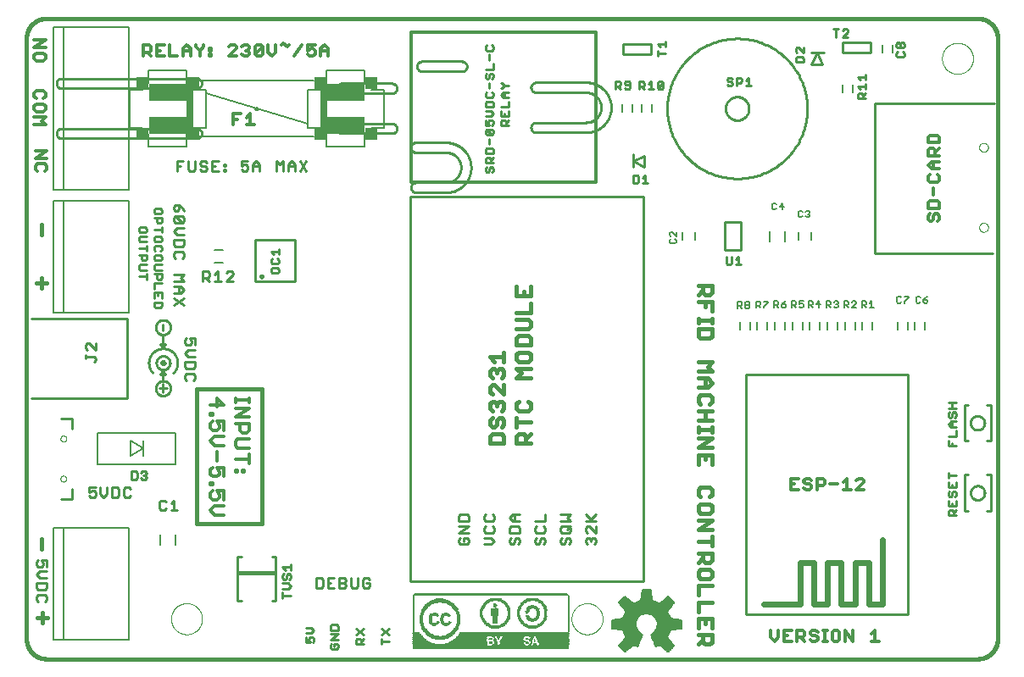
<source format=gto>
G75*
%MOIN*%
%OFA0B0*%
%FSLAX25Y25*%
%IPPOS*%
%LPD*%
%AMOC8*
5,1,8,0,0,1.08239X$1,22.5*
%
%ADD10C,0.01600*%
%ADD11C,0.01000*%
%ADD12C,0.00000*%
%ADD13C,0.01100*%
%ADD14C,0.01500*%
%ADD15C,0.00900*%
%ADD16C,0.01200*%
%ADD17C,0.00600*%
%ADD18R,0.05000X0.05000*%
%ADD19R,0.02500X0.20000*%
%ADD20R,0.15000X0.07000*%
%ADD21C,0.00800*%
%ADD22C,0.02400*%
%ADD23C,0.01700*%
%ADD24C,0.01300*%
%ADD25R,0.00400X0.01600*%
%ADD26R,0.00400X0.01200*%
%ADD27R,0.00400X0.03600*%
%ADD28R,0.00400X0.03200*%
%ADD29R,0.00400X0.02000*%
%ADD30R,0.00400X0.02400*%
%ADD31R,0.00400X0.02800*%
%ADD32R,0.00400X0.06400*%
%ADD33R,0.00400X0.06800*%
%ADD34R,0.00400X0.05200*%
%ADD35R,0.00400X0.00800*%
%ADD36R,0.00400X0.04800*%
%ADD37R,0.00400X0.07200*%
%ADD38R,0.00400X0.00400*%
%ADD39R,0.00400X0.04400*%
%ADD40R,0.00400X0.04000*%
%ADD41R,0.00400X0.05600*%
%ADD42R,0.00400X0.06000*%
%ADD43R,0.00400X0.10000*%
%ADD44R,0.00400X0.11600*%
%ADD45R,0.00400X0.10400*%
%ADD46R,0.00400X0.12000*%
%ADD47R,0.00400X0.11200*%
%ADD48R,0.00400X0.12400*%
%ADD49R,0.00400X0.12800*%
%ADD50R,0.00400X0.13200*%
%ADD51R,0.00400X0.13600*%
%ADD52R,0.00400X0.14000*%
%ADD53R,0.00400X0.14400*%
%ADD54R,0.00400X0.07600*%
%ADD55R,0.00400X0.08000*%
%ADD56R,0.00400X0.08400*%
%ADD57R,0.00400X0.10800*%
%ADD58R,0.00400X0.09600*%
%ADD59R,0.00400X0.09200*%
%ADD60R,0.00400X0.15200*%
%ADD61R,0.61600X0.00200*%
%ADD62R,0.29400X0.00200*%
%ADD63R,0.02600X0.00200*%
%ADD64R,0.10400X0.00200*%
%ADD65R,0.01200X0.00200*%
%ADD66R,0.02200X0.00200*%
%ADD67R,0.12200X0.00200*%
%ADD68R,0.29200X0.00200*%
%ADD69R,0.01800X0.00200*%
%ADD70R,0.09800X0.00200*%
%ADD71R,0.00400X0.00200*%
%ADD72R,0.01600X0.00200*%
%ADD73R,0.11800X0.00200*%
%ADD74R,0.09600X0.00200*%
%ADD75R,0.01400X0.00200*%
%ADD76R,0.12000X0.00200*%
%ADD77R,0.09000X0.00200*%
%ADD78R,0.16600X0.00200*%
%ADD79R,0.09400X0.00200*%
%ADD80R,0.08200X0.00200*%
%ADD81R,0.15800X0.00200*%
%ADD82R,0.07600X0.00200*%
%ADD83R,0.15200X0.00200*%
%ADD84R,0.07000X0.00200*%
%ADD85R,0.14800X0.00200*%
%ADD86R,0.11200X0.00200*%
%ADD87R,0.06600X0.00200*%
%ADD88R,0.14400X0.00200*%
%ADD89R,0.10800X0.00200*%
%ADD90R,0.00800X0.00200*%
%ADD91R,0.00200X0.00200*%
%ADD92R,0.12400X0.00200*%
%ADD93R,0.06200X0.00200*%
%ADD94R,0.14000X0.00200*%
%ADD95R,0.10000X0.00200*%
%ADD96R,0.00600X0.00200*%
%ADD97R,0.05800X0.00200*%
%ADD98R,0.13600X0.00200*%
%ADD99R,0.01000X0.00200*%
%ADD100R,0.05600X0.00200*%
%ADD101R,0.13400X0.00200*%
%ADD102R,0.09200X0.00200*%
%ADD103R,0.12600X0.00200*%
%ADD104R,0.05400X0.00200*%
%ADD105R,0.13000X0.00200*%
%ADD106R,0.08800X0.00200*%
%ADD107R,0.02400X0.00200*%
%ADD108R,0.05000X0.00200*%
%ADD109R,0.04200X0.00200*%
%ADD110R,0.12800X0.00200*%
%ADD111R,0.02800X0.00200*%
%ADD112R,0.04800X0.00200*%
%ADD113R,0.08600X0.00200*%
%ADD114R,0.04600X0.00200*%
%ADD115R,0.04400X0.00200*%
%ADD116R,0.07200X0.00200*%
%ADD117R,0.08000X0.00200*%
%ADD118R,0.08400X0.00200*%
%ADD119R,0.04000X0.00200*%
%ADD120R,0.03800X0.00200*%
%ADD121R,0.44000X0.00200*%
%ADD122R,0.03600X0.00200*%
%ADD123R,0.03400X0.00200*%
%ADD124R,0.03200X0.00200*%
%ADD125R,0.43800X0.00200*%
%ADD126R,0.03000X0.00200*%
%ADD127R,0.43600X0.00200*%
%ADD128R,0.43400X0.00200*%
%ADD129R,0.43200X0.00200*%
%ADD130R,0.43000X0.00200*%
%ADD131R,0.02000X0.00200*%
%ADD132R,0.06000X0.00200*%
%ADD133R,0.61200X0.00200*%
%ADD134R,0.60800X0.00200*%
%ADD135R,0.60000X0.00200*%
%ADD136C,0.00700*%
%ADD137C,0.00500*%
%ADD138C,0.00591*%
D10*
X0016939Y0009674D02*
X0016939Y0245894D01*
X0016941Y0246084D01*
X0016948Y0246274D01*
X0016960Y0246464D01*
X0016976Y0246654D01*
X0016996Y0246843D01*
X0017022Y0247032D01*
X0017051Y0247220D01*
X0017086Y0247407D01*
X0017125Y0247593D01*
X0017168Y0247778D01*
X0017216Y0247963D01*
X0017268Y0248146D01*
X0017324Y0248327D01*
X0017385Y0248507D01*
X0017451Y0248686D01*
X0017520Y0248863D01*
X0017594Y0249039D01*
X0017672Y0249212D01*
X0017755Y0249384D01*
X0017841Y0249553D01*
X0017931Y0249721D01*
X0018026Y0249886D01*
X0018124Y0250049D01*
X0018227Y0250209D01*
X0018333Y0250367D01*
X0018443Y0250522D01*
X0018556Y0250675D01*
X0018674Y0250825D01*
X0018795Y0250971D01*
X0018919Y0251115D01*
X0019047Y0251256D01*
X0019178Y0251394D01*
X0019313Y0251529D01*
X0019451Y0251660D01*
X0019592Y0251788D01*
X0019736Y0251912D01*
X0019882Y0252033D01*
X0020032Y0252151D01*
X0020185Y0252264D01*
X0020340Y0252374D01*
X0020498Y0252480D01*
X0020658Y0252583D01*
X0020821Y0252681D01*
X0020986Y0252776D01*
X0021154Y0252866D01*
X0021323Y0252952D01*
X0021495Y0253035D01*
X0021668Y0253113D01*
X0021844Y0253187D01*
X0022021Y0253256D01*
X0022200Y0253322D01*
X0022380Y0253383D01*
X0022561Y0253439D01*
X0022744Y0253491D01*
X0022929Y0253539D01*
X0023114Y0253582D01*
X0023300Y0253621D01*
X0023487Y0253656D01*
X0023675Y0253685D01*
X0023864Y0253711D01*
X0024053Y0253731D01*
X0024243Y0253747D01*
X0024433Y0253759D01*
X0024623Y0253766D01*
X0024813Y0253768D01*
X0024813Y0253769D02*
X0390955Y0253769D01*
X0390955Y0253768D02*
X0391145Y0253766D01*
X0391335Y0253759D01*
X0391525Y0253747D01*
X0391715Y0253731D01*
X0391904Y0253711D01*
X0392093Y0253685D01*
X0392281Y0253656D01*
X0392468Y0253621D01*
X0392654Y0253582D01*
X0392839Y0253539D01*
X0393024Y0253491D01*
X0393207Y0253439D01*
X0393388Y0253383D01*
X0393568Y0253322D01*
X0393747Y0253256D01*
X0393924Y0253187D01*
X0394100Y0253113D01*
X0394273Y0253035D01*
X0394445Y0252952D01*
X0394614Y0252866D01*
X0394782Y0252776D01*
X0394947Y0252681D01*
X0395110Y0252583D01*
X0395270Y0252480D01*
X0395428Y0252374D01*
X0395583Y0252264D01*
X0395736Y0252151D01*
X0395886Y0252033D01*
X0396032Y0251912D01*
X0396176Y0251788D01*
X0396317Y0251660D01*
X0396455Y0251529D01*
X0396590Y0251394D01*
X0396721Y0251256D01*
X0396849Y0251115D01*
X0396973Y0250971D01*
X0397094Y0250825D01*
X0397212Y0250675D01*
X0397325Y0250522D01*
X0397435Y0250367D01*
X0397541Y0250209D01*
X0397644Y0250049D01*
X0397742Y0249886D01*
X0397837Y0249721D01*
X0397927Y0249553D01*
X0398013Y0249384D01*
X0398096Y0249212D01*
X0398174Y0249039D01*
X0398248Y0248863D01*
X0398317Y0248686D01*
X0398383Y0248507D01*
X0398444Y0248327D01*
X0398500Y0248146D01*
X0398552Y0247963D01*
X0398600Y0247778D01*
X0398643Y0247593D01*
X0398682Y0247407D01*
X0398717Y0247220D01*
X0398746Y0247032D01*
X0398772Y0246843D01*
X0398792Y0246654D01*
X0398808Y0246464D01*
X0398820Y0246274D01*
X0398827Y0246084D01*
X0398829Y0245894D01*
X0398829Y0009674D01*
X0398827Y0009484D01*
X0398820Y0009294D01*
X0398808Y0009104D01*
X0398792Y0008914D01*
X0398772Y0008725D01*
X0398746Y0008536D01*
X0398717Y0008348D01*
X0398682Y0008161D01*
X0398643Y0007975D01*
X0398600Y0007790D01*
X0398552Y0007605D01*
X0398500Y0007422D01*
X0398444Y0007241D01*
X0398383Y0007061D01*
X0398317Y0006882D01*
X0398248Y0006705D01*
X0398174Y0006529D01*
X0398096Y0006356D01*
X0398013Y0006184D01*
X0397927Y0006015D01*
X0397837Y0005847D01*
X0397742Y0005682D01*
X0397644Y0005519D01*
X0397541Y0005359D01*
X0397435Y0005201D01*
X0397325Y0005046D01*
X0397212Y0004893D01*
X0397094Y0004743D01*
X0396973Y0004597D01*
X0396849Y0004453D01*
X0396721Y0004312D01*
X0396590Y0004174D01*
X0396455Y0004039D01*
X0396317Y0003908D01*
X0396176Y0003780D01*
X0396032Y0003656D01*
X0395886Y0003535D01*
X0395736Y0003417D01*
X0395583Y0003304D01*
X0395428Y0003194D01*
X0395270Y0003088D01*
X0395110Y0002985D01*
X0394947Y0002887D01*
X0394782Y0002792D01*
X0394614Y0002702D01*
X0394445Y0002616D01*
X0394273Y0002533D01*
X0394100Y0002455D01*
X0393924Y0002381D01*
X0393747Y0002312D01*
X0393568Y0002246D01*
X0393388Y0002185D01*
X0393207Y0002129D01*
X0393024Y0002077D01*
X0392839Y0002029D01*
X0392654Y0001986D01*
X0392468Y0001947D01*
X0392281Y0001912D01*
X0392093Y0001883D01*
X0391904Y0001857D01*
X0391715Y0001837D01*
X0391525Y0001821D01*
X0391335Y0001809D01*
X0391145Y0001802D01*
X0390955Y0001800D01*
X0024813Y0001800D01*
X0024623Y0001802D01*
X0024433Y0001809D01*
X0024243Y0001821D01*
X0024053Y0001837D01*
X0023864Y0001857D01*
X0023675Y0001883D01*
X0023487Y0001912D01*
X0023300Y0001947D01*
X0023114Y0001986D01*
X0022929Y0002029D01*
X0022744Y0002077D01*
X0022561Y0002129D01*
X0022380Y0002185D01*
X0022200Y0002246D01*
X0022021Y0002312D01*
X0021844Y0002381D01*
X0021668Y0002455D01*
X0021495Y0002533D01*
X0021323Y0002616D01*
X0021154Y0002702D01*
X0020986Y0002792D01*
X0020821Y0002887D01*
X0020658Y0002985D01*
X0020498Y0003088D01*
X0020340Y0003194D01*
X0020185Y0003304D01*
X0020032Y0003417D01*
X0019882Y0003535D01*
X0019736Y0003656D01*
X0019592Y0003780D01*
X0019451Y0003908D01*
X0019313Y0004039D01*
X0019178Y0004174D01*
X0019047Y0004312D01*
X0018919Y0004453D01*
X0018795Y0004597D01*
X0018674Y0004743D01*
X0018556Y0004893D01*
X0018443Y0005046D01*
X0018333Y0005201D01*
X0018227Y0005359D01*
X0018124Y0005519D01*
X0018026Y0005682D01*
X0017931Y0005847D01*
X0017841Y0006015D01*
X0017755Y0006184D01*
X0017672Y0006356D01*
X0017594Y0006529D01*
X0017520Y0006705D01*
X0017451Y0006882D01*
X0017385Y0007061D01*
X0017324Y0007241D01*
X0017268Y0007422D01*
X0017216Y0007605D01*
X0017168Y0007790D01*
X0017125Y0007975D01*
X0017086Y0008161D01*
X0017051Y0008348D01*
X0017022Y0008536D01*
X0016996Y0008725D01*
X0016976Y0008914D01*
X0016960Y0009104D01*
X0016948Y0009294D01*
X0016941Y0009484D01*
X0016939Y0009674D01*
X0083868Y0054950D02*
X0083868Y0108099D01*
X0109459Y0108099D01*
X0109459Y0054950D01*
X0083868Y0054950D01*
X0100439Y0035493D02*
X0114439Y0035493D01*
D11*
X0114939Y0041993D02*
X0114939Y0024493D01*
X0113439Y0024493D01*
X0101439Y0024493D02*
X0099939Y0024493D01*
X0099939Y0041993D01*
X0101439Y0041993D01*
X0113439Y0041993D02*
X0114939Y0041993D01*
X0167939Y0032300D02*
X0167939Y0183800D01*
X0259439Y0183800D01*
X0259439Y0032300D01*
X0167939Y0032300D01*
X0057920Y0065967D02*
X0057252Y0065300D01*
X0055918Y0065300D01*
X0055251Y0065967D01*
X0055251Y0068636D01*
X0055918Y0069303D01*
X0057252Y0069303D01*
X0057920Y0068636D01*
X0053316Y0068636D02*
X0053316Y0065967D01*
X0052649Y0065300D01*
X0050647Y0065300D01*
X0050647Y0069303D01*
X0052649Y0069303D01*
X0053316Y0068636D01*
X0048712Y0069303D02*
X0048712Y0066634D01*
X0047377Y0065300D01*
X0046043Y0066634D01*
X0046043Y0069303D01*
X0044108Y0069303D02*
X0041439Y0069303D01*
X0041439Y0067302D01*
X0042773Y0067969D01*
X0043441Y0067969D01*
X0044108Y0067302D01*
X0044108Y0065967D01*
X0043441Y0065300D01*
X0042106Y0065300D01*
X0041439Y0065967D01*
X0034939Y0064800D02*
X0034939Y0068800D01*
X0034939Y0064800D02*
X0030439Y0064800D01*
X0024942Y0040800D02*
X0022941Y0040800D01*
X0023608Y0039466D01*
X0023608Y0038798D01*
X0022941Y0038131D01*
X0021606Y0038131D01*
X0020939Y0038798D01*
X0020939Y0040133D01*
X0021606Y0040800D01*
X0024942Y0040800D02*
X0024942Y0038131D01*
X0024942Y0036196D02*
X0022273Y0036196D01*
X0020939Y0034862D01*
X0022273Y0033527D01*
X0024942Y0033527D01*
X0024942Y0031592D02*
X0020939Y0031592D01*
X0020939Y0029590D01*
X0021606Y0028923D01*
X0024275Y0028923D01*
X0024942Y0029590D01*
X0024942Y0031592D01*
X0024275Y0026988D02*
X0021606Y0026988D01*
X0020939Y0026321D01*
X0020939Y0024987D01*
X0021606Y0024319D01*
X0024275Y0024319D02*
X0024942Y0024987D01*
X0024942Y0026321D01*
X0024275Y0026988D01*
X0034939Y0092300D02*
X0034939Y0096300D01*
X0030439Y0096300D01*
X0018939Y0104300D02*
X0056439Y0104300D01*
X0056439Y0135800D01*
X0018939Y0135800D01*
X0069695Y0125737D02*
X0070695Y0124237D01*
X0071695Y0125737D01*
X0070695Y0124237D02*
X0070695Y0129237D01*
X0070695Y0131024D02*
X0070695Y0133450D01*
X0067780Y0132237D02*
X0067782Y0132345D01*
X0067788Y0132452D01*
X0067798Y0132560D01*
X0067812Y0132666D01*
X0067830Y0132773D01*
X0067851Y0132878D01*
X0067877Y0132983D01*
X0067906Y0133086D01*
X0067940Y0133189D01*
X0067977Y0133290D01*
X0068018Y0133390D01*
X0068062Y0133488D01*
X0068110Y0133584D01*
X0068162Y0133679D01*
X0068217Y0133772D01*
X0068275Y0133862D01*
X0068337Y0133950D01*
X0068402Y0134036D01*
X0068470Y0134120D01*
X0068541Y0134201D01*
X0068615Y0134279D01*
X0068692Y0134355D01*
X0068771Y0134427D01*
X0068854Y0134497D01*
X0068938Y0134563D01*
X0069025Y0134627D01*
X0069115Y0134687D01*
X0069207Y0134743D01*
X0069300Y0134797D01*
X0069396Y0134846D01*
X0069493Y0134893D01*
X0069592Y0134935D01*
X0069692Y0134974D01*
X0069794Y0135009D01*
X0069897Y0135041D01*
X0070001Y0135068D01*
X0070107Y0135092D01*
X0070212Y0135112D01*
X0070319Y0135128D01*
X0070426Y0135140D01*
X0070533Y0135148D01*
X0070641Y0135152D01*
X0070749Y0135152D01*
X0070857Y0135148D01*
X0070964Y0135140D01*
X0071071Y0135128D01*
X0071178Y0135112D01*
X0071283Y0135092D01*
X0071389Y0135068D01*
X0071493Y0135041D01*
X0071596Y0135009D01*
X0071698Y0134974D01*
X0071798Y0134935D01*
X0071897Y0134893D01*
X0071994Y0134846D01*
X0072090Y0134797D01*
X0072183Y0134743D01*
X0072275Y0134687D01*
X0072365Y0134627D01*
X0072452Y0134563D01*
X0072536Y0134497D01*
X0072619Y0134427D01*
X0072698Y0134355D01*
X0072775Y0134279D01*
X0072849Y0134201D01*
X0072920Y0134120D01*
X0072988Y0134036D01*
X0073053Y0133950D01*
X0073115Y0133862D01*
X0073173Y0133772D01*
X0073228Y0133679D01*
X0073280Y0133584D01*
X0073328Y0133488D01*
X0073372Y0133390D01*
X0073413Y0133290D01*
X0073450Y0133189D01*
X0073484Y0133086D01*
X0073513Y0132983D01*
X0073539Y0132878D01*
X0073560Y0132773D01*
X0073578Y0132666D01*
X0073592Y0132560D01*
X0073602Y0132452D01*
X0073608Y0132345D01*
X0073610Y0132237D01*
X0073608Y0132129D01*
X0073602Y0132022D01*
X0073592Y0131914D01*
X0073578Y0131808D01*
X0073560Y0131701D01*
X0073539Y0131596D01*
X0073513Y0131491D01*
X0073484Y0131388D01*
X0073450Y0131285D01*
X0073413Y0131184D01*
X0073372Y0131084D01*
X0073328Y0130986D01*
X0073280Y0130890D01*
X0073228Y0130795D01*
X0073173Y0130702D01*
X0073115Y0130612D01*
X0073053Y0130524D01*
X0072988Y0130438D01*
X0072920Y0130354D01*
X0072849Y0130273D01*
X0072775Y0130195D01*
X0072698Y0130119D01*
X0072619Y0130047D01*
X0072536Y0129977D01*
X0072452Y0129911D01*
X0072365Y0129847D01*
X0072275Y0129787D01*
X0072183Y0129731D01*
X0072090Y0129677D01*
X0071994Y0129628D01*
X0071897Y0129581D01*
X0071798Y0129539D01*
X0071698Y0129500D01*
X0071596Y0129465D01*
X0071493Y0129433D01*
X0071389Y0129406D01*
X0071283Y0129382D01*
X0071178Y0129362D01*
X0071071Y0129346D01*
X0070964Y0129334D01*
X0070857Y0129326D01*
X0070749Y0129322D01*
X0070641Y0129322D01*
X0070533Y0129326D01*
X0070426Y0129334D01*
X0070319Y0129346D01*
X0070212Y0129362D01*
X0070107Y0129382D01*
X0070001Y0129406D01*
X0069897Y0129433D01*
X0069794Y0129465D01*
X0069692Y0129500D01*
X0069592Y0129539D01*
X0069493Y0129581D01*
X0069396Y0129628D01*
X0069300Y0129677D01*
X0069207Y0129731D01*
X0069115Y0129787D01*
X0069025Y0129847D01*
X0068938Y0129911D01*
X0068854Y0129977D01*
X0068771Y0130047D01*
X0068692Y0130119D01*
X0068615Y0130195D01*
X0068541Y0130273D01*
X0068470Y0130354D01*
X0068402Y0130438D01*
X0068337Y0130524D01*
X0068275Y0130612D01*
X0068217Y0130702D01*
X0068162Y0130795D01*
X0068110Y0130890D01*
X0068062Y0130986D01*
X0068018Y0131084D01*
X0067977Y0131184D01*
X0067940Y0131285D01*
X0067906Y0131388D01*
X0067877Y0131491D01*
X0067851Y0131596D01*
X0067830Y0131701D01*
X0067812Y0131808D01*
X0067798Y0131914D01*
X0067788Y0132022D01*
X0067782Y0132129D01*
X0067780Y0132237D01*
X0079258Y0127223D02*
X0079925Y0127891D01*
X0079258Y0127223D02*
X0079258Y0125889D01*
X0079925Y0125222D01*
X0081260Y0125222D01*
X0081927Y0125889D01*
X0081927Y0126556D01*
X0081260Y0127891D01*
X0083261Y0127891D01*
X0083261Y0125222D01*
X0083261Y0123287D02*
X0080592Y0123287D01*
X0079258Y0121952D01*
X0080592Y0120618D01*
X0083261Y0120618D01*
X0083261Y0118683D02*
X0079258Y0118683D01*
X0079258Y0116681D01*
X0079925Y0116014D01*
X0082594Y0116014D01*
X0083261Y0116681D01*
X0083261Y0118683D01*
X0082594Y0114079D02*
X0079925Y0114079D01*
X0079258Y0113412D01*
X0079258Y0112077D01*
X0079925Y0111410D01*
X0082594Y0111410D02*
X0083261Y0112077D01*
X0083261Y0113412D01*
X0082594Y0114079D01*
X0071695Y0113737D02*
X0070695Y0115237D01*
X0069695Y0113737D01*
X0070695Y0115237D02*
X0070695Y0111237D01*
X0070695Y0109843D02*
X0070695Y0106631D01*
X0067780Y0108237D02*
X0067782Y0108345D01*
X0067788Y0108452D01*
X0067798Y0108560D01*
X0067812Y0108666D01*
X0067830Y0108773D01*
X0067851Y0108878D01*
X0067877Y0108983D01*
X0067906Y0109086D01*
X0067940Y0109189D01*
X0067977Y0109290D01*
X0068018Y0109390D01*
X0068062Y0109488D01*
X0068110Y0109584D01*
X0068162Y0109679D01*
X0068217Y0109772D01*
X0068275Y0109862D01*
X0068337Y0109950D01*
X0068402Y0110036D01*
X0068470Y0110120D01*
X0068541Y0110201D01*
X0068615Y0110279D01*
X0068692Y0110355D01*
X0068771Y0110427D01*
X0068854Y0110497D01*
X0068938Y0110563D01*
X0069025Y0110627D01*
X0069115Y0110687D01*
X0069207Y0110743D01*
X0069300Y0110797D01*
X0069396Y0110846D01*
X0069493Y0110893D01*
X0069592Y0110935D01*
X0069692Y0110974D01*
X0069794Y0111009D01*
X0069897Y0111041D01*
X0070001Y0111068D01*
X0070107Y0111092D01*
X0070212Y0111112D01*
X0070319Y0111128D01*
X0070426Y0111140D01*
X0070533Y0111148D01*
X0070641Y0111152D01*
X0070749Y0111152D01*
X0070857Y0111148D01*
X0070964Y0111140D01*
X0071071Y0111128D01*
X0071178Y0111112D01*
X0071283Y0111092D01*
X0071389Y0111068D01*
X0071493Y0111041D01*
X0071596Y0111009D01*
X0071698Y0110974D01*
X0071798Y0110935D01*
X0071897Y0110893D01*
X0071994Y0110846D01*
X0072090Y0110797D01*
X0072183Y0110743D01*
X0072275Y0110687D01*
X0072365Y0110627D01*
X0072452Y0110563D01*
X0072536Y0110497D01*
X0072619Y0110427D01*
X0072698Y0110355D01*
X0072775Y0110279D01*
X0072849Y0110201D01*
X0072920Y0110120D01*
X0072988Y0110036D01*
X0073053Y0109950D01*
X0073115Y0109862D01*
X0073173Y0109772D01*
X0073228Y0109679D01*
X0073280Y0109584D01*
X0073328Y0109488D01*
X0073372Y0109390D01*
X0073413Y0109290D01*
X0073450Y0109189D01*
X0073484Y0109086D01*
X0073513Y0108983D01*
X0073539Y0108878D01*
X0073560Y0108773D01*
X0073578Y0108666D01*
X0073592Y0108560D01*
X0073602Y0108452D01*
X0073608Y0108345D01*
X0073610Y0108237D01*
X0073608Y0108129D01*
X0073602Y0108022D01*
X0073592Y0107914D01*
X0073578Y0107808D01*
X0073560Y0107701D01*
X0073539Y0107596D01*
X0073513Y0107491D01*
X0073484Y0107388D01*
X0073450Y0107285D01*
X0073413Y0107184D01*
X0073372Y0107084D01*
X0073328Y0106986D01*
X0073280Y0106890D01*
X0073228Y0106795D01*
X0073173Y0106702D01*
X0073115Y0106612D01*
X0073053Y0106524D01*
X0072988Y0106438D01*
X0072920Y0106354D01*
X0072849Y0106273D01*
X0072775Y0106195D01*
X0072698Y0106119D01*
X0072619Y0106047D01*
X0072536Y0105977D01*
X0072452Y0105911D01*
X0072365Y0105847D01*
X0072275Y0105787D01*
X0072183Y0105731D01*
X0072090Y0105677D01*
X0071994Y0105628D01*
X0071897Y0105581D01*
X0071798Y0105539D01*
X0071698Y0105500D01*
X0071596Y0105465D01*
X0071493Y0105433D01*
X0071389Y0105406D01*
X0071283Y0105382D01*
X0071178Y0105362D01*
X0071071Y0105346D01*
X0070964Y0105334D01*
X0070857Y0105326D01*
X0070749Y0105322D01*
X0070641Y0105322D01*
X0070533Y0105326D01*
X0070426Y0105334D01*
X0070319Y0105346D01*
X0070212Y0105362D01*
X0070107Y0105382D01*
X0070001Y0105406D01*
X0069897Y0105433D01*
X0069794Y0105465D01*
X0069692Y0105500D01*
X0069592Y0105539D01*
X0069493Y0105581D01*
X0069396Y0105628D01*
X0069300Y0105677D01*
X0069207Y0105731D01*
X0069115Y0105787D01*
X0069025Y0105847D01*
X0068938Y0105911D01*
X0068854Y0105977D01*
X0068771Y0106047D01*
X0068692Y0106119D01*
X0068615Y0106195D01*
X0068541Y0106273D01*
X0068470Y0106354D01*
X0068402Y0106438D01*
X0068337Y0106524D01*
X0068275Y0106612D01*
X0068217Y0106702D01*
X0068162Y0106795D01*
X0068110Y0106890D01*
X0068062Y0106986D01*
X0068018Y0107084D01*
X0067977Y0107184D01*
X0067940Y0107285D01*
X0067906Y0107388D01*
X0067877Y0107491D01*
X0067851Y0107596D01*
X0067830Y0107701D01*
X0067812Y0107808D01*
X0067798Y0107914D01*
X0067788Y0108022D01*
X0067782Y0108129D01*
X0067780Y0108237D01*
X0069089Y0108237D02*
X0072301Y0108237D01*
X0070695Y0117737D02*
X0071195Y0118237D01*
X0070695Y0118737D01*
X0070195Y0118237D01*
X0070695Y0117737D01*
X0070695Y0118737D01*
X0069988Y0118237D02*
X0069990Y0118290D01*
X0069996Y0118342D01*
X0070006Y0118394D01*
X0070019Y0118445D01*
X0070037Y0118495D01*
X0070058Y0118544D01*
X0070083Y0118591D01*
X0070111Y0118635D01*
X0070142Y0118678D01*
X0070177Y0118718D01*
X0070214Y0118755D01*
X0070254Y0118790D01*
X0070297Y0118821D01*
X0070342Y0118849D01*
X0070388Y0118874D01*
X0070437Y0118895D01*
X0070487Y0118913D01*
X0070538Y0118926D01*
X0070590Y0118936D01*
X0070642Y0118942D01*
X0070695Y0118944D01*
X0070748Y0118942D01*
X0070800Y0118936D01*
X0070852Y0118926D01*
X0070903Y0118913D01*
X0070953Y0118895D01*
X0071002Y0118874D01*
X0071049Y0118849D01*
X0071093Y0118821D01*
X0071136Y0118790D01*
X0071176Y0118755D01*
X0071213Y0118718D01*
X0071248Y0118678D01*
X0071279Y0118635D01*
X0071307Y0118590D01*
X0071332Y0118544D01*
X0071353Y0118495D01*
X0071371Y0118445D01*
X0071384Y0118394D01*
X0071394Y0118342D01*
X0071400Y0118290D01*
X0071402Y0118237D01*
X0071400Y0118184D01*
X0071394Y0118132D01*
X0071384Y0118080D01*
X0071371Y0118029D01*
X0071353Y0117979D01*
X0071332Y0117930D01*
X0071307Y0117883D01*
X0071279Y0117839D01*
X0071248Y0117796D01*
X0071213Y0117756D01*
X0071176Y0117719D01*
X0071136Y0117684D01*
X0071093Y0117653D01*
X0071048Y0117625D01*
X0071002Y0117600D01*
X0070953Y0117579D01*
X0070903Y0117561D01*
X0070852Y0117548D01*
X0070800Y0117538D01*
X0070748Y0117532D01*
X0070695Y0117530D01*
X0070642Y0117532D01*
X0070590Y0117538D01*
X0070538Y0117548D01*
X0070487Y0117561D01*
X0070437Y0117579D01*
X0070388Y0117600D01*
X0070341Y0117625D01*
X0070297Y0117653D01*
X0070254Y0117684D01*
X0070214Y0117719D01*
X0070177Y0117756D01*
X0070142Y0117796D01*
X0070111Y0117839D01*
X0070083Y0117884D01*
X0070058Y0117930D01*
X0070037Y0117979D01*
X0070019Y0118029D01*
X0070006Y0118080D01*
X0069996Y0118132D01*
X0069990Y0118184D01*
X0069988Y0118237D01*
X0068002Y0118237D02*
X0068004Y0118340D01*
X0068010Y0118443D01*
X0068020Y0118546D01*
X0068034Y0118648D01*
X0068051Y0118750D01*
X0068073Y0118851D01*
X0068098Y0118951D01*
X0068128Y0119050D01*
X0068161Y0119147D01*
X0068197Y0119244D01*
X0068238Y0119339D01*
X0068282Y0119432D01*
X0068329Y0119523D01*
X0068380Y0119613D01*
X0068435Y0119701D01*
X0068492Y0119786D01*
X0068553Y0119870D01*
X0068617Y0119950D01*
X0068685Y0120029D01*
X0068755Y0120104D01*
X0068828Y0120177D01*
X0068903Y0120247D01*
X0068982Y0120315D01*
X0069062Y0120379D01*
X0069146Y0120440D01*
X0069231Y0120497D01*
X0069319Y0120552D01*
X0069409Y0120603D01*
X0069500Y0120650D01*
X0069593Y0120694D01*
X0069688Y0120735D01*
X0069785Y0120771D01*
X0069882Y0120804D01*
X0069981Y0120834D01*
X0070081Y0120859D01*
X0070182Y0120881D01*
X0070284Y0120898D01*
X0070386Y0120912D01*
X0070489Y0120922D01*
X0070592Y0120928D01*
X0070695Y0120930D01*
X0070798Y0120928D01*
X0070901Y0120922D01*
X0071004Y0120912D01*
X0071106Y0120898D01*
X0071208Y0120881D01*
X0071309Y0120859D01*
X0071409Y0120834D01*
X0071508Y0120804D01*
X0071605Y0120771D01*
X0071702Y0120735D01*
X0071797Y0120694D01*
X0071890Y0120650D01*
X0071981Y0120603D01*
X0072071Y0120552D01*
X0072159Y0120497D01*
X0072244Y0120440D01*
X0072328Y0120379D01*
X0072408Y0120315D01*
X0072487Y0120247D01*
X0072562Y0120177D01*
X0072635Y0120104D01*
X0072705Y0120029D01*
X0072773Y0119950D01*
X0072837Y0119870D01*
X0072898Y0119786D01*
X0072955Y0119701D01*
X0073010Y0119613D01*
X0073061Y0119523D01*
X0073108Y0119432D01*
X0073152Y0119339D01*
X0073193Y0119244D01*
X0073229Y0119147D01*
X0073262Y0119050D01*
X0073292Y0118951D01*
X0073317Y0118851D01*
X0073339Y0118750D01*
X0073356Y0118648D01*
X0073370Y0118546D01*
X0073380Y0118443D01*
X0073386Y0118340D01*
X0073388Y0118237D01*
X0073386Y0118134D01*
X0073380Y0118031D01*
X0073370Y0117928D01*
X0073356Y0117826D01*
X0073339Y0117724D01*
X0073317Y0117623D01*
X0073292Y0117523D01*
X0073262Y0117424D01*
X0073229Y0117327D01*
X0073193Y0117230D01*
X0073152Y0117135D01*
X0073108Y0117042D01*
X0073061Y0116951D01*
X0073010Y0116861D01*
X0072955Y0116773D01*
X0072898Y0116688D01*
X0072837Y0116604D01*
X0072773Y0116524D01*
X0072705Y0116445D01*
X0072635Y0116370D01*
X0072562Y0116297D01*
X0072487Y0116227D01*
X0072408Y0116159D01*
X0072328Y0116095D01*
X0072244Y0116034D01*
X0072159Y0115977D01*
X0072071Y0115922D01*
X0071981Y0115871D01*
X0071890Y0115824D01*
X0071797Y0115780D01*
X0071702Y0115739D01*
X0071605Y0115703D01*
X0071508Y0115670D01*
X0071409Y0115640D01*
X0071309Y0115615D01*
X0071208Y0115593D01*
X0071106Y0115576D01*
X0071004Y0115562D01*
X0070901Y0115552D01*
X0070798Y0115546D01*
X0070695Y0115544D01*
X0070592Y0115546D01*
X0070489Y0115552D01*
X0070386Y0115562D01*
X0070284Y0115576D01*
X0070182Y0115593D01*
X0070081Y0115615D01*
X0069981Y0115640D01*
X0069882Y0115670D01*
X0069785Y0115703D01*
X0069688Y0115739D01*
X0069593Y0115780D01*
X0069500Y0115824D01*
X0069409Y0115871D01*
X0069319Y0115922D01*
X0069231Y0115977D01*
X0069146Y0116034D01*
X0069062Y0116095D01*
X0068982Y0116159D01*
X0068903Y0116227D01*
X0068828Y0116297D01*
X0068755Y0116370D01*
X0068685Y0116445D01*
X0068617Y0116524D01*
X0068553Y0116604D01*
X0068492Y0116688D01*
X0068435Y0116773D01*
X0068380Y0116861D01*
X0068329Y0116951D01*
X0068282Y0117042D01*
X0068238Y0117135D01*
X0068197Y0117230D01*
X0068161Y0117327D01*
X0068128Y0117424D01*
X0068098Y0117523D01*
X0068073Y0117623D01*
X0068051Y0117724D01*
X0068034Y0117826D01*
X0068020Y0117928D01*
X0068010Y0118031D01*
X0068004Y0118134D01*
X0068002Y0118237D01*
X0066695Y0114237D02*
X0066590Y0114344D01*
X0066489Y0114454D01*
X0066390Y0114567D01*
X0066294Y0114682D01*
X0066202Y0114800D01*
X0066113Y0114920D01*
X0066026Y0115042D01*
X0065943Y0115167D01*
X0065864Y0115294D01*
X0065788Y0115423D01*
X0065715Y0115554D01*
X0065646Y0115687D01*
X0065580Y0115821D01*
X0065518Y0115957D01*
X0065459Y0116095D01*
X0065404Y0116235D01*
X0065353Y0116375D01*
X0065306Y0116517D01*
X0065262Y0116661D01*
X0065222Y0116805D01*
X0065186Y0116950D01*
X0065154Y0117097D01*
X0065126Y0117244D01*
X0065102Y0117392D01*
X0065081Y0117540D01*
X0065065Y0117689D01*
X0065052Y0117838D01*
X0065044Y0117987D01*
X0065039Y0118137D01*
X0065038Y0118287D01*
X0065042Y0118437D01*
X0065049Y0118586D01*
X0065060Y0118736D01*
X0065075Y0118885D01*
X0065094Y0119033D01*
X0065117Y0119181D01*
X0065144Y0119328D01*
X0065175Y0119475D01*
X0065210Y0119621D01*
X0065248Y0119765D01*
X0065291Y0119909D01*
X0065337Y0120051D01*
X0065387Y0120193D01*
X0065440Y0120332D01*
X0065498Y0120471D01*
X0065559Y0120608D01*
X0065623Y0120743D01*
X0065691Y0120876D01*
X0065763Y0121008D01*
X0065838Y0121137D01*
X0065916Y0121265D01*
X0065998Y0121390D01*
X0066083Y0121513D01*
X0066172Y0121634D01*
X0066263Y0121753D01*
X0066358Y0121869D01*
X0066456Y0121983D01*
X0066556Y0122093D01*
X0066660Y0122202D01*
X0066766Y0122307D01*
X0066875Y0122410D01*
X0066987Y0122509D01*
X0067101Y0122606D01*
X0067218Y0122700D01*
X0067338Y0122790D01*
X0067459Y0122877D01*
X0067583Y0122961D01*
X0067709Y0123042D01*
X0067838Y0123119D01*
X0067968Y0123193D01*
X0068100Y0123264D01*
X0068234Y0123331D01*
X0068370Y0123394D01*
X0068507Y0123454D01*
X0068646Y0123510D01*
X0068786Y0123562D01*
X0068928Y0123611D01*
X0069071Y0123656D01*
X0069215Y0123697D01*
X0069360Y0123734D01*
X0069506Y0123768D01*
X0069653Y0123797D01*
X0069800Y0123823D01*
X0069948Y0123845D01*
X0070097Y0123862D01*
X0070246Y0123876D01*
X0070396Y0123886D01*
X0070545Y0123892D01*
X0070695Y0123894D01*
X0070845Y0123892D01*
X0070994Y0123886D01*
X0071144Y0123876D01*
X0071293Y0123862D01*
X0071442Y0123845D01*
X0071590Y0123823D01*
X0071737Y0123797D01*
X0071884Y0123768D01*
X0072030Y0123734D01*
X0072175Y0123697D01*
X0072319Y0123656D01*
X0072462Y0123611D01*
X0072604Y0123562D01*
X0072744Y0123510D01*
X0072883Y0123454D01*
X0073020Y0123394D01*
X0073156Y0123331D01*
X0073290Y0123264D01*
X0073422Y0123193D01*
X0073552Y0123119D01*
X0073681Y0123042D01*
X0073807Y0122961D01*
X0073931Y0122877D01*
X0074052Y0122790D01*
X0074172Y0122700D01*
X0074289Y0122606D01*
X0074403Y0122509D01*
X0074515Y0122410D01*
X0074624Y0122307D01*
X0074730Y0122202D01*
X0074834Y0122093D01*
X0074934Y0121983D01*
X0075032Y0121869D01*
X0075127Y0121753D01*
X0075218Y0121634D01*
X0075307Y0121513D01*
X0075392Y0121390D01*
X0075474Y0121265D01*
X0075552Y0121137D01*
X0075627Y0121008D01*
X0075699Y0120876D01*
X0075767Y0120743D01*
X0075831Y0120608D01*
X0075892Y0120471D01*
X0075950Y0120332D01*
X0076003Y0120193D01*
X0076053Y0120051D01*
X0076099Y0119909D01*
X0076142Y0119765D01*
X0076180Y0119621D01*
X0076215Y0119475D01*
X0076246Y0119328D01*
X0076273Y0119181D01*
X0076296Y0119033D01*
X0076315Y0118885D01*
X0076330Y0118736D01*
X0076341Y0118586D01*
X0076348Y0118437D01*
X0076352Y0118287D01*
X0076351Y0118137D01*
X0076346Y0117987D01*
X0076338Y0117838D01*
X0076325Y0117689D01*
X0076309Y0117540D01*
X0076288Y0117392D01*
X0076264Y0117244D01*
X0076236Y0117097D01*
X0076204Y0116950D01*
X0076168Y0116805D01*
X0076128Y0116661D01*
X0076084Y0116517D01*
X0076037Y0116375D01*
X0075986Y0116235D01*
X0075931Y0116095D01*
X0075872Y0115957D01*
X0075810Y0115821D01*
X0075744Y0115687D01*
X0075675Y0115554D01*
X0075602Y0115423D01*
X0075526Y0115294D01*
X0075447Y0115167D01*
X0075364Y0115042D01*
X0075277Y0114920D01*
X0075188Y0114800D01*
X0075096Y0114682D01*
X0075000Y0114567D01*
X0074901Y0114454D01*
X0074800Y0114344D01*
X0074695Y0114237D01*
X0074800Y0114344D01*
X0074901Y0114454D01*
X0075000Y0114567D01*
X0075096Y0114682D01*
X0075188Y0114800D01*
X0075277Y0114920D01*
X0075364Y0115042D01*
X0075447Y0115167D01*
X0075526Y0115294D01*
X0075602Y0115423D01*
X0075675Y0115554D01*
X0075744Y0115687D01*
X0075810Y0115821D01*
X0075872Y0115957D01*
X0075931Y0116095D01*
X0075986Y0116235D01*
X0076037Y0116375D01*
X0076084Y0116517D01*
X0076128Y0116661D01*
X0076168Y0116805D01*
X0076204Y0116950D01*
X0076236Y0117097D01*
X0076264Y0117244D01*
X0076288Y0117392D01*
X0076309Y0117540D01*
X0076325Y0117689D01*
X0076338Y0117838D01*
X0076346Y0117987D01*
X0076351Y0118137D01*
X0076352Y0118287D01*
X0076348Y0118437D01*
X0076341Y0118586D01*
X0076330Y0118736D01*
X0076315Y0118885D01*
X0076296Y0119033D01*
X0076273Y0119181D01*
X0076246Y0119328D01*
X0076215Y0119475D01*
X0076180Y0119621D01*
X0076142Y0119765D01*
X0076099Y0119909D01*
X0076053Y0120051D01*
X0076003Y0120193D01*
X0075950Y0120332D01*
X0075892Y0120471D01*
X0075831Y0120608D01*
X0075767Y0120743D01*
X0075699Y0120876D01*
X0075627Y0121008D01*
X0075552Y0121137D01*
X0075474Y0121265D01*
X0075392Y0121390D01*
X0075307Y0121513D01*
X0075218Y0121634D01*
X0075127Y0121753D01*
X0075032Y0121869D01*
X0074934Y0121983D01*
X0074834Y0122093D01*
X0074730Y0122202D01*
X0074624Y0122307D01*
X0074515Y0122410D01*
X0074403Y0122509D01*
X0074289Y0122606D01*
X0074172Y0122700D01*
X0074052Y0122790D01*
X0073931Y0122877D01*
X0073807Y0122961D01*
X0073681Y0123042D01*
X0073552Y0123119D01*
X0073422Y0123193D01*
X0073290Y0123264D01*
X0073156Y0123331D01*
X0073020Y0123394D01*
X0072883Y0123454D01*
X0072744Y0123510D01*
X0072604Y0123562D01*
X0072462Y0123611D01*
X0072319Y0123656D01*
X0072175Y0123697D01*
X0072030Y0123734D01*
X0071884Y0123768D01*
X0071737Y0123797D01*
X0071590Y0123823D01*
X0071442Y0123845D01*
X0071293Y0123862D01*
X0071144Y0123876D01*
X0070994Y0123886D01*
X0070845Y0123892D01*
X0070695Y0123894D01*
X0070545Y0123892D01*
X0070396Y0123886D01*
X0070246Y0123876D01*
X0070097Y0123862D01*
X0069948Y0123845D01*
X0069800Y0123823D01*
X0069653Y0123797D01*
X0069506Y0123768D01*
X0069360Y0123734D01*
X0069215Y0123697D01*
X0069071Y0123656D01*
X0068928Y0123611D01*
X0068786Y0123562D01*
X0068646Y0123510D01*
X0068507Y0123454D01*
X0068370Y0123394D01*
X0068234Y0123331D01*
X0068100Y0123264D01*
X0067968Y0123193D01*
X0067838Y0123119D01*
X0067709Y0123042D01*
X0067583Y0122961D01*
X0067459Y0122877D01*
X0067338Y0122790D01*
X0067218Y0122700D01*
X0067101Y0122606D01*
X0066987Y0122509D01*
X0066875Y0122410D01*
X0066766Y0122307D01*
X0066660Y0122202D01*
X0066556Y0122093D01*
X0066456Y0121983D01*
X0066358Y0121869D01*
X0066263Y0121753D01*
X0066172Y0121634D01*
X0066083Y0121513D01*
X0065998Y0121390D01*
X0065916Y0121265D01*
X0065838Y0121137D01*
X0065763Y0121008D01*
X0065691Y0120876D01*
X0065623Y0120743D01*
X0065559Y0120608D01*
X0065498Y0120471D01*
X0065440Y0120332D01*
X0065387Y0120193D01*
X0065337Y0120051D01*
X0065291Y0119909D01*
X0065248Y0119765D01*
X0065210Y0119621D01*
X0065175Y0119475D01*
X0065144Y0119328D01*
X0065117Y0119181D01*
X0065094Y0119033D01*
X0065075Y0118885D01*
X0065060Y0118736D01*
X0065049Y0118586D01*
X0065042Y0118437D01*
X0065038Y0118287D01*
X0065039Y0118137D01*
X0065044Y0117987D01*
X0065052Y0117838D01*
X0065065Y0117689D01*
X0065081Y0117540D01*
X0065102Y0117392D01*
X0065126Y0117244D01*
X0065154Y0117097D01*
X0065186Y0116950D01*
X0065222Y0116805D01*
X0065262Y0116661D01*
X0065306Y0116517D01*
X0065353Y0116375D01*
X0065404Y0116235D01*
X0065459Y0116095D01*
X0065518Y0115957D01*
X0065580Y0115821D01*
X0065646Y0115687D01*
X0065715Y0115554D01*
X0065788Y0115423D01*
X0065864Y0115294D01*
X0065943Y0115167D01*
X0066026Y0115042D01*
X0066113Y0114920D01*
X0066202Y0114800D01*
X0066294Y0114682D01*
X0066390Y0114567D01*
X0066489Y0114454D01*
X0066590Y0114344D01*
X0066695Y0114237D01*
X0106939Y0150300D02*
X0106939Y0166800D01*
X0122439Y0166800D01*
X0122439Y0150300D01*
X0106939Y0150300D01*
X0108939Y0152300D02*
X0108941Y0152344D01*
X0108947Y0152388D01*
X0108957Y0152431D01*
X0108970Y0152473D01*
X0108987Y0152514D01*
X0109008Y0152553D01*
X0109032Y0152590D01*
X0109059Y0152625D01*
X0109089Y0152657D01*
X0109122Y0152687D01*
X0109158Y0152713D01*
X0109195Y0152737D01*
X0109235Y0152756D01*
X0109276Y0152773D01*
X0109319Y0152785D01*
X0109362Y0152794D01*
X0109406Y0152799D01*
X0109450Y0152800D01*
X0109494Y0152797D01*
X0109538Y0152790D01*
X0109581Y0152779D01*
X0109623Y0152765D01*
X0109663Y0152747D01*
X0109702Y0152725D01*
X0109738Y0152701D01*
X0109772Y0152673D01*
X0109804Y0152642D01*
X0109833Y0152608D01*
X0109859Y0152572D01*
X0109881Y0152534D01*
X0109900Y0152494D01*
X0109915Y0152452D01*
X0109927Y0152410D01*
X0109935Y0152366D01*
X0109939Y0152322D01*
X0109939Y0152278D01*
X0109935Y0152234D01*
X0109927Y0152190D01*
X0109915Y0152148D01*
X0109900Y0152106D01*
X0109881Y0152066D01*
X0109859Y0152028D01*
X0109833Y0151992D01*
X0109804Y0151958D01*
X0109772Y0151927D01*
X0109738Y0151899D01*
X0109702Y0151875D01*
X0109663Y0151853D01*
X0109623Y0151835D01*
X0109581Y0151821D01*
X0109538Y0151810D01*
X0109494Y0151803D01*
X0109450Y0151800D01*
X0109406Y0151801D01*
X0109362Y0151806D01*
X0109319Y0151815D01*
X0109276Y0151827D01*
X0109235Y0151844D01*
X0109195Y0151863D01*
X0109158Y0151887D01*
X0109122Y0151913D01*
X0109089Y0151943D01*
X0109059Y0151975D01*
X0109032Y0152010D01*
X0109008Y0152047D01*
X0108987Y0152086D01*
X0108970Y0152127D01*
X0108957Y0152169D01*
X0108947Y0152212D01*
X0108941Y0152256D01*
X0108939Y0152300D01*
X0170089Y0185265D02*
X0181900Y0185265D01*
X0181900Y0189202D02*
X0170089Y0189202D01*
X0168120Y0187233D02*
X0168122Y0187147D01*
X0168127Y0187061D01*
X0168137Y0186976D01*
X0168150Y0186891D01*
X0168167Y0186807D01*
X0168187Y0186723D01*
X0168211Y0186641D01*
X0168239Y0186560D01*
X0168270Y0186479D01*
X0168304Y0186401D01*
X0168342Y0186324D01*
X0168384Y0186249D01*
X0168428Y0186175D01*
X0168476Y0186104D01*
X0168527Y0186034D01*
X0168581Y0185967D01*
X0168637Y0185903D01*
X0168697Y0185841D01*
X0168759Y0185781D01*
X0168823Y0185725D01*
X0168890Y0185671D01*
X0168960Y0185620D01*
X0169031Y0185572D01*
X0169105Y0185528D01*
X0169180Y0185486D01*
X0169257Y0185448D01*
X0169335Y0185414D01*
X0169416Y0185383D01*
X0169497Y0185355D01*
X0169579Y0185331D01*
X0169663Y0185311D01*
X0169747Y0185294D01*
X0169832Y0185281D01*
X0169917Y0185271D01*
X0170003Y0185266D01*
X0170089Y0185264D01*
X0168120Y0187233D02*
X0168122Y0187319D01*
X0168127Y0187405D01*
X0168137Y0187490D01*
X0168150Y0187575D01*
X0168167Y0187659D01*
X0168187Y0187743D01*
X0168211Y0187825D01*
X0168239Y0187906D01*
X0168270Y0187987D01*
X0168304Y0188065D01*
X0168342Y0188142D01*
X0168384Y0188218D01*
X0168428Y0188291D01*
X0168476Y0188362D01*
X0168527Y0188432D01*
X0168581Y0188499D01*
X0168637Y0188563D01*
X0168697Y0188625D01*
X0168759Y0188685D01*
X0168823Y0188741D01*
X0168890Y0188795D01*
X0168960Y0188846D01*
X0169031Y0188894D01*
X0169105Y0188938D01*
X0169180Y0188980D01*
X0169257Y0189018D01*
X0169335Y0189052D01*
X0169416Y0189083D01*
X0169497Y0189111D01*
X0169579Y0189135D01*
X0169663Y0189155D01*
X0169747Y0189172D01*
X0169832Y0189185D01*
X0169917Y0189195D01*
X0170003Y0189200D01*
X0170089Y0189202D01*
X0181900Y0204950D02*
X0182138Y0204947D01*
X0182376Y0204939D01*
X0182613Y0204924D01*
X0182850Y0204904D01*
X0183086Y0204878D01*
X0183322Y0204847D01*
X0183557Y0204810D01*
X0183791Y0204767D01*
X0184024Y0204718D01*
X0184256Y0204664D01*
X0184486Y0204604D01*
X0184715Y0204539D01*
X0184942Y0204468D01*
X0185167Y0204392D01*
X0185390Y0204310D01*
X0185612Y0204223D01*
X0185831Y0204131D01*
X0186048Y0204033D01*
X0186262Y0203931D01*
X0186474Y0203823D01*
X0186684Y0203709D01*
X0186890Y0203591D01*
X0187094Y0203468D01*
X0187294Y0203340D01*
X0187491Y0203208D01*
X0187686Y0203070D01*
X0187876Y0202928D01*
X0188064Y0202781D01*
X0188247Y0202630D01*
X0188427Y0202475D01*
X0188603Y0202315D01*
X0188775Y0202151D01*
X0188944Y0201982D01*
X0189108Y0201810D01*
X0189268Y0201634D01*
X0189423Y0201454D01*
X0189574Y0201271D01*
X0189721Y0201083D01*
X0189863Y0200893D01*
X0190001Y0200698D01*
X0190133Y0200501D01*
X0190261Y0200301D01*
X0190384Y0200097D01*
X0190502Y0199891D01*
X0190616Y0199681D01*
X0190724Y0199469D01*
X0190826Y0199255D01*
X0190924Y0199038D01*
X0191016Y0198819D01*
X0191103Y0198597D01*
X0191185Y0198374D01*
X0191261Y0198149D01*
X0191332Y0197922D01*
X0191397Y0197693D01*
X0191457Y0197463D01*
X0191511Y0197231D01*
X0191560Y0196998D01*
X0191603Y0196764D01*
X0191640Y0196529D01*
X0191671Y0196293D01*
X0191697Y0196057D01*
X0191717Y0195820D01*
X0191732Y0195583D01*
X0191740Y0195345D01*
X0191743Y0195107D01*
X0191740Y0194869D01*
X0191732Y0194631D01*
X0191717Y0194394D01*
X0191697Y0194157D01*
X0191671Y0193921D01*
X0191640Y0193685D01*
X0191603Y0193450D01*
X0191560Y0193216D01*
X0191511Y0192983D01*
X0191457Y0192751D01*
X0191397Y0192521D01*
X0191332Y0192292D01*
X0191261Y0192065D01*
X0191185Y0191840D01*
X0191103Y0191617D01*
X0191016Y0191395D01*
X0190924Y0191176D01*
X0190826Y0190959D01*
X0190724Y0190745D01*
X0190616Y0190533D01*
X0190502Y0190323D01*
X0190384Y0190117D01*
X0190261Y0189913D01*
X0190133Y0189713D01*
X0190001Y0189516D01*
X0189863Y0189321D01*
X0189721Y0189131D01*
X0189574Y0188943D01*
X0189423Y0188760D01*
X0189268Y0188580D01*
X0189108Y0188404D01*
X0188944Y0188232D01*
X0188775Y0188063D01*
X0188603Y0187899D01*
X0188427Y0187739D01*
X0188247Y0187584D01*
X0188064Y0187433D01*
X0187876Y0187286D01*
X0187686Y0187144D01*
X0187491Y0187006D01*
X0187294Y0186874D01*
X0187094Y0186746D01*
X0186890Y0186623D01*
X0186684Y0186505D01*
X0186474Y0186391D01*
X0186262Y0186283D01*
X0186048Y0186181D01*
X0185831Y0186083D01*
X0185612Y0185991D01*
X0185390Y0185904D01*
X0185167Y0185822D01*
X0184942Y0185746D01*
X0184715Y0185675D01*
X0184486Y0185610D01*
X0184256Y0185550D01*
X0184024Y0185496D01*
X0183791Y0185447D01*
X0183557Y0185404D01*
X0183322Y0185367D01*
X0183086Y0185336D01*
X0182850Y0185310D01*
X0182613Y0185290D01*
X0182376Y0185275D01*
X0182138Y0185267D01*
X0181900Y0185264D01*
X0181900Y0189201D02*
X0182052Y0189203D01*
X0182204Y0189209D01*
X0182356Y0189219D01*
X0182507Y0189232D01*
X0182658Y0189250D01*
X0182809Y0189271D01*
X0182959Y0189297D01*
X0183108Y0189326D01*
X0183257Y0189359D01*
X0183404Y0189396D01*
X0183551Y0189436D01*
X0183696Y0189481D01*
X0183840Y0189529D01*
X0183983Y0189581D01*
X0184125Y0189636D01*
X0184265Y0189695D01*
X0184404Y0189758D01*
X0184541Y0189824D01*
X0184676Y0189894D01*
X0184809Y0189967D01*
X0184940Y0190044D01*
X0185070Y0190124D01*
X0185197Y0190207D01*
X0185322Y0190293D01*
X0185445Y0190383D01*
X0185565Y0190476D01*
X0185683Y0190572D01*
X0185799Y0190671D01*
X0185912Y0190773D01*
X0186022Y0190877D01*
X0186130Y0190985D01*
X0186234Y0191095D01*
X0186336Y0191208D01*
X0186435Y0191324D01*
X0186531Y0191442D01*
X0186624Y0191562D01*
X0186714Y0191685D01*
X0186800Y0191810D01*
X0186883Y0191937D01*
X0186963Y0192067D01*
X0187040Y0192198D01*
X0187113Y0192331D01*
X0187183Y0192466D01*
X0187249Y0192603D01*
X0187312Y0192742D01*
X0187371Y0192882D01*
X0187426Y0193024D01*
X0187478Y0193167D01*
X0187526Y0193311D01*
X0187571Y0193456D01*
X0187611Y0193603D01*
X0187648Y0193750D01*
X0187681Y0193899D01*
X0187710Y0194048D01*
X0187736Y0194198D01*
X0187757Y0194349D01*
X0187775Y0194500D01*
X0187788Y0194651D01*
X0187798Y0194803D01*
X0187804Y0194955D01*
X0187806Y0195107D01*
X0187804Y0195259D01*
X0187798Y0195411D01*
X0187788Y0195563D01*
X0187775Y0195714D01*
X0187757Y0195865D01*
X0187736Y0196016D01*
X0187710Y0196166D01*
X0187681Y0196315D01*
X0187648Y0196464D01*
X0187611Y0196611D01*
X0187571Y0196758D01*
X0187526Y0196903D01*
X0187478Y0197047D01*
X0187426Y0197190D01*
X0187371Y0197332D01*
X0187312Y0197472D01*
X0187249Y0197611D01*
X0187183Y0197748D01*
X0187113Y0197883D01*
X0187040Y0198016D01*
X0186963Y0198147D01*
X0186883Y0198277D01*
X0186800Y0198404D01*
X0186714Y0198529D01*
X0186624Y0198652D01*
X0186531Y0198772D01*
X0186435Y0198890D01*
X0186336Y0199006D01*
X0186234Y0199119D01*
X0186130Y0199229D01*
X0186022Y0199337D01*
X0185912Y0199441D01*
X0185799Y0199543D01*
X0185683Y0199642D01*
X0185565Y0199738D01*
X0185445Y0199831D01*
X0185322Y0199921D01*
X0185197Y0200007D01*
X0185070Y0200090D01*
X0184940Y0200170D01*
X0184809Y0200247D01*
X0184676Y0200320D01*
X0184541Y0200390D01*
X0184404Y0200456D01*
X0184265Y0200519D01*
X0184125Y0200578D01*
X0183983Y0200633D01*
X0183840Y0200685D01*
X0183696Y0200733D01*
X0183551Y0200778D01*
X0183404Y0200818D01*
X0183257Y0200855D01*
X0183108Y0200888D01*
X0182959Y0200917D01*
X0182809Y0200943D01*
X0182658Y0200964D01*
X0182507Y0200982D01*
X0182356Y0200995D01*
X0182204Y0201005D01*
X0182052Y0201011D01*
X0181900Y0201013D01*
X0170089Y0201013D01*
X0168120Y0202981D02*
X0168122Y0203067D01*
X0168127Y0203153D01*
X0168137Y0203238D01*
X0168150Y0203323D01*
X0168167Y0203407D01*
X0168187Y0203491D01*
X0168211Y0203573D01*
X0168239Y0203654D01*
X0168270Y0203735D01*
X0168304Y0203813D01*
X0168342Y0203890D01*
X0168384Y0203966D01*
X0168428Y0204039D01*
X0168476Y0204110D01*
X0168527Y0204180D01*
X0168581Y0204247D01*
X0168637Y0204311D01*
X0168697Y0204373D01*
X0168759Y0204433D01*
X0168823Y0204489D01*
X0168890Y0204543D01*
X0168960Y0204594D01*
X0169031Y0204642D01*
X0169105Y0204686D01*
X0169180Y0204728D01*
X0169257Y0204766D01*
X0169335Y0204800D01*
X0169416Y0204831D01*
X0169497Y0204859D01*
X0169579Y0204883D01*
X0169663Y0204903D01*
X0169747Y0204920D01*
X0169832Y0204933D01*
X0169917Y0204943D01*
X0170003Y0204948D01*
X0170089Y0204950D01*
X0181900Y0204950D01*
X0170089Y0201012D02*
X0170003Y0201014D01*
X0169917Y0201019D01*
X0169832Y0201029D01*
X0169747Y0201042D01*
X0169663Y0201059D01*
X0169579Y0201079D01*
X0169497Y0201103D01*
X0169416Y0201131D01*
X0169335Y0201162D01*
X0169257Y0201196D01*
X0169180Y0201234D01*
X0169105Y0201276D01*
X0169031Y0201320D01*
X0168960Y0201368D01*
X0168890Y0201419D01*
X0168823Y0201473D01*
X0168759Y0201529D01*
X0168697Y0201589D01*
X0168637Y0201651D01*
X0168581Y0201715D01*
X0168527Y0201782D01*
X0168476Y0201852D01*
X0168428Y0201923D01*
X0168384Y0201997D01*
X0168342Y0202072D01*
X0168304Y0202149D01*
X0168270Y0202227D01*
X0168239Y0202308D01*
X0168211Y0202389D01*
X0168187Y0202471D01*
X0168167Y0202555D01*
X0168150Y0202639D01*
X0168137Y0202724D01*
X0168127Y0202809D01*
X0168122Y0202895D01*
X0168120Y0202981D01*
X0160640Y0208493D02*
X0140955Y0208493D01*
X0138986Y0210461D02*
X0138988Y0210547D01*
X0138993Y0210633D01*
X0139003Y0210718D01*
X0139016Y0210803D01*
X0139033Y0210887D01*
X0139053Y0210971D01*
X0139077Y0211053D01*
X0139105Y0211134D01*
X0139136Y0211215D01*
X0139170Y0211293D01*
X0139208Y0211370D01*
X0139250Y0211446D01*
X0139294Y0211519D01*
X0139342Y0211590D01*
X0139393Y0211660D01*
X0139447Y0211727D01*
X0139503Y0211791D01*
X0139563Y0211853D01*
X0139625Y0211913D01*
X0139689Y0211969D01*
X0139756Y0212023D01*
X0139826Y0212074D01*
X0139897Y0212122D01*
X0139971Y0212166D01*
X0140046Y0212208D01*
X0140123Y0212246D01*
X0140201Y0212280D01*
X0140282Y0212311D01*
X0140363Y0212339D01*
X0140445Y0212363D01*
X0140529Y0212383D01*
X0140613Y0212400D01*
X0140698Y0212413D01*
X0140783Y0212423D01*
X0140869Y0212428D01*
X0140955Y0212430D01*
X0160640Y0212430D01*
X0160726Y0212428D01*
X0160812Y0212423D01*
X0160897Y0212413D01*
X0160982Y0212400D01*
X0161066Y0212383D01*
X0161150Y0212363D01*
X0161232Y0212339D01*
X0161313Y0212311D01*
X0161394Y0212280D01*
X0161472Y0212246D01*
X0161549Y0212208D01*
X0161625Y0212166D01*
X0161698Y0212122D01*
X0161769Y0212074D01*
X0161839Y0212023D01*
X0161906Y0211969D01*
X0161970Y0211913D01*
X0162032Y0211853D01*
X0162092Y0211791D01*
X0162148Y0211727D01*
X0162202Y0211660D01*
X0162253Y0211590D01*
X0162301Y0211519D01*
X0162345Y0211446D01*
X0162387Y0211370D01*
X0162425Y0211293D01*
X0162459Y0211215D01*
X0162490Y0211134D01*
X0162518Y0211053D01*
X0162542Y0210971D01*
X0162562Y0210887D01*
X0162579Y0210803D01*
X0162592Y0210718D01*
X0162602Y0210633D01*
X0162607Y0210547D01*
X0162609Y0210461D01*
X0162607Y0210375D01*
X0162602Y0210289D01*
X0162592Y0210204D01*
X0162579Y0210119D01*
X0162562Y0210035D01*
X0162542Y0209951D01*
X0162518Y0209869D01*
X0162490Y0209788D01*
X0162459Y0209707D01*
X0162425Y0209629D01*
X0162387Y0209552D01*
X0162345Y0209477D01*
X0162301Y0209403D01*
X0162253Y0209332D01*
X0162202Y0209262D01*
X0162148Y0209195D01*
X0162092Y0209131D01*
X0162032Y0209069D01*
X0161970Y0209009D01*
X0161906Y0208953D01*
X0161839Y0208899D01*
X0161769Y0208848D01*
X0161698Y0208800D01*
X0161625Y0208756D01*
X0161549Y0208714D01*
X0161472Y0208676D01*
X0161394Y0208642D01*
X0161313Y0208611D01*
X0161232Y0208583D01*
X0161150Y0208559D01*
X0161066Y0208539D01*
X0160982Y0208522D01*
X0160897Y0208509D01*
X0160812Y0208499D01*
X0160726Y0208494D01*
X0160640Y0208492D01*
X0140955Y0208492D02*
X0140869Y0208494D01*
X0140783Y0208499D01*
X0140698Y0208509D01*
X0140613Y0208522D01*
X0140529Y0208539D01*
X0140445Y0208559D01*
X0140363Y0208583D01*
X0140282Y0208611D01*
X0140201Y0208642D01*
X0140123Y0208676D01*
X0140046Y0208714D01*
X0139971Y0208756D01*
X0139897Y0208800D01*
X0139826Y0208848D01*
X0139756Y0208899D01*
X0139689Y0208953D01*
X0139625Y0209009D01*
X0139563Y0209069D01*
X0139503Y0209131D01*
X0139447Y0209195D01*
X0139393Y0209262D01*
X0139342Y0209332D01*
X0139294Y0209403D01*
X0139250Y0209477D01*
X0139208Y0209552D01*
X0139170Y0209629D01*
X0139136Y0209707D01*
X0139105Y0209788D01*
X0139077Y0209869D01*
X0139053Y0209951D01*
X0139033Y0210035D01*
X0139016Y0210119D01*
X0139003Y0210204D01*
X0138993Y0210289D01*
X0138988Y0210375D01*
X0138986Y0210461D01*
X0140955Y0224241D02*
X0160640Y0224241D01*
X0162609Y0226209D02*
X0162607Y0226295D01*
X0162602Y0226381D01*
X0162592Y0226466D01*
X0162579Y0226551D01*
X0162562Y0226635D01*
X0162542Y0226719D01*
X0162518Y0226801D01*
X0162490Y0226882D01*
X0162459Y0226963D01*
X0162425Y0227041D01*
X0162387Y0227118D01*
X0162345Y0227194D01*
X0162301Y0227267D01*
X0162253Y0227338D01*
X0162202Y0227408D01*
X0162148Y0227475D01*
X0162092Y0227539D01*
X0162032Y0227601D01*
X0161970Y0227661D01*
X0161906Y0227717D01*
X0161839Y0227771D01*
X0161769Y0227822D01*
X0161698Y0227870D01*
X0161625Y0227914D01*
X0161549Y0227956D01*
X0161472Y0227994D01*
X0161394Y0228028D01*
X0161313Y0228059D01*
X0161232Y0228087D01*
X0161150Y0228111D01*
X0161066Y0228131D01*
X0160982Y0228148D01*
X0160897Y0228161D01*
X0160812Y0228171D01*
X0160726Y0228176D01*
X0160640Y0228178D01*
X0140955Y0228178D01*
X0140869Y0228176D01*
X0140783Y0228171D01*
X0140698Y0228161D01*
X0140613Y0228148D01*
X0140529Y0228131D01*
X0140445Y0228111D01*
X0140363Y0228087D01*
X0140282Y0228059D01*
X0140201Y0228028D01*
X0140123Y0227994D01*
X0140046Y0227956D01*
X0139971Y0227914D01*
X0139897Y0227870D01*
X0139826Y0227822D01*
X0139756Y0227771D01*
X0139689Y0227717D01*
X0139625Y0227661D01*
X0139563Y0227601D01*
X0139503Y0227539D01*
X0139447Y0227475D01*
X0139393Y0227408D01*
X0139342Y0227338D01*
X0139294Y0227267D01*
X0139250Y0227194D01*
X0139208Y0227118D01*
X0139170Y0227041D01*
X0139136Y0226963D01*
X0139105Y0226882D01*
X0139077Y0226801D01*
X0139053Y0226719D01*
X0139033Y0226635D01*
X0139016Y0226551D01*
X0139003Y0226466D01*
X0138993Y0226381D01*
X0138988Y0226295D01*
X0138986Y0226209D01*
X0138988Y0226123D01*
X0138993Y0226037D01*
X0139003Y0225952D01*
X0139016Y0225867D01*
X0139033Y0225783D01*
X0139053Y0225699D01*
X0139077Y0225617D01*
X0139105Y0225536D01*
X0139136Y0225455D01*
X0139170Y0225377D01*
X0139208Y0225300D01*
X0139250Y0225225D01*
X0139294Y0225151D01*
X0139342Y0225080D01*
X0139393Y0225010D01*
X0139447Y0224943D01*
X0139503Y0224879D01*
X0139563Y0224817D01*
X0139625Y0224757D01*
X0139689Y0224701D01*
X0139756Y0224647D01*
X0139826Y0224596D01*
X0139897Y0224548D01*
X0139971Y0224504D01*
X0140046Y0224462D01*
X0140123Y0224424D01*
X0140201Y0224390D01*
X0140282Y0224359D01*
X0140363Y0224331D01*
X0140445Y0224307D01*
X0140529Y0224287D01*
X0140613Y0224270D01*
X0140698Y0224257D01*
X0140783Y0224247D01*
X0140869Y0224242D01*
X0140955Y0224240D01*
X0160640Y0224240D02*
X0160726Y0224242D01*
X0160812Y0224247D01*
X0160897Y0224257D01*
X0160982Y0224270D01*
X0161066Y0224287D01*
X0161150Y0224307D01*
X0161232Y0224331D01*
X0161313Y0224359D01*
X0161394Y0224390D01*
X0161472Y0224424D01*
X0161549Y0224462D01*
X0161625Y0224504D01*
X0161698Y0224548D01*
X0161769Y0224596D01*
X0161839Y0224647D01*
X0161906Y0224701D01*
X0161970Y0224757D01*
X0162032Y0224817D01*
X0162092Y0224879D01*
X0162148Y0224943D01*
X0162202Y0225010D01*
X0162253Y0225080D01*
X0162301Y0225151D01*
X0162345Y0225225D01*
X0162387Y0225300D01*
X0162425Y0225377D01*
X0162459Y0225455D01*
X0162490Y0225536D01*
X0162518Y0225617D01*
X0162542Y0225699D01*
X0162562Y0225783D01*
X0162579Y0225867D01*
X0162592Y0225952D01*
X0162602Y0226037D01*
X0162607Y0226123D01*
X0162609Y0226209D01*
X0172451Y0232902D02*
X0188199Y0232902D01*
X0190168Y0234871D02*
X0190166Y0234957D01*
X0190161Y0235043D01*
X0190151Y0235128D01*
X0190138Y0235213D01*
X0190121Y0235297D01*
X0190101Y0235381D01*
X0190077Y0235463D01*
X0190049Y0235544D01*
X0190018Y0235625D01*
X0189984Y0235703D01*
X0189946Y0235780D01*
X0189904Y0235856D01*
X0189860Y0235929D01*
X0189812Y0236000D01*
X0189761Y0236070D01*
X0189707Y0236137D01*
X0189651Y0236201D01*
X0189591Y0236263D01*
X0189529Y0236323D01*
X0189465Y0236379D01*
X0189398Y0236433D01*
X0189328Y0236484D01*
X0189257Y0236532D01*
X0189184Y0236576D01*
X0189108Y0236618D01*
X0189031Y0236656D01*
X0188953Y0236690D01*
X0188872Y0236721D01*
X0188791Y0236749D01*
X0188709Y0236773D01*
X0188625Y0236793D01*
X0188541Y0236810D01*
X0188456Y0236823D01*
X0188371Y0236833D01*
X0188285Y0236838D01*
X0188199Y0236840D01*
X0188199Y0236839D02*
X0172451Y0236839D01*
X0172451Y0236840D02*
X0172365Y0236838D01*
X0172279Y0236833D01*
X0172194Y0236823D01*
X0172109Y0236810D01*
X0172025Y0236793D01*
X0171941Y0236773D01*
X0171859Y0236749D01*
X0171778Y0236721D01*
X0171697Y0236690D01*
X0171619Y0236656D01*
X0171542Y0236618D01*
X0171467Y0236576D01*
X0171393Y0236532D01*
X0171322Y0236484D01*
X0171252Y0236433D01*
X0171185Y0236379D01*
X0171121Y0236323D01*
X0171059Y0236263D01*
X0170999Y0236201D01*
X0170943Y0236137D01*
X0170889Y0236070D01*
X0170838Y0236000D01*
X0170790Y0235929D01*
X0170746Y0235856D01*
X0170704Y0235780D01*
X0170666Y0235703D01*
X0170632Y0235625D01*
X0170601Y0235544D01*
X0170573Y0235463D01*
X0170549Y0235381D01*
X0170529Y0235297D01*
X0170512Y0235213D01*
X0170499Y0235128D01*
X0170489Y0235043D01*
X0170484Y0234957D01*
X0170482Y0234871D01*
X0170484Y0234785D01*
X0170489Y0234699D01*
X0170499Y0234614D01*
X0170512Y0234529D01*
X0170529Y0234445D01*
X0170549Y0234361D01*
X0170573Y0234279D01*
X0170601Y0234198D01*
X0170632Y0234117D01*
X0170666Y0234039D01*
X0170704Y0233962D01*
X0170746Y0233887D01*
X0170790Y0233813D01*
X0170838Y0233742D01*
X0170889Y0233672D01*
X0170943Y0233605D01*
X0170999Y0233541D01*
X0171059Y0233479D01*
X0171121Y0233419D01*
X0171185Y0233363D01*
X0171252Y0233309D01*
X0171322Y0233258D01*
X0171393Y0233210D01*
X0171467Y0233166D01*
X0171542Y0233124D01*
X0171619Y0233086D01*
X0171697Y0233052D01*
X0171778Y0233021D01*
X0171859Y0232993D01*
X0171941Y0232969D01*
X0172025Y0232949D01*
X0172109Y0232932D01*
X0172194Y0232919D01*
X0172279Y0232909D01*
X0172365Y0232904D01*
X0172451Y0232902D01*
X0188199Y0232902D02*
X0188285Y0232904D01*
X0188371Y0232909D01*
X0188456Y0232919D01*
X0188541Y0232932D01*
X0188625Y0232949D01*
X0188709Y0232969D01*
X0188791Y0232993D01*
X0188872Y0233021D01*
X0188953Y0233052D01*
X0189031Y0233086D01*
X0189108Y0233124D01*
X0189184Y0233166D01*
X0189257Y0233210D01*
X0189328Y0233258D01*
X0189398Y0233309D01*
X0189465Y0233363D01*
X0189529Y0233419D01*
X0189591Y0233479D01*
X0189651Y0233541D01*
X0189707Y0233605D01*
X0189761Y0233672D01*
X0189812Y0233742D01*
X0189860Y0233813D01*
X0189904Y0233887D01*
X0189946Y0233962D01*
X0189984Y0234039D01*
X0190018Y0234117D01*
X0190049Y0234198D01*
X0190077Y0234279D01*
X0190101Y0234361D01*
X0190121Y0234445D01*
X0190138Y0234529D01*
X0190151Y0234614D01*
X0190161Y0234699D01*
X0190166Y0234785D01*
X0190168Y0234871D01*
X0217333Y0228572D02*
X0237018Y0228572D01*
X0237018Y0224635D02*
X0217333Y0224635D01*
X0215364Y0226603D02*
X0215366Y0226689D01*
X0215371Y0226775D01*
X0215381Y0226860D01*
X0215394Y0226945D01*
X0215411Y0227029D01*
X0215431Y0227113D01*
X0215455Y0227195D01*
X0215483Y0227276D01*
X0215514Y0227357D01*
X0215548Y0227435D01*
X0215586Y0227512D01*
X0215628Y0227588D01*
X0215672Y0227661D01*
X0215720Y0227732D01*
X0215771Y0227802D01*
X0215825Y0227869D01*
X0215881Y0227933D01*
X0215941Y0227995D01*
X0216003Y0228055D01*
X0216067Y0228111D01*
X0216134Y0228165D01*
X0216204Y0228216D01*
X0216275Y0228264D01*
X0216349Y0228308D01*
X0216424Y0228350D01*
X0216501Y0228388D01*
X0216579Y0228422D01*
X0216660Y0228453D01*
X0216741Y0228481D01*
X0216823Y0228505D01*
X0216907Y0228525D01*
X0216991Y0228542D01*
X0217076Y0228555D01*
X0217161Y0228565D01*
X0217247Y0228570D01*
X0217333Y0228572D01*
X0215364Y0226603D02*
X0215366Y0226517D01*
X0215371Y0226431D01*
X0215381Y0226346D01*
X0215394Y0226261D01*
X0215411Y0226177D01*
X0215431Y0226093D01*
X0215455Y0226011D01*
X0215483Y0225930D01*
X0215514Y0225849D01*
X0215548Y0225771D01*
X0215586Y0225694D01*
X0215628Y0225619D01*
X0215672Y0225545D01*
X0215720Y0225474D01*
X0215771Y0225404D01*
X0215825Y0225337D01*
X0215881Y0225273D01*
X0215941Y0225211D01*
X0216003Y0225151D01*
X0216067Y0225095D01*
X0216134Y0225041D01*
X0216204Y0224990D01*
X0216275Y0224942D01*
X0216349Y0224898D01*
X0216424Y0224856D01*
X0216501Y0224818D01*
X0216579Y0224784D01*
X0216660Y0224753D01*
X0216741Y0224725D01*
X0216823Y0224701D01*
X0216907Y0224681D01*
X0216991Y0224664D01*
X0217076Y0224651D01*
X0217161Y0224641D01*
X0217247Y0224636D01*
X0217333Y0224634D01*
X0217333Y0212824D02*
X0237018Y0212824D01*
X0237018Y0208887D02*
X0217333Y0208887D01*
X0217333Y0208886D02*
X0217247Y0208888D01*
X0217161Y0208893D01*
X0217076Y0208903D01*
X0216991Y0208916D01*
X0216907Y0208933D01*
X0216823Y0208953D01*
X0216741Y0208977D01*
X0216660Y0209005D01*
X0216579Y0209036D01*
X0216501Y0209070D01*
X0216424Y0209108D01*
X0216349Y0209150D01*
X0216275Y0209194D01*
X0216204Y0209242D01*
X0216134Y0209293D01*
X0216067Y0209347D01*
X0216003Y0209403D01*
X0215941Y0209463D01*
X0215881Y0209525D01*
X0215825Y0209589D01*
X0215771Y0209656D01*
X0215720Y0209726D01*
X0215672Y0209797D01*
X0215628Y0209871D01*
X0215586Y0209946D01*
X0215548Y0210023D01*
X0215514Y0210101D01*
X0215483Y0210182D01*
X0215455Y0210263D01*
X0215431Y0210345D01*
X0215411Y0210429D01*
X0215394Y0210513D01*
X0215381Y0210598D01*
X0215371Y0210683D01*
X0215366Y0210769D01*
X0215364Y0210855D01*
X0215366Y0210941D01*
X0215371Y0211027D01*
X0215381Y0211112D01*
X0215394Y0211197D01*
X0215411Y0211281D01*
X0215431Y0211365D01*
X0215455Y0211447D01*
X0215483Y0211528D01*
X0215514Y0211609D01*
X0215548Y0211687D01*
X0215586Y0211764D01*
X0215628Y0211840D01*
X0215672Y0211913D01*
X0215720Y0211984D01*
X0215771Y0212054D01*
X0215825Y0212121D01*
X0215881Y0212185D01*
X0215941Y0212247D01*
X0216003Y0212307D01*
X0216067Y0212363D01*
X0216134Y0212417D01*
X0216204Y0212468D01*
X0216275Y0212516D01*
X0216349Y0212560D01*
X0216424Y0212602D01*
X0216501Y0212640D01*
X0216579Y0212674D01*
X0216660Y0212705D01*
X0216741Y0212733D01*
X0216823Y0212757D01*
X0216907Y0212777D01*
X0216991Y0212794D01*
X0217076Y0212807D01*
X0217161Y0212817D01*
X0217247Y0212822D01*
X0217333Y0212824D01*
X0237018Y0228572D02*
X0237256Y0228569D01*
X0237494Y0228561D01*
X0237731Y0228546D01*
X0237968Y0228526D01*
X0238204Y0228500D01*
X0238440Y0228469D01*
X0238675Y0228432D01*
X0238909Y0228389D01*
X0239142Y0228340D01*
X0239374Y0228286D01*
X0239604Y0228226D01*
X0239833Y0228161D01*
X0240060Y0228090D01*
X0240285Y0228014D01*
X0240508Y0227932D01*
X0240730Y0227845D01*
X0240949Y0227753D01*
X0241166Y0227655D01*
X0241380Y0227553D01*
X0241592Y0227445D01*
X0241802Y0227331D01*
X0242008Y0227213D01*
X0242212Y0227090D01*
X0242412Y0226962D01*
X0242609Y0226830D01*
X0242804Y0226692D01*
X0242994Y0226550D01*
X0243182Y0226403D01*
X0243365Y0226252D01*
X0243545Y0226097D01*
X0243721Y0225937D01*
X0243893Y0225773D01*
X0244062Y0225604D01*
X0244226Y0225432D01*
X0244386Y0225256D01*
X0244541Y0225076D01*
X0244692Y0224893D01*
X0244839Y0224705D01*
X0244981Y0224515D01*
X0245119Y0224320D01*
X0245251Y0224123D01*
X0245379Y0223923D01*
X0245502Y0223719D01*
X0245620Y0223513D01*
X0245734Y0223303D01*
X0245842Y0223091D01*
X0245944Y0222877D01*
X0246042Y0222660D01*
X0246134Y0222441D01*
X0246221Y0222219D01*
X0246303Y0221996D01*
X0246379Y0221771D01*
X0246450Y0221544D01*
X0246515Y0221315D01*
X0246575Y0221085D01*
X0246629Y0220853D01*
X0246678Y0220620D01*
X0246721Y0220386D01*
X0246758Y0220151D01*
X0246789Y0219915D01*
X0246815Y0219679D01*
X0246835Y0219442D01*
X0246850Y0219205D01*
X0246858Y0218967D01*
X0246861Y0218729D01*
X0246858Y0218491D01*
X0246850Y0218253D01*
X0246835Y0218016D01*
X0246815Y0217779D01*
X0246789Y0217543D01*
X0246758Y0217307D01*
X0246721Y0217072D01*
X0246678Y0216838D01*
X0246629Y0216605D01*
X0246575Y0216373D01*
X0246515Y0216143D01*
X0246450Y0215914D01*
X0246379Y0215687D01*
X0246303Y0215462D01*
X0246221Y0215239D01*
X0246134Y0215017D01*
X0246042Y0214798D01*
X0245944Y0214581D01*
X0245842Y0214367D01*
X0245734Y0214155D01*
X0245620Y0213945D01*
X0245502Y0213739D01*
X0245379Y0213535D01*
X0245251Y0213335D01*
X0245119Y0213138D01*
X0244981Y0212943D01*
X0244839Y0212753D01*
X0244692Y0212565D01*
X0244541Y0212382D01*
X0244386Y0212202D01*
X0244226Y0212026D01*
X0244062Y0211854D01*
X0243893Y0211685D01*
X0243721Y0211521D01*
X0243545Y0211361D01*
X0243365Y0211206D01*
X0243182Y0211055D01*
X0242994Y0210908D01*
X0242804Y0210766D01*
X0242609Y0210628D01*
X0242412Y0210496D01*
X0242212Y0210368D01*
X0242008Y0210245D01*
X0241802Y0210127D01*
X0241592Y0210013D01*
X0241380Y0209905D01*
X0241166Y0209803D01*
X0240949Y0209705D01*
X0240730Y0209613D01*
X0240508Y0209526D01*
X0240285Y0209444D01*
X0240060Y0209368D01*
X0239833Y0209297D01*
X0239604Y0209232D01*
X0239374Y0209172D01*
X0239142Y0209118D01*
X0238909Y0209069D01*
X0238675Y0209026D01*
X0238440Y0208989D01*
X0238204Y0208958D01*
X0237968Y0208932D01*
X0237731Y0208912D01*
X0237494Y0208897D01*
X0237256Y0208889D01*
X0237018Y0208886D01*
X0237018Y0212823D02*
X0237170Y0212825D01*
X0237322Y0212831D01*
X0237474Y0212841D01*
X0237625Y0212854D01*
X0237776Y0212872D01*
X0237927Y0212893D01*
X0238077Y0212919D01*
X0238226Y0212948D01*
X0238375Y0212981D01*
X0238522Y0213018D01*
X0238669Y0213058D01*
X0238814Y0213103D01*
X0238958Y0213151D01*
X0239101Y0213203D01*
X0239243Y0213258D01*
X0239383Y0213317D01*
X0239522Y0213380D01*
X0239659Y0213446D01*
X0239794Y0213516D01*
X0239927Y0213589D01*
X0240058Y0213666D01*
X0240188Y0213746D01*
X0240315Y0213829D01*
X0240440Y0213915D01*
X0240563Y0214005D01*
X0240683Y0214098D01*
X0240801Y0214194D01*
X0240917Y0214293D01*
X0241030Y0214395D01*
X0241140Y0214499D01*
X0241248Y0214607D01*
X0241352Y0214717D01*
X0241454Y0214830D01*
X0241553Y0214946D01*
X0241649Y0215064D01*
X0241742Y0215184D01*
X0241832Y0215307D01*
X0241918Y0215432D01*
X0242001Y0215559D01*
X0242081Y0215689D01*
X0242158Y0215820D01*
X0242231Y0215953D01*
X0242301Y0216088D01*
X0242367Y0216225D01*
X0242430Y0216364D01*
X0242489Y0216504D01*
X0242544Y0216646D01*
X0242596Y0216789D01*
X0242644Y0216933D01*
X0242689Y0217078D01*
X0242729Y0217225D01*
X0242766Y0217372D01*
X0242799Y0217521D01*
X0242828Y0217670D01*
X0242854Y0217820D01*
X0242875Y0217971D01*
X0242893Y0218122D01*
X0242906Y0218273D01*
X0242916Y0218425D01*
X0242922Y0218577D01*
X0242924Y0218729D01*
X0242922Y0218881D01*
X0242916Y0219033D01*
X0242906Y0219185D01*
X0242893Y0219336D01*
X0242875Y0219487D01*
X0242854Y0219638D01*
X0242828Y0219788D01*
X0242799Y0219937D01*
X0242766Y0220086D01*
X0242729Y0220233D01*
X0242689Y0220380D01*
X0242644Y0220525D01*
X0242596Y0220669D01*
X0242544Y0220812D01*
X0242489Y0220954D01*
X0242430Y0221094D01*
X0242367Y0221233D01*
X0242301Y0221370D01*
X0242231Y0221505D01*
X0242158Y0221638D01*
X0242081Y0221769D01*
X0242001Y0221899D01*
X0241918Y0222026D01*
X0241832Y0222151D01*
X0241742Y0222274D01*
X0241649Y0222394D01*
X0241553Y0222512D01*
X0241454Y0222628D01*
X0241352Y0222741D01*
X0241248Y0222851D01*
X0241140Y0222959D01*
X0241030Y0223063D01*
X0240917Y0223165D01*
X0240801Y0223264D01*
X0240683Y0223360D01*
X0240563Y0223453D01*
X0240440Y0223543D01*
X0240315Y0223629D01*
X0240188Y0223712D01*
X0240058Y0223792D01*
X0239927Y0223869D01*
X0239794Y0223942D01*
X0239659Y0224012D01*
X0239522Y0224078D01*
X0239383Y0224141D01*
X0239243Y0224200D01*
X0239101Y0224255D01*
X0238958Y0224307D01*
X0238814Y0224355D01*
X0238669Y0224400D01*
X0238522Y0224440D01*
X0238375Y0224477D01*
X0238226Y0224510D01*
X0238077Y0224539D01*
X0237927Y0224565D01*
X0237776Y0224586D01*
X0237625Y0224604D01*
X0237474Y0224617D01*
X0237322Y0224627D01*
X0237170Y0224633D01*
X0237018Y0224635D01*
X0251439Y0239800D02*
X0251439Y0243800D01*
X0262439Y0243800D01*
X0262439Y0239800D01*
X0251439Y0239800D01*
X0268898Y0218300D02*
X0268906Y0218976D01*
X0268931Y0219651D01*
X0268973Y0220326D01*
X0269031Y0220999D01*
X0269105Y0221671D01*
X0269196Y0222341D01*
X0269303Y0223008D01*
X0269427Y0223673D01*
X0269567Y0224334D01*
X0269723Y0224992D01*
X0269896Y0225646D01*
X0270084Y0226295D01*
X0270288Y0226939D01*
X0270508Y0227578D01*
X0270743Y0228212D01*
X0270994Y0228839D01*
X0271261Y0229461D01*
X0271542Y0230075D01*
X0271839Y0230683D01*
X0272150Y0231283D01*
X0272476Y0231875D01*
X0272816Y0232459D01*
X0273171Y0233034D01*
X0273539Y0233601D01*
X0273922Y0234158D01*
X0274318Y0234706D01*
X0274727Y0235244D01*
X0275150Y0235772D01*
X0275585Y0236289D01*
X0276032Y0236795D01*
X0276493Y0237291D01*
X0276965Y0237774D01*
X0277448Y0238246D01*
X0277944Y0238707D01*
X0278450Y0239154D01*
X0278967Y0239589D01*
X0279495Y0240012D01*
X0280033Y0240421D01*
X0280581Y0240817D01*
X0281138Y0241200D01*
X0281705Y0241568D01*
X0282280Y0241923D01*
X0282864Y0242263D01*
X0283456Y0242589D01*
X0284056Y0242900D01*
X0284664Y0243197D01*
X0285278Y0243478D01*
X0285900Y0243745D01*
X0286527Y0243996D01*
X0287161Y0244231D01*
X0287800Y0244451D01*
X0288444Y0244655D01*
X0289093Y0244843D01*
X0289747Y0245016D01*
X0290405Y0245172D01*
X0291066Y0245312D01*
X0291731Y0245436D01*
X0292398Y0245543D01*
X0293068Y0245634D01*
X0293740Y0245708D01*
X0294413Y0245766D01*
X0295088Y0245808D01*
X0295763Y0245833D01*
X0296439Y0245841D01*
X0297115Y0245833D01*
X0297790Y0245808D01*
X0298465Y0245766D01*
X0299138Y0245708D01*
X0299810Y0245634D01*
X0300480Y0245543D01*
X0301147Y0245436D01*
X0301812Y0245312D01*
X0302473Y0245172D01*
X0303131Y0245016D01*
X0303785Y0244843D01*
X0304434Y0244655D01*
X0305078Y0244451D01*
X0305717Y0244231D01*
X0306351Y0243996D01*
X0306978Y0243745D01*
X0307600Y0243478D01*
X0308214Y0243197D01*
X0308822Y0242900D01*
X0309422Y0242589D01*
X0310014Y0242263D01*
X0310598Y0241923D01*
X0311173Y0241568D01*
X0311740Y0241200D01*
X0312297Y0240817D01*
X0312845Y0240421D01*
X0313383Y0240012D01*
X0313911Y0239589D01*
X0314428Y0239154D01*
X0314934Y0238707D01*
X0315430Y0238246D01*
X0315913Y0237774D01*
X0316385Y0237291D01*
X0316846Y0236795D01*
X0317293Y0236289D01*
X0317728Y0235772D01*
X0318151Y0235244D01*
X0318560Y0234706D01*
X0318956Y0234158D01*
X0319339Y0233601D01*
X0319707Y0233034D01*
X0320062Y0232459D01*
X0320402Y0231875D01*
X0320728Y0231283D01*
X0321039Y0230683D01*
X0321336Y0230075D01*
X0321617Y0229461D01*
X0321884Y0228839D01*
X0322135Y0228212D01*
X0322370Y0227578D01*
X0322590Y0226939D01*
X0322794Y0226295D01*
X0322982Y0225646D01*
X0323155Y0224992D01*
X0323311Y0224334D01*
X0323451Y0223673D01*
X0323575Y0223008D01*
X0323682Y0222341D01*
X0323773Y0221671D01*
X0323847Y0220999D01*
X0323905Y0220326D01*
X0323947Y0219651D01*
X0323972Y0218976D01*
X0323980Y0218300D01*
X0323972Y0217624D01*
X0323947Y0216949D01*
X0323905Y0216274D01*
X0323847Y0215601D01*
X0323773Y0214929D01*
X0323682Y0214259D01*
X0323575Y0213592D01*
X0323451Y0212927D01*
X0323311Y0212266D01*
X0323155Y0211608D01*
X0322982Y0210954D01*
X0322794Y0210305D01*
X0322590Y0209661D01*
X0322370Y0209022D01*
X0322135Y0208388D01*
X0321884Y0207761D01*
X0321617Y0207139D01*
X0321336Y0206525D01*
X0321039Y0205917D01*
X0320728Y0205317D01*
X0320402Y0204725D01*
X0320062Y0204141D01*
X0319707Y0203566D01*
X0319339Y0202999D01*
X0318956Y0202442D01*
X0318560Y0201894D01*
X0318151Y0201356D01*
X0317728Y0200828D01*
X0317293Y0200311D01*
X0316846Y0199805D01*
X0316385Y0199309D01*
X0315913Y0198826D01*
X0315430Y0198354D01*
X0314934Y0197893D01*
X0314428Y0197446D01*
X0313911Y0197011D01*
X0313383Y0196588D01*
X0312845Y0196179D01*
X0312297Y0195783D01*
X0311740Y0195400D01*
X0311173Y0195032D01*
X0310598Y0194677D01*
X0310014Y0194337D01*
X0309422Y0194011D01*
X0308822Y0193700D01*
X0308214Y0193403D01*
X0307600Y0193122D01*
X0306978Y0192855D01*
X0306351Y0192604D01*
X0305717Y0192369D01*
X0305078Y0192149D01*
X0304434Y0191945D01*
X0303785Y0191757D01*
X0303131Y0191584D01*
X0302473Y0191428D01*
X0301812Y0191288D01*
X0301147Y0191164D01*
X0300480Y0191057D01*
X0299810Y0190966D01*
X0299138Y0190892D01*
X0298465Y0190834D01*
X0297790Y0190792D01*
X0297115Y0190767D01*
X0296439Y0190759D01*
X0295763Y0190767D01*
X0295088Y0190792D01*
X0294413Y0190834D01*
X0293740Y0190892D01*
X0293068Y0190966D01*
X0292398Y0191057D01*
X0291731Y0191164D01*
X0291066Y0191288D01*
X0290405Y0191428D01*
X0289747Y0191584D01*
X0289093Y0191757D01*
X0288444Y0191945D01*
X0287800Y0192149D01*
X0287161Y0192369D01*
X0286527Y0192604D01*
X0285900Y0192855D01*
X0285278Y0193122D01*
X0284664Y0193403D01*
X0284056Y0193700D01*
X0283456Y0194011D01*
X0282864Y0194337D01*
X0282280Y0194677D01*
X0281705Y0195032D01*
X0281138Y0195400D01*
X0280581Y0195783D01*
X0280033Y0196179D01*
X0279495Y0196588D01*
X0278967Y0197011D01*
X0278450Y0197446D01*
X0277944Y0197893D01*
X0277448Y0198354D01*
X0276965Y0198826D01*
X0276493Y0199309D01*
X0276032Y0199805D01*
X0275585Y0200311D01*
X0275150Y0200828D01*
X0274727Y0201356D01*
X0274318Y0201894D01*
X0273922Y0202442D01*
X0273539Y0202999D01*
X0273171Y0203566D01*
X0272816Y0204141D01*
X0272476Y0204725D01*
X0272150Y0205317D01*
X0271839Y0205917D01*
X0271542Y0206525D01*
X0271261Y0207139D01*
X0270994Y0207761D01*
X0270743Y0208388D01*
X0270508Y0209022D01*
X0270288Y0209661D01*
X0270084Y0210305D01*
X0269896Y0210954D01*
X0269723Y0211608D01*
X0269567Y0212266D01*
X0269427Y0212927D01*
X0269303Y0213592D01*
X0269196Y0214259D01*
X0269105Y0214929D01*
X0269031Y0215601D01*
X0268973Y0216274D01*
X0268931Y0216949D01*
X0268906Y0217624D01*
X0268898Y0218300D01*
X0259939Y0199800D02*
X0259939Y0195300D01*
X0255439Y0197800D01*
X0259939Y0199800D01*
X0255439Y0200300D02*
X0255439Y0197800D01*
X0255439Y0195300D01*
X0291539Y0173800D02*
X0291539Y0162500D01*
X0297739Y0162500D01*
X0297739Y0173800D01*
X0291539Y0173800D01*
X0350439Y0161300D02*
X0396939Y0161300D01*
X0350439Y0161300D02*
X0350439Y0220300D01*
X0397439Y0220300D01*
X0348998Y0240170D02*
X0337998Y0240170D01*
X0337998Y0244170D01*
X0348998Y0244170D01*
X0348998Y0240170D01*
X0330439Y0240300D02*
X0327939Y0240300D01*
X0325439Y0235800D01*
X0329939Y0235800D01*
X0327939Y0240300D01*
X0325439Y0240300D01*
X0291829Y0218300D02*
X0291831Y0218435D01*
X0291837Y0218571D01*
X0291847Y0218706D01*
X0291861Y0218840D01*
X0291879Y0218974D01*
X0291900Y0219108D01*
X0291926Y0219241D01*
X0291956Y0219373D01*
X0291989Y0219504D01*
X0292026Y0219634D01*
X0292067Y0219763D01*
X0292112Y0219891D01*
X0292161Y0220017D01*
X0292213Y0220142D01*
X0292269Y0220265D01*
X0292328Y0220387D01*
X0292391Y0220507D01*
X0292458Y0220625D01*
X0292528Y0220740D01*
X0292601Y0220854D01*
X0292678Y0220966D01*
X0292758Y0221075D01*
X0292841Y0221182D01*
X0292927Y0221286D01*
X0293016Y0221388D01*
X0293108Y0221487D01*
X0293203Y0221584D01*
X0293301Y0221677D01*
X0293402Y0221768D01*
X0293505Y0221856D01*
X0293610Y0221940D01*
X0293718Y0222022D01*
X0293829Y0222100D01*
X0293941Y0222175D01*
X0294056Y0222246D01*
X0294173Y0222315D01*
X0294292Y0222380D01*
X0294413Y0222441D01*
X0294535Y0222499D01*
X0294659Y0222553D01*
X0294785Y0222603D01*
X0294912Y0222650D01*
X0295040Y0222693D01*
X0295170Y0222732D01*
X0295300Y0222767D01*
X0295432Y0222799D01*
X0295565Y0222826D01*
X0295698Y0222850D01*
X0295832Y0222870D01*
X0295966Y0222886D01*
X0296101Y0222898D01*
X0296236Y0222906D01*
X0296371Y0222910D01*
X0296507Y0222910D01*
X0296642Y0222906D01*
X0296777Y0222898D01*
X0296912Y0222886D01*
X0297046Y0222870D01*
X0297180Y0222850D01*
X0297313Y0222826D01*
X0297446Y0222799D01*
X0297578Y0222767D01*
X0297708Y0222732D01*
X0297838Y0222693D01*
X0297966Y0222650D01*
X0298093Y0222603D01*
X0298219Y0222553D01*
X0298343Y0222499D01*
X0298465Y0222441D01*
X0298586Y0222380D01*
X0298705Y0222315D01*
X0298822Y0222246D01*
X0298937Y0222175D01*
X0299049Y0222100D01*
X0299160Y0222022D01*
X0299268Y0221940D01*
X0299373Y0221856D01*
X0299476Y0221768D01*
X0299577Y0221677D01*
X0299675Y0221584D01*
X0299770Y0221487D01*
X0299862Y0221388D01*
X0299951Y0221286D01*
X0300037Y0221182D01*
X0300120Y0221075D01*
X0300200Y0220966D01*
X0300277Y0220854D01*
X0300350Y0220740D01*
X0300420Y0220625D01*
X0300487Y0220507D01*
X0300550Y0220387D01*
X0300609Y0220265D01*
X0300665Y0220142D01*
X0300717Y0220017D01*
X0300766Y0219891D01*
X0300811Y0219763D01*
X0300852Y0219634D01*
X0300889Y0219504D01*
X0300922Y0219373D01*
X0300952Y0219241D01*
X0300978Y0219108D01*
X0300999Y0218974D01*
X0301017Y0218840D01*
X0301031Y0218706D01*
X0301041Y0218571D01*
X0301047Y0218435D01*
X0301049Y0218300D01*
X0301047Y0218165D01*
X0301041Y0218029D01*
X0301031Y0217894D01*
X0301017Y0217760D01*
X0300999Y0217626D01*
X0300978Y0217492D01*
X0300952Y0217359D01*
X0300922Y0217227D01*
X0300889Y0217096D01*
X0300852Y0216966D01*
X0300811Y0216837D01*
X0300766Y0216709D01*
X0300717Y0216583D01*
X0300665Y0216458D01*
X0300609Y0216335D01*
X0300550Y0216213D01*
X0300487Y0216093D01*
X0300420Y0215975D01*
X0300350Y0215860D01*
X0300277Y0215746D01*
X0300200Y0215634D01*
X0300120Y0215525D01*
X0300037Y0215418D01*
X0299951Y0215314D01*
X0299862Y0215212D01*
X0299770Y0215113D01*
X0299675Y0215016D01*
X0299577Y0214923D01*
X0299476Y0214832D01*
X0299373Y0214744D01*
X0299268Y0214660D01*
X0299160Y0214578D01*
X0299049Y0214500D01*
X0298937Y0214425D01*
X0298822Y0214354D01*
X0298705Y0214285D01*
X0298586Y0214220D01*
X0298465Y0214159D01*
X0298343Y0214101D01*
X0298219Y0214047D01*
X0298093Y0213997D01*
X0297966Y0213950D01*
X0297838Y0213907D01*
X0297708Y0213868D01*
X0297578Y0213833D01*
X0297446Y0213801D01*
X0297313Y0213774D01*
X0297180Y0213750D01*
X0297046Y0213730D01*
X0296912Y0213714D01*
X0296777Y0213702D01*
X0296642Y0213694D01*
X0296507Y0213690D01*
X0296371Y0213690D01*
X0296236Y0213694D01*
X0296101Y0213702D01*
X0295966Y0213714D01*
X0295832Y0213730D01*
X0295698Y0213750D01*
X0295565Y0213774D01*
X0295432Y0213801D01*
X0295300Y0213833D01*
X0295170Y0213868D01*
X0295040Y0213907D01*
X0294912Y0213950D01*
X0294785Y0213997D01*
X0294659Y0214047D01*
X0294535Y0214101D01*
X0294413Y0214159D01*
X0294292Y0214220D01*
X0294173Y0214285D01*
X0294056Y0214354D01*
X0293941Y0214425D01*
X0293829Y0214500D01*
X0293718Y0214578D01*
X0293610Y0214660D01*
X0293505Y0214744D01*
X0293402Y0214832D01*
X0293301Y0214923D01*
X0293203Y0215016D01*
X0293108Y0215113D01*
X0293016Y0215212D01*
X0292927Y0215314D01*
X0292841Y0215418D01*
X0292758Y0215525D01*
X0292678Y0215634D01*
X0292601Y0215746D01*
X0292528Y0215860D01*
X0292458Y0215975D01*
X0292391Y0216093D01*
X0292328Y0216213D01*
X0292269Y0216335D01*
X0292213Y0216458D01*
X0292161Y0216583D01*
X0292112Y0216709D01*
X0292067Y0216837D01*
X0292026Y0216966D01*
X0291989Y0217096D01*
X0291956Y0217227D01*
X0291926Y0217359D01*
X0291900Y0217492D01*
X0291879Y0217626D01*
X0291861Y0217760D01*
X0291847Y0217894D01*
X0291837Y0218029D01*
X0291831Y0218165D01*
X0291829Y0218300D01*
X0299939Y0113800D02*
X0299939Y0019300D01*
X0363439Y0019300D01*
X0363439Y0113800D01*
X0299939Y0113800D01*
X0385837Y0101690D02*
X0385837Y0087517D01*
X0387215Y0087517D01*
X0394695Y0087517D02*
X0396073Y0087517D01*
X0396073Y0101690D01*
X0394695Y0101690D01*
X0387215Y0101690D02*
X0385837Y0101690D01*
X0388192Y0094603D02*
X0388194Y0094708D01*
X0388200Y0094812D01*
X0388210Y0094916D01*
X0388224Y0095020D01*
X0388241Y0095123D01*
X0388263Y0095225D01*
X0388288Y0095327D01*
X0388318Y0095427D01*
X0388351Y0095526D01*
X0388388Y0095624D01*
X0388428Y0095720D01*
X0388472Y0095815D01*
X0388520Y0095908D01*
X0388571Y0096000D01*
X0388625Y0096089D01*
X0388683Y0096176D01*
X0388745Y0096261D01*
X0388809Y0096343D01*
X0388876Y0096423D01*
X0388947Y0096500D01*
X0389020Y0096575D01*
X0389096Y0096647D01*
X0389175Y0096716D01*
X0389256Y0096782D01*
X0389339Y0096844D01*
X0389425Y0096904D01*
X0389514Y0096960D01*
X0389604Y0097013D01*
X0389696Y0097062D01*
X0389790Y0097108D01*
X0389886Y0097151D01*
X0389983Y0097189D01*
X0390081Y0097224D01*
X0390181Y0097255D01*
X0390282Y0097283D01*
X0390384Y0097306D01*
X0390487Y0097326D01*
X0390590Y0097342D01*
X0390694Y0097354D01*
X0390798Y0097362D01*
X0390903Y0097366D01*
X0391007Y0097366D01*
X0391112Y0097362D01*
X0391216Y0097354D01*
X0391320Y0097342D01*
X0391423Y0097326D01*
X0391526Y0097306D01*
X0391628Y0097283D01*
X0391729Y0097255D01*
X0391829Y0097224D01*
X0391927Y0097189D01*
X0392024Y0097151D01*
X0392120Y0097108D01*
X0392214Y0097062D01*
X0392306Y0097013D01*
X0392396Y0096960D01*
X0392485Y0096904D01*
X0392571Y0096844D01*
X0392654Y0096782D01*
X0392735Y0096716D01*
X0392814Y0096647D01*
X0392890Y0096575D01*
X0392963Y0096500D01*
X0393034Y0096423D01*
X0393101Y0096343D01*
X0393165Y0096261D01*
X0393227Y0096176D01*
X0393285Y0096089D01*
X0393339Y0096000D01*
X0393390Y0095908D01*
X0393438Y0095815D01*
X0393482Y0095720D01*
X0393522Y0095624D01*
X0393559Y0095526D01*
X0393592Y0095427D01*
X0393622Y0095327D01*
X0393647Y0095225D01*
X0393669Y0095123D01*
X0393686Y0095020D01*
X0393700Y0094916D01*
X0393710Y0094812D01*
X0393716Y0094708D01*
X0393718Y0094603D01*
X0393716Y0094498D01*
X0393710Y0094394D01*
X0393700Y0094290D01*
X0393686Y0094186D01*
X0393669Y0094083D01*
X0393647Y0093981D01*
X0393622Y0093879D01*
X0393592Y0093779D01*
X0393559Y0093680D01*
X0393522Y0093582D01*
X0393482Y0093486D01*
X0393438Y0093391D01*
X0393390Y0093298D01*
X0393339Y0093206D01*
X0393285Y0093117D01*
X0393227Y0093030D01*
X0393165Y0092945D01*
X0393101Y0092863D01*
X0393034Y0092783D01*
X0392963Y0092706D01*
X0392890Y0092631D01*
X0392814Y0092559D01*
X0392735Y0092490D01*
X0392654Y0092424D01*
X0392571Y0092362D01*
X0392485Y0092302D01*
X0392396Y0092246D01*
X0392306Y0092193D01*
X0392214Y0092144D01*
X0392120Y0092098D01*
X0392024Y0092055D01*
X0391927Y0092017D01*
X0391829Y0091982D01*
X0391729Y0091951D01*
X0391628Y0091923D01*
X0391526Y0091900D01*
X0391423Y0091880D01*
X0391320Y0091864D01*
X0391216Y0091852D01*
X0391112Y0091844D01*
X0391007Y0091840D01*
X0390903Y0091840D01*
X0390798Y0091844D01*
X0390694Y0091852D01*
X0390590Y0091864D01*
X0390487Y0091880D01*
X0390384Y0091900D01*
X0390282Y0091923D01*
X0390181Y0091951D01*
X0390081Y0091982D01*
X0389983Y0092017D01*
X0389886Y0092055D01*
X0389790Y0092098D01*
X0389696Y0092144D01*
X0389604Y0092193D01*
X0389514Y0092246D01*
X0389425Y0092302D01*
X0389339Y0092362D01*
X0389256Y0092424D01*
X0389175Y0092490D01*
X0389096Y0092559D01*
X0389020Y0092631D01*
X0388947Y0092706D01*
X0388876Y0092783D01*
X0388809Y0092863D01*
X0388745Y0092945D01*
X0388683Y0093030D01*
X0388625Y0093117D01*
X0388571Y0093206D01*
X0388520Y0093298D01*
X0388472Y0093391D01*
X0388428Y0093486D01*
X0388388Y0093582D01*
X0388351Y0093680D01*
X0388318Y0093779D01*
X0388288Y0093879D01*
X0388263Y0093981D01*
X0388241Y0094083D01*
X0388224Y0094186D01*
X0388210Y0094290D01*
X0388200Y0094394D01*
X0388194Y0094498D01*
X0388192Y0094603D01*
X0387215Y0074194D02*
X0385837Y0074194D01*
X0385837Y0060020D01*
X0387215Y0060020D01*
X0394695Y0060020D02*
X0396073Y0060020D01*
X0396073Y0074194D01*
X0394695Y0074194D01*
X0388192Y0067107D02*
X0388194Y0067212D01*
X0388200Y0067316D01*
X0388210Y0067420D01*
X0388224Y0067524D01*
X0388241Y0067627D01*
X0388263Y0067729D01*
X0388288Y0067831D01*
X0388318Y0067931D01*
X0388351Y0068030D01*
X0388388Y0068128D01*
X0388428Y0068224D01*
X0388472Y0068319D01*
X0388520Y0068412D01*
X0388571Y0068504D01*
X0388625Y0068593D01*
X0388683Y0068680D01*
X0388745Y0068765D01*
X0388809Y0068847D01*
X0388876Y0068927D01*
X0388947Y0069004D01*
X0389020Y0069079D01*
X0389096Y0069151D01*
X0389175Y0069220D01*
X0389256Y0069286D01*
X0389339Y0069348D01*
X0389425Y0069408D01*
X0389514Y0069464D01*
X0389604Y0069517D01*
X0389696Y0069566D01*
X0389790Y0069612D01*
X0389886Y0069655D01*
X0389983Y0069693D01*
X0390081Y0069728D01*
X0390181Y0069759D01*
X0390282Y0069787D01*
X0390384Y0069810D01*
X0390487Y0069830D01*
X0390590Y0069846D01*
X0390694Y0069858D01*
X0390798Y0069866D01*
X0390903Y0069870D01*
X0391007Y0069870D01*
X0391112Y0069866D01*
X0391216Y0069858D01*
X0391320Y0069846D01*
X0391423Y0069830D01*
X0391526Y0069810D01*
X0391628Y0069787D01*
X0391729Y0069759D01*
X0391829Y0069728D01*
X0391927Y0069693D01*
X0392024Y0069655D01*
X0392120Y0069612D01*
X0392214Y0069566D01*
X0392306Y0069517D01*
X0392396Y0069464D01*
X0392485Y0069408D01*
X0392571Y0069348D01*
X0392654Y0069286D01*
X0392735Y0069220D01*
X0392814Y0069151D01*
X0392890Y0069079D01*
X0392963Y0069004D01*
X0393034Y0068927D01*
X0393101Y0068847D01*
X0393165Y0068765D01*
X0393227Y0068680D01*
X0393285Y0068593D01*
X0393339Y0068504D01*
X0393390Y0068412D01*
X0393438Y0068319D01*
X0393482Y0068224D01*
X0393522Y0068128D01*
X0393559Y0068030D01*
X0393592Y0067931D01*
X0393622Y0067831D01*
X0393647Y0067729D01*
X0393669Y0067627D01*
X0393686Y0067524D01*
X0393700Y0067420D01*
X0393710Y0067316D01*
X0393716Y0067212D01*
X0393718Y0067107D01*
X0393716Y0067002D01*
X0393710Y0066898D01*
X0393700Y0066794D01*
X0393686Y0066690D01*
X0393669Y0066587D01*
X0393647Y0066485D01*
X0393622Y0066383D01*
X0393592Y0066283D01*
X0393559Y0066184D01*
X0393522Y0066086D01*
X0393482Y0065990D01*
X0393438Y0065895D01*
X0393390Y0065802D01*
X0393339Y0065710D01*
X0393285Y0065621D01*
X0393227Y0065534D01*
X0393165Y0065449D01*
X0393101Y0065367D01*
X0393034Y0065287D01*
X0392963Y0065210D01*
X0392890Y0065135D01*
X0392814Y0065063D01*
X0392735Y0064994D01*
X0392654Y0064928D01*
X0392571Y0064866D01*
X0392485Y0064806D01*
X0392396Y0064750D01*
X0392306Y0064697D01*
X0392214Y0064648D01*
X0392120Y0064602D01*
X0392024Y0064559D01*
X0391927Y0064521D01*
X0391829Y0064486D01*
X0391729Y0064455D01*
X0391628Y0064427D01*
X0391526Y0064404D01*
X0391423Y0064384D01*
X0391320Y0064368D01*
X0391216Y0064356D01*
X0391112Y0064348D01*
X0391007Y0064344D01*
X0390903Y0064344D01*
X0390798Y0064348D01*
X0390694Y0064356D01*
X0390590Y0064368D01*
X0390487Y0064384D01*
X0390384Y0064404D01*
X0390282Y0064427D01*
X0390181Y0064455D01*
X0390081Y0064486D01*
X0389983Y0064521D01*
X0389886Y0064559D01*
X0389790Y0064602D01*
X0389696Y0064648D01*
X0389604Y0064697D01*
X0389514Y0064750D01*
X0389425Y0064806D01*
X0389339Y0064866D01*
X0389256Y0064928D01*
X0389175Y0064994D01*
X0389096Y0065063D01*
X0389020Y0065135D01*
X0388947Y0065210D01*
X0388876Y0065287D01*
X0388809Y0065367D01*
X0388745Y0065449D01*
X0388683Y0065534D01*
X0388625Y0065621D01*
X0388571Y0065710D01*
X0388520Y0065802D01*
X0388472Y0065895D01*
X0388428Y0065990D01*
X0388388Y0066086D01*
X0388351Y0066184D01*
X0388318Y0066283D01*
X0388288Y0066383D01*
X0388263Y0066485D01*
X0388241Y0066587D01*
X0388224Y0066690D01*
X0388210Y0066794D01*
X0388200Y0066898D01*
X0388194Y0067002D01*
X0388192Y0067107D01*
X0083868Y0206524D02*
X0030719Y0206524D01*
X0028750Y0208493D02*
X0028752Y0208579D01*
X0028757Y0208665D01*
X0028767Y0208750D01*
X0028780Y0208835D01*
X0028797Y0208919D01*
X0028817Y0209003D01*
X0028841Y0209085D01*
X0028869Y0209166D01*
X0028900Y0209247D01*
X0028934Y0209325D01*
X0028972Y0209402D01*
X0029014Y0209478D01*
X0029058Y0209551D01*
X0029106Y0209622D01*
X0029157Y0209692D01*
X0029211Y0209759D01*
X0029267Y0209823D01*
X0029327Y0209885D01*
X0029389Y0209945D01*
X0029453Y0210001D01*
X0029520Y0210055D01*
X0029590Y0210106D01*
X0029661Y0210154D01*
X0029735Y0210198D01*
X0029810Y0210240D01*
X0029887Y0210278D01*
X0029965Y0210312D01*
X0030046Y0210343D01*
X0030127Y0210371D01*
X0030209Y0210395D01*
X0030293Y0210415D01*
X0030377Y0210432D01*
X0030462Y0210445D01*
X0030547Y0210455D01*
X0030633Y0210460D01*
X0030719Y0210462D01*
X0030719Y0210461D02*
X0083868Y0210461D01*
X0083868Y0210462D02*
X0083954Y0210460D01*
X0084040Y0210455D01*
X0084125Y0210445D01*
X0084210Y0210432D01*
X0084294Y0210415D01*
X0084378Y0210395D01*
X0084460Y0210371D01*
X0084541Y0210343D01*
X0084622Y0210312D01*
X0084700Y0210278D01*
X0084777Y0210240D01*
X0084853Y0210198D01*
X0084926Y0210154D01*
X0084997Y0210106D01*
X0085067Y0210055D01*
X0085134Y0210001D01*
X0085198Y0209945D01*
X0085260Y0209885D01*
X0085320Y0209823D01*
X0085376Y0209759D01*
X0085430Y0209692D01*
X0085481Y0209622D01*
X0085529Y0209551D01*
X0085573Y0209478D01*
X0085615Y0209402D01*
X0085653Y0209325D01*
X0085687Y0209247D01*
X0085718Y0209166D01*
X0085746Y0209085D01*
X0085770Y0209003D01*
X0085790Y0208919D01*
X0085807Y0208835D01*
X0085820Y0208750D01*
X0085830Y0208665D01*
X0085835Y0208579D01*
X0085837Y0208493D01*
X0085835Y0208407D01*
X0085830Y0208321D01*
X0085820Y0208236D01*
X0085807Y0208151D01*
X0085790Y0208067D01*
X0085770Y0207983D01*
X0085746Y0207901D01*
X0085718Y0207820D01*
X0085687Y0207739D01*
X0085653Y0207661D01*
X0085615Y0207584D01*
X0085573Y0207509D01*
X0085529Y0207435D01*
X0085481Y0207364D01*
X0085430Y0207294D01*
X0085376Y0207227D01*
X0085320Y0207163D01*
X0085260Y0207101D01*
X0085198Y0207041D01*
X0085134Y0206985D01*
X0085067Y0206931D01*
X0084997Y0206880D01*
X0084926Y0206832D01*
X0084853Y0206788D01*
X0084777Y0206746D01*
X0084700Y0206708D01*
X0084622Y0206674D01*
X0084541Y0206643D01*
X0084460Y0206615D01*
X0084378Y0206591D01*
X0084294Y0206571D01*
X0084210Y0206554D01*
X0084125Y0206541D01*
X0084040Y0206531D01*
X0083954Y0206526D01*
X0083868Y0206524D01*
X0083868Y0226209D02*
X0030719Y0226209D01*
X0028750Y0228178D02*
X0028752Y0228264D01*
X0028757Y0228350D01*
X0028767Y0228435D01*
X0028780Y0228520D01*
X0028797Y0228604D01*
X0028817Y0228688D01*
X0028841Y0228770D01*
X0028869Y0228851D01*
X0028900Y0228932D01*
X0028934Y0229010D01*
X0028972Y0229087D01*
X0029014Y0229163D01*
X0029058Y0229236D01*
X0029106Y0229307D01*
X0029157Y0229377D01*
X0029211Y0229444D01*
X0029267Y0229508D01*
X0029327Y0229570D01*
X0029389Y0229630D01*
X0029453Y0229686D01*
X0029520Y0229740D01*
X0029590Y0229791D01*
X0029661Y0229839D01*
X0029735Y0229883D01*
X0029810Y0229925D01*
X0029887Y0229963D01*
X0029965Y0229997D01*
X0030046Y0230028D01*
X0030127Y0230056D01*
X0030209Y0230080D01*
X0030293Y0230100D01*
X0030377Y0230117D01*
X0030462Y0230130D01*
X0030547Y0230140D01*
X0030633Y0230145D01*
X0030719Y0230147D01*
X0030719Y0230146D02*
X0083868Y0230146D01*
X0083868Y0230147D02*
X0083954Y0230145D01*
X0084040Y0230140D01*
X0084125Y0230130D01*
X0084210Y0230117D01*
X0084294Y0230100D01*
X0084378Y0230080D01*
X0084460Y0230056D01*
X0084541Y0230028D01*
X0084622Y0229997D01*
X0084700Y0229963D01*
X0084777Y0229925D01*
X0084853Y0229883D01*
X0084926Y0229839D01*
X0084997Y0229791D01*
X0085067Y0229740D01*
X0085134Y0229686D01*
X0085198Y0229630D01*
X0085260Y0229570D01*
X0085320Y0229508D01*
X0085376Y0229444D01*
X0085430Y0229377D01*
X0085481Y0229307D01*
X0085529Y0229236D01*
X0085573Y0229163D01*
X0085615Y0229087D01*
X0085653Y0229010D01*
X0085687Y0228932D01*
X0085718Y0228851D01*
X0085746Y0228770D01*
X0085770Y0228688D01*
X0085790Y0228604D01*
X0085807Y0228520D01*
X0085820Y0228435D01*
X0085830Y0228350D01*
X0085835Y0228264D01*
X0085837Y0228178D01*
X0085835Y0228092D01*
X0085830Y0228006D01*
X0085820Y0227921D01*
X0085807Y0227836D01*
X0085790Y0227752D01*
X0085770Y0227668D01*
X0085746Y0227586D01*
X0085718Y0227505D01*
X0085687Y0227424D01*
X0085653Y0227346D01*
X0085615Y0227269D01*
X0085573Y0227194D01*
X0085529Y0227120D01*
X0085481Y0227049D01*
X0085430Y0226979D01*
X0085376Y0226912D01*
X0085320Y0226848D01*
X0085260Y0226786D01*
X0085198Y0226726D01*
X0085134Y0226670D01*
X0085067Y0226616D01*
X0084997Y0226565D01*
X0084926Y0226517D01*
X0084853Y0226473D01*
X0084777Y0226431D01*
X0084700Y0226393D01*
X0084622Y0226359D01*
X0084541Y0226328D01*
X0084460Y0226300D01*
X0084378Y0226276D01*
X0084294Y0226256D01*
X0084210Y0226239D01*
X0084125Y0226226D01*
X0084040Y0226216D01*
X0083954Y0226211D01*
X0083868Y0226209D01*
X0030719Y0226209D02*
X0030633Y0226211D01*
X0030547Y0226216D01*
X0030462Y0226226D01*
X0030377Y0226239D01*
X0030293Y0226256D01*
X0030209Y0226276D01*
X0030127Y0226300D01*
X0030046Y0226328D01*
X0029965Y0226359D01*
X0029887Y0226393D01*
X0029810Y0226431D01*
X0029734Y0226473D01*
X0029661Y0226517D01*
X0029590Y0226565D01*
X0029520Y0226616D01*
X0029453Y0226670D01*
X0029389Y0226726D01*
X0029327Y0226786D01*
X0029267Y0226848D01*
X0029211Y0226912D01*
X0029157Y0226979D01*
X0029106Y0227049D01*
X0029058Y0227120D01*
X0029014Y0227194D01*
X0028972Y0227269D01*
X0028934Y0227346D01*
X0028900Y0227424D01*
X0028869Y0227505D01*
X0028841Y0227586D01*
X0028817Y0227668D01*
X0028797Y0227752D01*
X0028780Y0227836D01*
X0028767Y0227921D01*
X0028757Y0228006D01*
X0028752Y0228092D01*
X0028750Y0228178D01*
X0028750Y0208493D02*
X0028752Y0208407D01*
X0028757Y0208321D01*
X0028767Y0208236D01*
X0028780Y0208151D01*
X0028797Y0208067D01*
X0028817Y0207983D01*
X0028841Y0207901D01*
X0028869Y0207820D01*
X0028900Y0207739D01*
X0028934Y0207661D01*
X0028972Y0207584D01*
X0029014Y0207509D01*
X0029058Y0207435D01*
X0029106Y0207364D01*
X0029157Y0207294D01*
X0029211Y0207227D01*
X0029267Y0207163D01*
X0029327Y0207101D01*
X0029389Y0207041D01*
X0029453Y0206985D01*
X0029520Y0206931D01*
X0029590Y0206880D01*
X0029661Y0206832D01*
X0029734Y0206788D01*
X0029810Y0206746D01*
X0029887Y0206708D01*
X0029965Y0206674D01*
X0030046Y0206643D01*
X0030127Y0206615D01*
X0030209Y0206591D01*
X0030293Y0206571D01*
X0030377Y0206554D01*
X0030462Y0206541D01*
X0030547Y0206531D01*
X0030633Y0206526D01*
X0030719Y0206524D01*
D12*
X0030325Y0088414D02*
X0030327Y0088483D01*
X0030333Y0088551D01*
X0030343Y0088619D01*
X0030357Y0088686D01*
X0030375Y0088753D01*
X0030396Y0088818D01*
X0030422Y0088882D01*
X0030451Y0088944D01*
X0030483Y0089004D01*
X0030519Y0089063D01*
X0030559Y0089119D01*
X0030601Y0089173D01*
X0030647Y0089224D01*
X0030696Y0089273D01*
X0030747Y0089319D01*
X0030801Y0089361D01*
X0030857Y0089401D01*
X0030915Y0089437D01*
X0030976Y0089469D01*
X0031038Y0089498D01*
X0031102Y0089524D01*
X0031167Y0089545D01*
X0031234Y0089563D01*
X0031301Y0089577D01*
X0031369Y0089587D01*
X0031437Y0089593D01*
X0031506Y0089595D01*
X0031575Y0089593D01*
X0031643Y0089587D01*
X0031711Y0089577D01*
X0031778Y0089563D01*
X0031845Y0089545D01*
X0031910Y0089524D01*
X0031974Y0089498D01*
X0032036Y0089469D01*
X0032096Y0089437D01*
X0032155Y0089401D01*
X0032211Y0089361D01*
X0032265Y0089319D01*
X0032316Y0089273D01*
X0032365Y0089224D01*
X0032411Y0089173D01*
X0032453Y0089119D01*
X0032493Y0089063D01*
X0032529Y0089004D01*
X0032561Y0088944D01*
X0032590Y0088882D01*
X0032616Y0088818D01*
X0032637Y0088753D01*
X0032655Y0088686D01*
X0032669Y0088619D01*
X0032679Y0088551D01*
X0032685Y0088483D01*
X0032687Y0088414D01*
X0032685Y0088345D01*
X0032679Y0088277D01*
X0032669Y0088209D01*
X0032655Y0088142D01*
X0032637Y0088075D01*
X0032616Y0088010D01*
X0032590Y0087946D01*
X0032561Y0087884D01*
X0032529Y0087823D01*
X0032493Y0087765D01*
X0032453Y0087709D01*
X0032411Y0087655D01*
X0032365Y0087604D01*
X0032316Y0087555D01*
X0032265Y0087509D01*
X0032211Y0087467D01*
X0032155Y0087427D01*
X0032097Y0087391D01*
X0032036Y0087359D01*
X0031974Y0087330D01*
X0031910Y0087304D01*
X0031845Y0087283D01*
X0031778Y0087265D01*
X0031711Y0087251D01*
X0031643Y0087241D01*
X0031575Y0087235D01*
X0031506Y0087233D01*
X0031437Y0087235D01*
X0031369Y0087241D01*
X0031301Y0087251D01*
X0031234Y0087265D01*
X0031167Y0087283D01*
X0031102Y0087304D01*
X0031038Y0087330D01*
X0030976Y0087359D01*
X0030915Y0087391D01*
X0030857Y0087427D01*
X0030801Y0087467D01*
X0030747Y0087509D01*
X0030696Y0087555D01*
X0030647Y0087604D01*
X0030601Y0087655D01*
X0030559Y0087709D01*
X0030519Y0087765D01*
X0030483Y0087823D01*
X0030451Y0087884D01*
X0030422Y0087946D01*
X0030396Y0088010D01*
X0030375Y0088075D01*
X0030357Y0088142D01*
X0030343Y0088209D01*
X0030333Y0088277D01*
X0030327Y0088345D01*
X0030325Y0088414D01*
X0030325Y0072666D02*
X0030327Y0072735D01*
X0030333Y0072803D01*
X0030343Y0072871D01*
X0030357Y0072938D01*
X0030375Y0073005D01*
X0030396Y0073070D01*
X0030422Y0073134D01*
X0030451Y0073196D01*
X0030483Y0073256D01*
X0030519Y0073315D01*
X0030559Y0073371D01*
X0030601Y0073425D01*
X0030647Y0073476D01*
X0030696Y0073525D01*
X0030747Y0073571D01*
X0030801Y0073613D01*
X0030857Y0073653D01*
X0030915Y0073689D01*
X0030976Y0073721D01*
X0031038Y0073750D01*
X0031102Y0073776D01*
X0031167Y0073797D01*
X0031234Y0073815D01*
X0031301Y0073829D01*
X0031369Y0073839D01*
X0031437Y0073845D01*
X0031506Y0073847D01*
X0031575Y0073845D01*
X0031643Y0073839D01*
X0031711Y0073829D01*
X0031778Y0073815D01*
X0031845Y0073797D01*
X0031910Y0073776D01*
X0031974Y0073750D01*
X0032036Y0073721D01*
X0032096Y0073689D01*
X0032155Y0073653D01*
X0032211Y0073613D01*
X0032265Y0073571D01*
X0032316Y0073525D01*
X0032365Y0073476D01*
X0032411Y0073425D01*
X0032453Y0073371D01*
X0032493Y0073315D01*
X0032529Y0073256D01*
X0032561Y0073196D01*
X0032590Y0073134D01*
X0032616Y0073070D01*
X0032637Y0073005D01*
X0032655Y0072938D01*
X0032669Y0072871D01*
X0032679Y0072803D01*
X0032685Y0072735D01*
X0032687Y0072666D01*
X0032685Y0072597D01*
X0032679Y0072529D01*
X0032669Y0072461D01*
X0032655Y0072394D01*
X0032637Y0072327D01*
X0032616Y0072262D01*
X0032590Y0072198D01*
X0032561Y0072136D01*
X0032529Y0072075D01*
X0032493Y0072017D01*
X0032453Y0071961D01*
X0032411Y0071907D01*
X0032365Y0071856D01*
X0032316Y0071807D01*
X0032265Y0071761D01*
X0032211Y0071719D01*
X0032155Y0071679D01*
X0032097Y0071643D01*
X0032036Y0071611D01*
X0031974Y0071582D01*
X0031910Y0071556D01*
X0031845Y0071535D01*
X0031778Y0071517D01*
X0031711Y0071503D01*
X0031643Y0071493D01*
X0031575Y0071487D01*
X0031506Y0071485D01*
X0031437Y0071487D01*
X0031369Y0071493D01*
X0031301Y0071503D01*
X0031234Y0071517D01*
X0031167Y0071535D01*
X0031102Y0071556D01*
X0031038Y0071582D01*
X0030976Y0071611D01*
X0030915Y0071643D01*
X0030857Y0071679D01*
X0030801Y0071719D01*
X0030747Y0071761D01*
X0030696Y0071807D01*
X0030647Y0071856D01*
X0030601Y0071907D01*
X0030559Y0071961D01*
X0030519Y0072017D01*
X0030483Y0072075D01*
X0030451Y0072136D01*
X0030422Y0072198D01*
X0030396Y0072262D01*
X0030375Y0072327D01*
X0030357Y0072394D01*
X0030343Y0072461D01*
X0030333Y0072529D01*
X0030327Y0072597D01*
X0030325Y0072666D01*
X0073829Y0017548D02*
X0073831Y0017704D01*
X0073837Y0017860D01*
X0073847Y0018015D01*
X0073861Y0018170D01*
X0073879Y0018325D01*
X0073901Y0018479D01*
X0073926Y0018633D01*
X0073956Y0018786D01*
X0073990Y0018938D01*
X0074027Y0019090D01*
X0074068Y0019240D01*
X0074113Y0019389D01*
X0074162Y0019537D01*
X0074215Y0019684D01*
X0074271Y0019829D01*
X0074331Y0019973D01*
X0074395Y0020115D01*
X0074463Y0020256D01*
X0074534Y0020394D01*
X0074608Y0020531D01*
X0074686Y0020666D01*
X0074767Y0020799D01*
X0074852Y0020930D01*
X0074940Y0021059D01*
X0075031Y0021185D01*
X0075126Y0021309D01*
X0075223Y0021430D01*
X0075324Y0021549D01*
X0075428Y0021666D01*
X0075534Y0021779D01*
X0075644Y0021890D01*
X0075756Y0021998D01*
X0075871Y0022103D01*
X0075989Y0022206D01*
X0076109Y0022305D01*
X0076232Y0022401D01*
X0076357Y0022494D01*
X0076484Y0022583D01*
X0076614Y0022670D01*
X0076746Y0022753D01*
X0076880Y0022832D01*
X0077016Y0022909D01*
X0077154Y0022981D01*
X0077293Y0023051D01*
X0077435Y0023116D01*
X0077578Y0023178D01*
X0077722Y0023236D01*
X0077868Y0023291D01*
X0078016Y0023342D01*
X0078164Y0023389D01*
X0078314Y0023432D01*
X0078465Y0023471D01*
X0078617Y0023507D01*
X0078769Y0023538D01*
X0078923Y0023566D01*
X0079077Y0023590D01*
X0079231Y0023610D01*
X0079386Y0023626D01*
X0079542Y0023638D01*
X0079697Y0023646D01*
X0079853Y0023650D01*
X0080009Y0023650D01*
X0080165Y0023646D01*
X0080320Y0023638D01*
X0080476Y0023626D01*
X0080631Y0023610D01*
X0080785Y0023590D01*
X0080939Y0023566D01*
X0081093Y0023538D01*
X0081245Y0023507D01*
X0081397Y0023471D01*
X0081548Y0023432D01*
X0081698Y0023389D01*
X0081846Y0023342D01*
X0081994Y0023291D01*
X0082140Y0023236D01*
X0082284Y0023178D01*
X0082427Y0023116D01*
X0082569Y0023051D01*
X0082708Y0022981D01*
X0082846Y0022909D01*
X0082982Y0022832D01*
X0083116Y0022753D01*
X0083248Y0022670D01*
X0083378Y0022583D01*
X0083505Y0022494D01*
X0083630Y0022401D01*
X0083753Y0022305D01*
X0083873Y0022206D01*
X0083991Y0022103D01*
X0084106Y0021998D01*
X0084218Y0021890D01*
X0084328Y0021779D01*
X0084434Y0021666D01*
X0084538Y0021549D01*
X0084639Y0021430D01*
X0084736Y0021309D01*
X0084831Y0021185D01*
X0084922Y0021059D01*
X0085010Y0020930D01*
X0085095Y0020799D01*
X0085176Y0020666D01*
X0085254Y0020531D01*
X0085328Y0020394D01*
X0085399Y0020256D01*
X0085467Y0020115D01*
X0085531Y0019973D01*
X0085591Y0019829D01*
X0085647Y0019684D01*
X0085700Y0019537D01*
X0085749Y0019389D01*
X0085794Y0019240D01*
X0085835Y0019090D01*
X0085872Y0018938D01*
X0085906Y0018786D01*
X0085936Y0018633D01*
X0085961Y0018479D01*
X0085983Y0018325D01*
X0086001Y0018170D01*
X0086015Y0018015D01*
X0086025Y0017860D01*
X0086031Y0017704D01*
X0086033Y0017548D01*
X0086031Y0017392D01*
X0086025Y0017236D01*
X0086015Y0017081D01*
X0086001Y0016926D01*
X0085983Y0016771D01*
X0085961Y0016617D01*
X0085936Y0016463D01*
X0085906Y0016310D01*
X0085872Y0016158D01*
X0085835Y0016006D01*
X0085794Y0015856D01*
X0085749Y0015707D01*
X0085700Y0015559D01*
X0085647Y0015412D01*
X0085591Y0015267D01*
X0085531Y0015123D01*
X0085467Y0014981D01*
X0085399Y0014840D01*
X0085328Y0014702D01*
X0085254Y0014565D01*
X0085176Y0014430D01*
X0085095Y0014297D01*
X0085010Y0014166D01*
X0084922Y0014037D01*
X0084831Y0013911D01*
X0084736Y0013787D01*
X0084639Y0013666D01*
X0084538Y0013547D01*
X0084434Y0013430D01*
X0084328Y0013317D01*
X0084218Y0013206D01*
X0084106Y0013098D01*
X0083991Y0012993D01*
X0083873Y0012890D01*
X0083753Y0012791D01*
X0083630Y0012695D01*
X0083505Y0012602D01*
X0083378Y0012513D01*
X0083248Y0012426D01*
X0083116Y0012343D01*
X0082982Y0012264D01*
X0082846Y0012187D01*
X0082708Y0012115D01*
X0082569Y0012045D01*
X0082427Y0011980D01*
X0082284Y0011918D01*
X0082140Y0011860D01*
X0081994Y0011805D01*
X0081846Y0011754D01*
X0081698Y0011707D01*
X0081548Y0011664D01*
X0081397Y0011625D01*
X0081245Y0011589D01*
X0081093Y0011558D01*
X0080939Y0011530D01*
X0080785Y0011506D01*
X0080631Y0011486D01*
X0080476Y0011470D01*
X0080320Y0011458D01*
X0080165Y0011450D01*
X0080009Y0011446D01*
X0079853Y0011446D01*
X0079697Y0011450D01*
X0079542Y0011458D01*
X0079386Y0011470D01*
X0079231Y0011486D01*
X0079077Y0011506D01*
X0078923Y0011530D01*
X0078769Y0011558D01*
X0078617Y0011589D01*
X0078465Y0011625D01*
X0078314Y0011664D01*
X0078164Y0011707D01*
X0078016Y0011754D01*
X0077868Y0011805D01*
X0077722Y0011860D01*
X0077578Y0011918D01*
X0077435Y0011980D01*
X0077293Y0012045D01*
X0077154Y0012115D01*
X0077016Y0012187D01*
X0076880Y0012264D01*
X0076746Y0012343D01*
X0076614Y0012426D01*
X0076484Y0012513D01*
X0076357Y0012602D01*
X0076232Y0012695D01*
X0076109Y0012791D01*
X0075989Y0012890D01*
X0075871Y0012993D01*
X0075756Y0013098D01*
X0075644Y0013206D01*
X0075534Y0013317D01*
X0075428Y0013430D01*
X0075324Y0013547D01*
X0075223Y0013666D01*
X0075126Y0013787D01*
X0075031Y0013911D01*
X0074940Y0014037D01*
X0074852Y0014166D01*
X0074767Y0014297D01*
X0074686Y0014430D01*
X0074608Y0014565D01*
X0074534Y0014702D01*
X0074463Y0014840D01*
X0074395Y0014981D01*
X0074331Y0015123D01*
X0074271Y0015267D01*
X0074215Y0015412D01*
X0074162Y0015559D01*
X0074113Y0015707D01*
X0074068Y0015856D01*
X0074027Y0016006D01*
X0073990Y0016158D01*
X0073956Y0016310D01*
X0073926Y0016463D01*
X0073901Y0016617D01*
X0073879Y0016771D01*
X0073861Y0016926D01*
X0073847Y0017081D01*
X0073837Y0017236D01*
X0073831Y0017392D01*
X0073829Y0017548D01*
X0231309Y0017548D02*
X0231311Y0017704D01*
X0231317Y0017860D01*
X0231327Y0018015D01*
X0231341Y0018170D01*
X0231359Y0018325D01*
X0231381Y0018479D01*
X0231406Y0018633D01*
X0231436Y0018786D01*
X0231470Y0018938D01*
X0231507Y0019090D01*
X0231548Y0019240D01*
X0231593Y0019389D01*
X0231642Y0019537D01*
X0231695Y0019684D01*
X0231751Y0019829D01*
X0231811Y0019973D01*
X0231875Y0020115D01*
X0231943Y0020256D01*
X0232014Y0020394D01*
X0232088Y0020531D01*
X0232166Y0020666D01*
X0232247Y0020799D01*
X0232332Y0020930D01*
X0232420Y0021059D01*
X0232511Y0021185D01*
X0232606Y0021309D01*
X0232703Y0021430D01*
X0232804Y0021549D01*
X0232908Y0021666D01*
X0233014Y0021779D01*
X0233124Y0021890D01*
X0233236Y0021998D01*
X0233351Y0022103D01*
X0233469Y0022206D01*
X0233589Y0022305D01*
X0233712Y0022401D01*
X0233837Y0022494D01*
X0233964Y0022583D01*
X0234094Y0022670D01*
X0234226Y0022753D01*
X0234360Y0022832D01*
X0234496Y0022909D01*
X0234634Y0022981D01*
X0234773Y0023051D01*
X0234915Y0023116D01*
X0235058Y0023178D01*
X0235202Y0023236D01*
X0235348Y0023291D01*
X0235496Y0023342D01*
X0235644Y0023389D01*
X0235794Y0023432D01*
X0235945Y0023471D01*
X0236097Y0023507D01*
X0236249Y0023538D01*
X0236403Y0023566D01*
X0236557Y0023590D01*
X0236711Y0023610D01*
X0236866Y0023626D01*
X0237022Y0023638D01*
X0237177Y0023646D01*
X0237333Y0023650D01*
X0237489Y0023650D01*
X0237645Y0023646D01*
X0237800Y0023638D01*
X0237956Y0023626D01*
X0238111Y0023610D01*
X0238265Y0023590D01*
X0238419Y0023566D01*
X0238573Y0023538D01*
X0238725Y0023507D01*
X0238877Y0023471D01*
X0239028Y0023432D01*
X0239178Y0023389D01*
X0239326Y0023342D01*
X0239474Y0023291D01*
X0239620Y0023236D01*
X0239764Y0023178D01*
X0239907Y0023116D01*
X0240049Y0023051D01*
X0240188Y0022981D01*
X0240326Y0022909D01*
X0240462Y0022832D01*
X0240596Y0022753D01*
X0240728Y0022670D01*
X0240858Y0022583D01*
X0240985Y0022494D01*
X0241110Y0022401D01*
X0241233Y0022305D01*
X0241353Y0022206D01*
X0241471Y0022103D01*
X0241586Y0021998D01*
X0241698Y0021890D01*
X0241808Y0021779D01*
X0241914Y0021666D01*
X0242018Y0021549D01*
X0242119Y0021430D01*
X0242216Y0021309D01*
X0242311Y0021185D01*
X0242402Y0021059D01*
X0242490Y0020930D01*
X0242575Y0020799D01*
X0242656Y0020666D01*
X0242734Y0020531D01*
X0242808Y0020394D01*
X0242879Y0020256D01*
X0242947Y0020115D01*
X0243011Y0019973D01*
X0243071Y0019829D01*
X0243127Y0019684D01*
X0243180Y0019537D01*
X0243229Y0019389D01*
X0243274Y0019240D01*
X0243315Y0019090D01*
X0243352Y0018938D01*
X0243386Y0018786D01*
X0243416Y0018633D01*
X0243441Y0018479D01*
X0243463Y0018325D01*
X0243481Y0018170D01*
X0243495Y0018015D01*
X0243505Y0017860D01*
X0243511Y0017704D01*
X0243513Y0017548D01*
X0243511Y0017392D01*
X0243505Y0017236D01*
X0243495Y0017081D01*
X0243481Y0016926D01*
X0243463Y0016771D01*
X0243441Y0016617D01*
X0243416Y0016463D01*
X0243386Y0016310D01*
X0243352Y0016158D01*
X0243315Y0016006D01*
X0243274Y0015856D01*
X0243229Y0015707D01*
X0243180Y0015559D01*
X0243127Y0015412D01*
X0243071Y0015267D01*
X0243011Y0015123D01*
X0242947Y0014981D01*
X0242879Y0014840D01*
X0242808Y0014702D01*
X0242734Y0014565D01*
X0242656Y0014430D01*
X0242575Y0014297D01*
X0242490Y0014166D01*
X0242402Y0014037D01*
X0242311Y0013911D01*
X0242216Y0013787D01*
X0242119Y0013666D01*
X0242018Y0013547D01*
X0241914Y0013430D01*
X0241808Y0013317D01*
X0241698Y0013206D01*
X0241586Y0013098D01*
X0241471Y0012993D01*
X0241353Y0012890D01*
X0241233Y0012791D01*
X0241110Y0012695D01*
X0240985Y0012602D01*
X0240858Y0012513D01*
X0240728Y0012426D01*
X0240596Y0012343D01*
X0240462Y0012264D01*
X0240326Y0012187D01*
X0240188Y0012115D01*
X0240049Y0012045D01*
X0239907Y0011980D01*
X0239764Y0011918D01*
X0239620Y0011860D01*
X0239474Y0011805D01*
X0239326Y0011754D01*
X0239178Y0011707D01*
X0239028Y0011664D01*
X0238877Y0011625D01*
X0238725Y0011589D01*
X0238573Y0011558D01*
X0238419Y0011530D01*
X0238265Y0011506D01*
X0238111Y0011486D01*
X0237956Y0011470D01*
X0237800Y0011458D01*
X0237645Y0011450D01*
X0237489Y0011446D01*
X0237333Y0011446D01*
X0237177Y0011450D01*
X0237022Y0011458D01*
X0236866Y0011470D01*
X0236711Y0011486D01*
X0236557Y0011506D01*
X0236403Y0011530D01*
X0236249Y0011558D01*
X0236097Y0011589D01*
X0235945Y0011625D01*
X0235794Y0011664D01*
X0235644Y0011707D01*
X0235496Y0011754D01*
X0235348Y0011805D01*
X0235202Y0011860D01*
X0235058Y0011918D01*
X0234915Y0011980D01*
X0234773Y0012045D01*
X0234634Y0012115D01*
X0234496Y0012187D01*
X0234360Y0012264D01*
X0234226Y0012343D01*
X0234094Y0012426D01*
X0233964Y0012513D01*
X0233837Y0012602D01*
X0233712Y0012695D01*
X0233589Y0012791D01*
X0233469Y0012890D01*
X0233351Y0012993D01*
X0233236Y0013098D01*
X0233124Y0013206D01*
X0233014Y0013317D01*
X0232908Y0013430D01*
X0232804Y0013547D01*
X0232703Y0013666D01*
X0232606Y0013787D01*
X0232511Y0013911D01*
X0232420Y0014037D01*
X0232332Y0014166D01*
X0232247Y0014297D01*
X0232166Y0014430D01*
X0232088Y0014565D01*
X0232014Y0014702D01*
X0231943Y0014840D01*
X0231875Y0014981D01*
X0231811Y0015123D01*
X0231751Y0015267D01*
X0231695Y0015412D01*
X0231642Y0015559D01*
X0231593Y0015707D01*
X0231548Y0015856D01*
X0231507Y0016006D01*
X0231470Y0016158D01*
X0231436Y0016310D01*
X0231406Y0016463D01*
X0231381Y0016617D01*
X0231359Y0016771D01*
X0231341Y0016926D01*
X0231327Y0017081D01*
X0231317Y0017236D01*
X0231311Y0017392D01*
X0231309Y0017548D01*
X0391594Y0171540D02*
X0391596Y0171623D01*
X0391602Y0171706D01*
X0391612Y0171789D01*
X0391626Y0171871D01*
X0391643Y0171953D01*
X0391665Y0172033D01*
X0391690Y0172112D01*
X0391719Y0172190D01*
X0391752Y0172267D01*
X0391789Y0172342D01*
X0391828Y0172415D01*
X0391872Y0172486D01*
X0391918Y0172555D01*
X0391968Y0172622D01*
X0392021Y0172686D01*
X0392077Y0172748D01*
X0392136Y0172807D01*
X0392198Y0172863D01*
X0392262Y0172916D01*
X0392329Y0172966D01*
X0392398Y0173012D01*
X0392469Y0173056D01*
X0392542Y0173095D01*
X0392617Y0173132D01*
X0392694Y0173165D01*
X0392772Y0173194D01*
X0392851Y0173219D01*
X0392931Y0173241D01*
X0393013Y0173258D01*
X0393095Y0173272D01*
X0393178Y0173282D01*
X0393261Y0173288D01*
X0393344Y0173290D01*
X0393427Y0173288D01*
X0393510Y0173282D01*
X0393593Y0173272D01*
X0393675Y0173258D01*
X0393757Y0173241D01*
X0393837Y0173219D01*
X0393916Y0173194D01*
X0393994Y0173165D01*
X0394071Y0173132D01*
X0394146Y0173095D01*
X0394219Y0173056D01*
X0394290Y0173012D01*
X0394359Y0172966D01*
X0394426Y0172916D01*
X0394490Y0172863D01*
X0394552Y0172807D01*
X0394611Y0172748D01*
X0394667Y0172686D01*
X0394720Y0172622D01*
X0394770Y0172555D01*
X0394816Y0172486D01*
X0394860Y0172415D01*
X0394899Y0172342D01*
X0394936Y0172267D01*
X0394969Y0172190D01*
X0394998Y0172112D01*
X0395023Y0172033D01*
X0395045Y0171953D01*
X0395062Y0171871D01*
X0395076Y0171789D01*
X0395086Y0171706D01*
X0395092Y0171623D01*
X0395094Y0171540D01*
X0395092Y0171457D01*
X0395086Y0171374D01*
X0395076Y0171291D01*
X0395062Y0171209D01*
X0395045Y0171127D01*
X0395023Y0171047D01*
X0394998Y0170968D01*
X0394969Y0170890D01*
X0394936Y0170813D01*
X0394899Y0170738D01*
X0394860Y0170665D01*
X0394816Y0170594D01*
X0394770Y0170525D01*
X0394720Y0170458D01*
X0394667Y0170394D01*
X0394611Y0170332D01*
X0394552Y0170273D01*
X0394490Y0170217D01*
X0394426Y0170164D01*
X0394359Y0170114D01*
X0394290Y0170068D01*
X0394219Y0170024D01*
X0394146Y0169985D01*
X0394071Y0169948D01*
X0393994Y0169915D01*
X0393916Y0169886D01*
X0393837Y0169861D01*
X0393757Y0169839D01*
X0393675Y0169822D01*
X0393593Y0169808D01*
X0393510Y0169798D01*
X0393427Y0169792D01*
X0393344Y0169790D01*
X0393261Y0169792D01*
X0393178Y0169798D01*
X0393095Y0169808D01*
X0393013Y0169822D01*
X0392931Y0169839D01*
X0392851Y0169861D01*
X0392772Y0169886D01*
X0392694Y0169915D01*
X0392617Y0169948D01*
X0392542Y0169985D01*
X0392469Y0170024D01*
X0392398Y0170068D01*
X0392329Y0170114D01*
X0392262Y0170164D01*
X0392198Y0170217D01*
X0392136Y0170273D01*
X0392077Y0170332D01*
X0392021Y0170394D01*
X0391968Y0170458D01*
X0391918Y0170525D01*
X0391872Y0170594D01*
X0391828Y0170665D01*
X0391789Y0170738D01*
X0391752Y0170813D01*
X0391719Y0170890D01*
X0391690Y0170968D01*
X0391665Y0171047D01*
X0391643Y0171127D01*
X0391626Y0171209D01*
X0391612Y0171291D01*
X0391602Y0171374D01*
X0391596Y0171457D01*
X0391594Y0171540D01*
X0391594Y0203036D02*
X0391596Y0203119D01*
X0391602Y0203202D01*
X0391612Y0203285D01*
X0391626Y0203367D01*
X0391643Y0203449D01*
X0391665Y0203529D01*
X0391690Y0203608D01*
X0391719Y0203686D01*
X0391752Y0203763D01*
X0391789Y0203838D01*
X0391828Y0203911D01*
X0391872Y0203982D01*
X0391918Y0204051D01*
X0391968Y0204118D01*
X0392021Y0204182D01*
X0392077Y0204244D01*
X0392136Y0204303D01*
X0392198Y0204359D01*
X0392262Y0204412D01*
X0392329Y0204462D01*
X0392398Y0204508D01*
X0392469Y0204552D01*
X0392542Y0204591D01*
X0392617Y0204628D01*
X0392694Y0204661D01*
X0392772Y0204690D01*
X0392851Y0204715D01*
X0392931Y0204737D01*
X0393013Y0204754D01*
X0393095Y0204768D01*
X0393178Y0204778D01*
X0393261Y0204784D01*
X0393344Y0204786D01*
X0393427Y0204784D01*
X0393510Y0204778D01*
X0393593Y0204768D01*
X0393675Y0204754D01*
X0393757Y0204737D01*
X0393837Y0204715D01*
X0393916Y0204690D01*
X0393994Y0204661D01*
X0394071Y0204628D01*
X0394146Y0204591D01*
X0394219Y0204552D01*
X0394290Y0204508D01*
X0394359Y0204462D01*
X0394426Y0204412D01*
X0394490Y0204359D01*
X0394552Y0204303D01*
X0394611Y0204244D01*
X0394667Y0204182D01*
X0394720Y0204118D01*
X0394770Y0204051D01*
X0394816Y0203982D01*
X0394860Y0203911D01*
X0394899Y0203838D01*
X0394936Y0203763D01*
X0394969Y0203686D01*
X0394998Y0203608D01*
X0395023Y0203529D01*
X0395045Y0203449D01*
X0395062Y0203367D01*
X0395076Y0203285D01*
X0395086Y0203202D01*
X0395092Y0203119D01*
X0395094Y0203036D01*
X0395092Y0202953D01*
X0395086Y0202870D01*
X0395076Y0202787D01*
X0395062Y0202705D01*
X0395045Y0202623D01*
X0395023Y0202543D01*
X0394998Y0202464D01*
X0394969Y0202386D01*
X0394936Y0202309D01*
X0394899Y0202234D01*
X0394860Y0202161D01*
X0394816Y0202090D01*
X0394770Y0202021D01*
X0394720Y0201954D01*
X0394667Y0201890D01*
X0394611Y0201828D01*
X0394552Y0201769D01*
X0394490Y0201713D01*
X0394426Y0201660D01*
X0394359Y0201610D01*
X0394290Y0201564D01*
X0394219Y0201520D01*
X0394146Y0201481D01*
X0394071Y0201444D01*
X0393994Y0201411D01*
X0393916Y0201382D01*
X0393837Y0201357D01*
X0393757Y0201335D01*
X0393675Y0201318D01*
X0393593Y0201304D01*
X0393510Y0201294D01*
X0393427Y0201288D01*
X0393344Y0201286D01*
X0393261Y0201288D01*
X0393178Y0201294D01*
X0393095Y0201304D01*
X0393013Y0201318D01*
X0392931Y0201335D01*
X0392851Y0201357D01*
X0392772Y0201382D01*
X0392694Y0201411D01*
X0392617Y0201444D01*
X0392542Y0201481D01*
X0392469Y0201520D01*
X0392398Y0201564D01*
X0392329Y0201610D01*
X0392262Y0201660D01*
X0392198Y0201713D01*
X0392136Y0201769D01*
X0392077Y0201828D01*
X0392021Y0201890D01*
X0391968Y0201954D01*
X0391918Y0202021D01*
X0391872Y0202090D01*
X0391828Y0202161D01*
X0391789Y0202234D01*
X0391752Y0202309D01*
X0391719Y0202386D01*
X0391690Y0202464D01*
X0391665Y0202543D01*
X0391643Y0202623D01*
X0391626Y0202705D01*
X0391612Y0202787D01*
X0391602Y0202870D01*
X0391596Y0202953D01*
X0391594Y0203036D01*
X0376979Y0238020D02*
X0376981Y0238176D01*
X0376987Y0238332D01*
X0376997Y0238487D01*
X0377011Y0238642D01*
X0377029Y0238797D01*
X0377051Y0238951D01*
X0377076Y0239105D01*
X0377106Y0239258D01*
X0377140Y0239410D01*
X0377177Y0239562D01*
X0377218Y0239712D01*
X0377263Y0239861D01*
X0377312Y0240009D01*
X0377365Y0240156D01*
X0377421Y0240301D01*
X0377481Y0240445D01*
X0377545Y0240587D01*
X0377613Y0240728D01*
X0377684Y0240866D01*
X0377758Y0241003D01*
X0377836Y0241138D01*
X0377917Y0241271D01*
X0378002Y0241402D01*
X0378090Y0241531D01*
X0378181Y0241657D01*
X0378276Y0241781D01*
X0378373Y0241902D01*
X0378474Y0242021D01*
X0378578Y0242138D01*
X0378684Y0242251D01*
X0378794Y0242362D01*
X0378906Y0242470D01*
X0379021Y0242575D01*
X0379139Y0242678D01*
X0379259Y0242777D01*
X0379382Y0242873D01*
X0379507Y0242966D01*
X0379634Y0243055D01*
X0379764Y0243142D01*
X0379896Y0243225D01*
X0380030Y0243304D01*
X0380166Y0243381D01*
X0380304Y0243453D01*
X0380443Y0243523D01*
X0380585Y0243588D01*
X0380728Y0243650D01*
X0380872Y0243708D01*
X0381018Y0243763D01*
X0381166Y0243814D01*
X0381314Y0243861D01*
X0381464Y0243904D01*
X0381615Y0243943D01*
X0381767Y0243979D01*
X0381919Y0244010D01*
X0382073Y0244038D01*
X0382227Y0244062D01*
X0382381Y0244082D01*
X0382536Y0244098D01*
X0382692Y0244110D01*
X0382847Y0244118D01*
X0383003Y0244122D01*
X0383159Y0244122D01*
X0383315Y0244118D01*
X0383470Y0244110D01*
X0383626Y0244098D01*
X0383781Y0244082D01*
X0383935Y0244062D01*
X0384089Y0244038D01*
X0384243Y0244010D01*
X0384395Y0243979D01*
X0384547Y0243943D01*
X0384698Y0243904D01*
X0384848Y0243861D01*
X0384996Y0243814D01*
X0385144Y0243763D01*
X0385290Y0243708D01*
X0385434Y0243650D01*
X0385577Y0243588D01*
X0385719Y0243523D01*
X0385858Y0243453D01*
X0385996Y0243381D01*
X0386132Y0243304D01*
X0386266Y0243225D01*
X0386398Y0243142D01*
X0386528Y0243055D01*
X0386655Y0242966D01*
X0386780Y0242873D01*
X0386903Y0242777D01*
X0387023Y0242678D01*
X0387141Y0242575D01*
X0387256Y0242470D01*
X0387368Y0242362D01*
X0387478Y0242251D01*
X0387584Y0242138D01*
X0387688Y0242021D01*
X0387789Y0241902D01*
X0387886Y0241781D01*
X0387981Y0241657D01*
X0388072Y0241531D01*
X0388160Y0241402D01*
X0388245Y0241271D01*
X0388326Y0241138D01*
X0388404Y0241003D01*
X0388478Y0240866D01*
X0388549Y0240728D01*
X0388617Y0240587D01*
X0388681Y0240445D01*
X0388741Y0240301D01*
X0388797Y0240156D01*
X0388850Y0240009D01*
X0388899Y0239861D01*
X0388944Y0239712D01*
X0388985Y0239562D01*
X0389022Y0239410D01*
X0389056Y0239258D01*
X0389086Y0239105D01*
X0389111Y0238951D01*
X0389133Y0238797D01*
X0389151Y0238642D01*
X0389165Y0238487D01*
X0389175Y0238332D01*
X0389181Y0238176D01*
X0389183Y0238020D01*
X0389181Y0237864D01*
X0389175Y0237708D01*
X0389165Y0237553D01*
X0389151Y0237398D01*
X0389133Y0237243D01*
X0389111Y0237089D01*
X0389086Y0236935D01*
X0389056Y0236782D01*
X0389022Y0236630D01*
X0388985Y0236478D01*
X0388944Y0236328D01*
X0388899Y0236179D01*
X0388850Y0236031D01*
X0388797Y0235884D01*
X0388741Y0235739D01*
X0388681Y0235595D01*
X0388617Y0235453D01*
X0388549Y0235312D01*
X0388478Y0235174D01*
X0388404Y0235037D01*
X0388326Y0234902D01*
X0388245Y0234769D01*
X0388160Y0234638D01*
X0388072Y0234509D01*
X0387981Y0234383D01*
X0387886Y0234259D01*
X0387789Y0234138D01*
X0387688Y0234019D01*
X0387584Y0233902D01*
X0387478Y0233789D01*
X0387368Y0233678D01*
X0387256Y0233570D01*
X0387141Y0233465D01*
X0387023Y0233362D01*
X0386903Y0233263D01*
X0386780Y0233167D01*
X0386655Y0233074D01*
X0386528Y0232985D01*
X0386398Y0232898D01*
X0386266Y0232815D01*
X0386132Y0232736D01*
X0385996Y0232659D01*
X0385858Y0232587D01*
X0385719Y0232517D01*
X0385577Y0232452D01*
X0385434Y0232390D01*
X0385290Y0232332D01*
X0385144Y0232277D01*
X0384996Y0232226D01*
X0384848Y0232179D01*
X0384698Y0232136D01*
X0384547Y0232097D01*
X0384395Y0232061D01*
X0384243Y0232030D01*
X0384089Y0232002D01*
X0383935Y0231978D01*
X0383781Y0231958D01*
X0383626Y0231942D01*
X0383470Y0231930D01*
X0383315Y0231922D01*
X0383159Y0231918D01*
X0383003Y0231918D01*
X0382847Y0231922D01*
X0382692Y0231930D01*
X0382536Y0231942D01*
X0382381Y0231958D01*
X0382227Y0231978D01*
X0382073Y0232002D01*
X0381919Y0232030D01*
X0381767Y0232061D01*
X0381615Y0232097D01*
X0381464Y0232136D01*
X0381314Y0232179D01*
X0381166Y0232226D01*
X0381018Y0232277D01*
X0380872Y0232332D01*
X0380728Y0232390D01*
X0380585Y0232452D01*
X0380443Y0232517D01*
X0380304Y0232587D01*
X0380166Y0232659D01*
X0380030Y0232736D01*
X0379896Y0232815D01*
X0379764Y0232898D01*
X0379634Y0232985D01*
X0379507Y0233074D01*
X0379382Y0233167D01*
X0379259Y0233263D01*
X0379139Y0233362D01*
X0379021Y0233465D01*
X0378906Y0233570D01*
X0378794Y0233678D01*
X0378684Y0233789D01*
X0378578Y0233902D01*
X0378474Y0234019D01*
X0378373Y0234138D01*
X0378276Y0234259D01*
X0378181Y0234383D01*
X0378090Y0234509D01*
X0378002Y0234638D01*
X0377917Y0234769D01*
X0377836Y0234902D01*
X0377758Y0235037D01*
X0377684Y0235174D01*
X0377613Y0235312D01*
X0377545Y0235453D01*
X0377481Y0235595D01*
X0377421Y0235739D01*
X0377365Y0235884D01*
X0377312Y0236031D01*
X0377263Y0236179D01*
X0377218Y0236328D01*
X0377177Y0236478D01*
X0377140Y0236630D01*
X0377106Y0236782D01*
X0377076Y0236935D01*
X0377051Y0237089D01*
X0377029Y0237243D01*
X0377011Y0237398D01*
X0376997Y0237553D01*
X0376987Y0237708D01*
X0376981Y0237864D01*
X0376979Y0238020D01*
D13*
X0127032Y0197553D02*
X0124430Y0193650D01*
X0122428Y0193650D02*
X0122428Y0196252D01*
X0121127Y0197553D01*
X0119826Y0196252D01*
X0119826Y0193650D01*
X0119826Y0195602D02*
X0122428Y0195602D01*
X0124430Y0197553D02*
X0127032Y0193650D01*
X0117825Y0193650D02*
X0117825Y0197553D01*
X0116523Y0196252D01*
X0115222Y0197553D01*
X0115222Y0193650D01*
X0108617Y0193650D02*
X0108617Y0196252D01*
X0107316Y0197553D01*
X0106014Y0196252D01*
X0106014Y0193650D01*
X0106014Y0195602D02*
X0108617Y0195602D01*
X0104013Y0195602D02*
X0104013Y0194301D01*
X0103362Y0193650D01*
X0102061Y0193650D01*
X0101411Y0194301D01*
X0101411Y0195602D02*
X0102712Y0196252D01*
X0103362Y0196252D01*
X0104013Y0195602D01*
X0104013Y0197553D02*
X0101411Y0197553D01*
X0101411Y0195602D01*
X0095155Y0195602D02*
X0094505Y0195602D01*
X0094505Y0196252D01*
X0095155Y0196252D01*
X0095155Y0195602D01*
X0095155Y0194301D02*
X0095155Y0193650D01*
X0094505Y0193650D01*
X0094505Y0194301D01*
X0095155Y0194301D01*
X0092503Y0193650D02*
X0089901Y0193650D01*
X0089901Y0197553D01*
X0092503Y0197553D01*
X0091202Y0195602D02*
X0089901Y0195602D01*
X0087899Y0194951D02*
X0087899Y0194301D01*
X0087248Y0193650D01*
X0085947Y0193650D01*
X0085297Y0194301D01*
X0085947Y0195602D02*
X0087248Y0195602D01*
X0087899Y0194951D01*
X0087899Y0196903D02*
X0087248Y0197553D01*
X0085947Y0197553D01*
X0085297Y0196903D01*
X0085297Y0196252D01*
X0085947Y0195602D01*
X0083295Y0194301D02*
X0083295Y0197553D01*
X0080693Y0197553D02*
X0080693Y0194301D01*
X0081343Y0193650D01*
X0082645Y0193650D01*
X0083295Y0194301D01*
X0078691Y0197553D02*
X0076089Y0197553D01*
X0076089Y0193650D01*
X0076089Y0195602D02*
X0077390Y0195602D01*
X0076913Y0180467D02*
X0076913Y0178515D01*
X0076263Y0177864D01*
X0075612Y0177864D01*
X0074961Y0178515D01*
X0074961Y0179816D01*
X0075612Y0180467D01*
X0076913Y0180467D01*
X0078214Y0179165D01*
X0078865Y0177864D01*
X0078214Y0175863D02*
X0075612Y0175863D01*
X0078214Y0173260D01*
X0075612Y0173260D01*
X0074961Y0173911D01*
X0074961Y0175212D01*
X0075612Y0175863D01*
X0078214Y0175863D02*
X0078865Y0175212D01*
X0078865Y0173911D01*
X0078214Y0173260D01*
X0078865Y0171259D02*
X0076263Y0171259D01*
X0074961Y0169958D01*
X0076263Y0168656D01*
X0078865Y0168656D01*
X0078865Y0166655D02*
X0078865Y0164703D01*
X0078214Y0164053D01*
X0075612Y0164053D01*
X0074961Y0164703D01*
X0074961Y0166655D01*
X0078865Y0166655D01*
X0078214Y0162051D02*
X0075612Y0162051D01*
X0074961Y0161400D01*
X0074961Y0160099D01*
X0075612Y0159449D01*
X0078214Y0159449D02*
X0078865Y0160099D01*
X0078865Y0161400D01*
X0078214Y0162051D01*
X0086358Y0154234D02*
X0088310Y0154234D01*
X0088960Y0153583D01*
X0088960Y0152282D01*
X0088310Y0151631D01*
X0086358Y0151631D01*
X0086358Y0150330D02*
X0086358Y0154234D01*
X0087659Y0151631D02*
X0088960Y0150330D01*
X0090962Y0150330D02*
X0093564Y0150330D01*
X0092263Y0150330D02*
X0092263Y0154234D01*
X0090962Y0152933D01*
X0095566Y0153583D02*
X0096217Y0154234D01*
X0097518Y0154234D01*
X0098168Y0153583D01*
X0098168Y0152933D01*
X0095566Y0150330D01*
X0098168Y0150330D01*
X0078865Y0150241D02*
X0074961Y0150241D01*
X0074961Y0148239D02*
X0077564Y0148239D01*
X0078865Y0146938D01*
X0077564Y0145637D01*
X0074961Y0145637D01*
X0076913Y0145637D02*
X0076913Y0148239D01*
X0078865Y0150241D02*
X0077564Y0151542D01*
X0078865Y0152843D01*
X0074961Y0152843D01*
X0074961Y0143635D02*
X0078865Y0141033D01*
X0078865Y0143635D02*
X0074961Y0141033D01*
X0044279Y0125867D02*
X0044279Y0123265D01*
X0041677Y0125867D01*
X0041026Y0125867D01*
X0040375Y0125217D01*
X0040375Y0123916D01*
X0041026Y0123265D01*
X0040375Y0121263D02*
X0040375Y0119962D01*
X0040375Y0120613D02*
X0043628Y0120613D01*
X0044279Y0119962D01*
X0044279Y0119312D01*
X0043628Y0118661D01*
X0069789Y0064151D02*
X0069139Y0063500D01*
X0069139Y0060898D01*
X0069789Y0060248D01*
X0071090Y0060248D01*
X0071741Y0060898D01*
X0073743Y0060248D02*
X0076345Y0060248D01*
X0075044Y0060248D02*
X0075044Y0064151D01*
X0073743Y0062850D01*
X0071741Y0063500D02*
X0071090Y0064151D01*
X0069789Y0064151D01*
X0130789Y0033653D02*
X0130789Y0029750D01*
X0132741Y0029750D01*
X0133391Y0030401D01*
X0133391Y0033003D01*
X0132741Y0033653D01*
X0130789Y0033653D01*
X0135393Y0033653D02*
X0135393Y0029750D01*
X0137995Y0029750D01*
X0139997Y0029750D02*
X0141948Y0029750D01*
X0142599Y0030401D01*
X0142599Y0031051D01*
X0141948Y0031702D01*
X0139997Y0031702D01*
X0139997Y0033653D02*
X0139997Y0029750D01*
X0141948Y0031702D02*
X0142599Y0032352D01*
X0142599Y0033003D01*
X0141948Y0033653D01*
X0139997Y0033653D01*
X0137995Y0033653D02*
X0135393Y0033653D01*
X0135393Y0031702D02*
X0136694Y0031702D01*
X0144601Y0030401D02*
X0145251Y0029750D01*
X0146552Y0029750D01*
X0147203Y0030401D01*
X0147203Y0033653D01*
X0149205Y0033003D02*
X0149205Y0030401D01*
X0149855Y0029750D01*
X0151156Y0029750D01*
X0151807Y0030401D01*
X0151807Y0031702D01*
X0150506Y0031702D01*
X0151807Y0033003D02*
X0151156Y0033653D01*
X0149855Y0033653D01*
X0149205Y0033003D01*
X0144601Y0033653D02*
X0144601Y0030401D01*
X0186986Y0047501D02*
X0187636Y0046850D01*
X0190238Y0046850D01*
X0190889Y0047501D01*
X0190889Y0048802D01*
X0190238Y0049452D01*
X0188937Y0049452D01*
X0188937Y0048151D01*
X0187636Y0049452D02*
X0186986Y0048802D01*
X0186986Y0047501D01*
X0186986Y0051454D02*
X0190889Y0054056D01*
X0186986Y0054056D01*
X0186986Y0056058D02*
X0186986Y0058010D01*
X0187636Y0058660D01*
X0190238Y0058660D01*
X0190889Y0058010D01*
X0190889Y0056058D01*
X0186986Y0056058D01*
X0186986Y0051454D02*
X0190889Y0051454D01*
X0196986Y0052104D02*
X0197636Y0051454D01*
X0200238Y0051454D01*
X0200889Y0052104D01*
X0200889Y0053406D01*
X0200238Y0054056D01*
X0200238Y0056058D02*
X0200889Y0056708D01*
X0200889Y0058010D01*
X0200238Y0058660D01*
X0197636Y0058660D02*
X0196986Y0058010D01*
X0196986Y0056708D01*
X0197636Y0056058D01*
X0200238Y0056058D01*
X0197636Y0054056D02*
X0196986Y0053406D01*
X0196986Y0052104D01*
X0196986Y0049452D02*
X0199588Y0049452D01*
X0200889Y0048151D01*
X0199588Y0046850D01*
X0196986Y0046850D01*
X0206986Y0047501D02*
X0207636Y0046850D01*
X0208287Y0046850D01*
X0208937Y0047501D01*
X0208937Y0048802D01*
X0209588Y0049452D01*
X0210238Y0049452D01*
X0210889Y0048802D01*
X0210889Y0047501D01*
X0210238Y0046850D01*
X0206986Y0047501D02*
X0206986Y0048802D01*
X0207636Y0049452D01*
X0206986Y0051454D02*
X0206986Y0053406D01*
X0207636Y0054056D01*
X0210238Y0054056D01*
X0210889Y0053406D01*
X0210889Y0051454D01*
X0206986Y0051454D01*
X0208287Y0056058D02*
X0206986Y0057359D01*
X0208287Y0058660D01*
X0210889Y0058660D01*
X0208937Y0058660D02*
X0208937Y0056058D01*
X0208287Y0056058D02*
X0210889Y0056058D01*
X0216986Y0056058D02*
X0220889Y0056058D01*
X0220889Y0058660D01*
X0220238Y0054056D02*
X0220889Y0053406D01*
X0220889Y0052104D01*
X0220238Y0051454D01*
X0217636Y0051454D01*
X0216986Y0052104D01*
X0216986Y0053406D01*
X0217636Y0054056D01*
X0217636Y0049452D02*
X0216986Y0048802D01*
X0216986Y0047501D01*
X0217636Y0046850D01*
X0218287Y0046850D01*
X0218937Y0047501D01*
X0218937Y0048802D01*
X0219588Y0049452D01*
X0220238Y0049452D01*
X0220889Y0048802D01*
X0220889Y0047501D01*
X0220238Y0046850D01*
X0226986Y0047501D02*
X0227636Y0046850D01*
X0228287Y0046850D01*
X0228937Y0047501D01*
X0228937Y0048802D01*
X0229588Y0049452D01*
X0230238Y0049452D01*
X0230889Y0048802D01*
X0230889Y0047501D01*
X0230238Y0046850D01*
X0226986Y0047501D02*
X0226986Y0048802D01*
X0227636Y0049452D01*
X0227636Y0051454D02*
X0226986Y0052104D01*
X0226986Y0053406D01*
X0227636Y0054056D01*
X0230238Y0054056D01*
X0230889Y0053406D01*
X0230889Y0052104D01*
X0230238Y0051454D01*
X0227636Y0051454D01*
X0229588Y0052755D02*
X0230889Y0054056D01*
X0230889Y0056058D02*
X0229588Y0057359D01*
X0230889Y0058660D01*
X0226986Y0058660D01*
X0226986Y0056058D02*
X0230889Y0056058D01*
X0236986Y0056058D02*
X0240889Y0056058D01*
X0239588Y0056058D02*
X0236986Y0058660D01*
X0238937Y0056708D02*
X0240889Y0058660D01*
X0240889Y0054056D02*
X0240889Y0051454D01*
X0238287Y0054056D01*
X0237636Y0054056D01*
X0236986Y0053406D01*
X0236986Y0052104D01*
X0237636Y0051454D01*
X0237636Y0049452D02*
X0238287Y0049452D01*
X0238937Y0048802D01*
X0239588Y0049452D01*
X0240238Y0049452D01*
X0240889Y0048802D01*
X0240889Y0047501D01*
X0240238Y0046850D01*
X0238937Y0048151D02*
X0238937Y0048802D01*
X0237636Y0049452D02*
X0236986Y0048802D01*
X0236986Y0047501D01*
X0237636Y0046850D01*
D14*
X0281075Y0048022D02*
X0286580Y0048022D01*
X0286580Y0049857D02*
X0286580Y0046187D01*
X0286580Y0043411D02*
X0281075Y0043411D01*
X0282910Y0043411D02*
X0282910Y0040659D01*
X0283827Y0039742D01*
X0285662Y0039742D01*
X0286580Y0040659D01*
X0286580Y0043411D01*
X0282910Y0041576D02*
X0281075Y0039742D01*
X0281992Y0036966D02*
X0281075Y0036048D01*
X0281075Y0034213D01*
X0281992Y0033296D01*
X0285662Y0033296D01*
X0286580Y0034213D01*
X0286580Y0036048D01*
X0285662Y0036966D01*
X0281992Y0036966D01*
X0281075Y0030520D02*
X0281075Y0026851D01*
X0281075Y0024075D02*
X0281075Y0020405D01*
X0281075Y0017629D02*
X0281075Y0013960D01*
X0281075Y0011184D02*
X0286580Y0011184D01*
X0286580Y0008432D01*
X0285662Y0007514D01*
X0283827Y0007514D01*
X0282910Y0008432D01*
X0282910Y0011184D01*
X0282910Y0009349D02*
X0281075Y0007514D01*
X0286580Y0013960D02*
X0286580Y0017629D01*
X0281075Y0017629D01*
X0283827Y0017629D02*
X0283827Y0015794D01*
X0286580Y0024075D02*
X0281075Y0024075D01*
X0281075Y0030520D02*
X0286580Y0030520D01*
X0286580Y0052633D02*
X0281075Y0052633D01*
X0286580Y0056302D01*
X0281075Y0056302D01*
X0281992Y0059078D02*
X0285662Y0059078D01*
X0286580Y0059995D01*
X0286580Y0061830D01*
X0285662Y0062748D01*
X0281992Y0062748D01*
X0281075Y0061830D01*
X0281075Y0059995D01*
X0281992Y0059078D01*
X0281992Y0065524D02*
X0281075Y0066441D01*
X0281075Y0068276D01*
X0281992Y0069193D01*
X0285662Y0069193D01*
X0286580Y0068276D01*
X0286580Y0066441D01*
X0285662Y0065524D01*
X0286580Y0078415D02*
X0286580Y0082084D01*
X0281075Y0082084D01*
X0281075Y0078415D01*
X0283827Y0080249D02*
X0283827Y0082084D01*
X0281075Y0084860D02*
X0286580Y0084860D01*
X0286580Y0088530D02*
X0281075Y0088530D01*
X0281075Y0090992D02*
X0281075Y0092827D01*
X0281075Y0091909D02*
X0286580Y0091909D01*
X0286580Y0090992D02*
X0286580Y0092827D01*
X0286580Y0095603D02*
X0281075Y0095603D01*
X0283827Y0095603D02*
X0283827Y0099272D01*
X0281075Y0099272D02*
X0286580Y0099272D01*
X0285662Y0102048D02*
X0286580Y0102965D01*
X0286580Y0104800D01*
X0285662Y0105718D01*
X0281992Y0105718D01*
X0281075Y0104800D01*
X0281075Y0102965D01*
X0281992Y0102048D01*
X0281075Y0108494D02*
X0284745Y0108494D01*
X0286580Y0110328D01*
X0284745Y0112163D01*
X0281075Y0112163D01*
X0283827Y0112163D02*
X0283827Y0108494D01*
X0281075Y0114939D02*
X0286580Y0114939D01*
X0284745Y0116774D01*
X0286580Y0118609D01*
X0281075Y0118609D01*
X0281992Y0127830D02*
X0285662Y0127830D01*
X0286580Y0128747D01*
X0286580Y0131500D01*
X0281075Y0131500D01*
X0281075Y0128747D01*
X0281992Y0127830D01*
X0281075Y0133962D02*
X0281075Y0135797D01*
X0281075Y0134879D02*
X0286580Y0134879D01*
X0286580Y0133962D02*
X0286580Y0135797D01*
X0286580Y0138573D02*
X0286580Y0142242D01*
X0281075Y0142242D01*
X0283827Y0142242D02*
X0283827Y0140407D01*
X0283827Y0145018D02*
X0282910Y0145935D01*
X0282910Y0148688D01*
X0282910Y0146853D02*
X0281075Y0145018D01*
X0283827Y0145018D02*
X0285662Y0145018D01*
X0286580Y0145935D01*
X0286580Y0148688D01*
X0281075Y0148688D01*
X0215189Y0148229D02*
X0215189Y0144559D01*
X0209684Y0144559D01*
X0209684Y0148229D01*
X0212437Y0146394D02*
X0212437Y0144559D01*
X0215189Y0141784D02*
X0215189Y0138114D01*
X0209684Y0138114D01*
X0209684Y0135338D02*
X0214272Y0135338D01*
X0215189Y0134421D01*
X0215189Y0132586D01*
X0214272Y0131668D01*
X0209684Y0131668D01*
X0210602Y0128893D02*
X0209684Y0127975D01*
X0209684Y0125223D01*
X0215189Y0125223D01*
X0215189Y0127975D01*
X0214272Y0128893D01*
X0210602Y0128893D01*
X0210602Y0122447D02*
X0209684Y0121530D01*
X0209684Y0119695D01*
X0210602Y0118777D01*
X0214272Y0118777D01*
X0215189Y0119695D01*
X0215189Y0121530D01*
X0214272Y0122447D01*
X0210602Y0122447D01*
X0204689Y0122447D02*
X0204689Y0118777D01*
X0204689Y0120612D02*
X0199184Y0120612D01*
X0201019Y0118777D01*
X0201019Y0116002D02*
X0201937Y0115084D01*
X0202854Y0116002D01*
X0203772Y0116002D01*
X0204689Y0115084D01*
X0204689Y0113249D01*
X0203772Y0112332D01*
X0201937Y0114167D02*
X0201937Y0115084D01*
X0201019Y0116002D02*
X0200102Y0116002D01*
X0199184Y0115084D01*
X0199184Y0113249D01*
X0200102Y0112332D01*
X0200102Y0109556D02*
X0199184Y0108639D01*
X0199184Y0106804D01*
X0200102Y0105886D01*
X0200102Y0103111D02*
X0201019Y0103111D01*
X0201937Y0102193D01*
X0202854Y0103111D01*
X0203772Y0103111D01*
X0204689Y0102193D01*
X0204689Y0100358D01*
X0203772Y0099441D01*
X0201937Y0101276D02*
X0201937Y0102193D01*
X0200102Y0103111D02*
X0199184Y0102193D01*
X0199184Y0100358D01*
X0200102Y0099441D01*
X0200102Y0096665D02*
X0199184Y0095748D01*
X0199184Y0093913D01*
X0200102Y0092995D01*
X0201019Y0092995D01*
X0201937Y0093913D01*
X0201937Y0095748D01*
X0202854Y0096665D01*
X0203772Y0096665D01*
X0204689Y0095748D01*
X0204689Y0093913D01*
X0203772Y0092995D01*
X0203772Y0090220D02*
X0200102Y0090220D01*
X0199184Y0089302D01*
X0199184Y0086550D01*
X0204689Y0086550D01*
X0204689Y0089302D01*
X0203772Y0090220D01*
X0209684Y0089302D02*
X0209684Y0086550D01*
X0215189Y0086550D01*
X0213354Y0086550D02*
X0213354Y0089302D01*
X0212437Y0090220D01*
X0210602Y0090220D01*
X0209684Y0089302D01*
X0213354Y0088385D02*
X0215189Y0090220D01*
X0209684Y0092995D02*
X0209684Y0096665D01*
X0209684Y0094830D02*
X0215189Y0094830D01*
X0214272Y0099441D02*
X0210602Y0099441D01*
X0209684Y0100358D01*
X0209684Y0102193D01*
X0210602Y0103111D01*
X0214272Y0103111D02*
X0215189Y0102193D01*
X0215189Y0100358D01*
X0214272Y0099441D01*
X0204689Y0105886D02*
X0201019Y0109556D01*
X0200102Y0109556D01*
X0204689Y0109556D02*
X0204689Y0105886D01*
X0209684Y0112332D02*
X0211519Y0114167D01*
X0209684Y0116002D01*
X0215189Y0116002D01*
X0215189Y0112332D02*
X0209684Y0112332D01*
X0281075Y0084860D02*
X0286580Y0088530D01*
D15*
X0379386Y0087818D02*
X0379386Y0085750D01*
X0382489Y0085750D01*
X0380938Y0085750D02*
X0380938Y0086784D01*
X0382489Y0089433D02*
X0379386Y0089433D01*
X0382489Y0089433D02*
X0382489Y0091502D01*
X0382489Y0093116D02*
X0380421Y0093116D01*
X0379386Y0094151D01*
X0380421Y0095185D01*
X0382489Y0095185D01*
X0380938Y0095185D02*
X0380938Y0093116D01*
X0380421Y0096799D02*
X0380938Y0097317D01*
X0380938Y0098351D01*
X0381455Y0098868D01*
X0381972Y0098868D01*
X0382489Y0098351D01*
X0382489Y0097317D01*
X0381972Y0096799D01*
X0380421Y0096799D02*
X0379903Y0096799D01*
X0379386Y0097317D01*
X0379386Y0098351D01*
X0379903Y0098868D01*
X0379386Y0100483D02*
X0382489Y0100483D01*
X0380938Y0100483D02*
X0380938Y0102551D01*
X0382489Y0102551D02*
X0379386Y0102551D01*
X0379386Y0075051D02*
X0379386Y0072983D01*
X0379386Y0074017D02*
X0382489Y0074017D01*
X0382489Y0071368D02*
X0382489Y0069299D01*
X0379386Y0069299D01*
X0379386Y0071368D01*
X0380938Y0070334D02*
X0380938Y0069299D01*
X0381455Y0067685D02*
X0381972Y0067685D01*
X0382489Y0067168D01*
X0382489Y0066133D01*
X0381972Y0065616D01*
X0380938Y0066133D02*
X0380938Y0067168D01*
X0381455Y0067685D01*
X0379903Y0067685D02*
X0379386Y0067168D01*
X0379386Y0066133D01*
X0379903Y0065616D01*
X0380421Y0065616D01*
X0380938Y0066133D01*
X0382489Y0064002D02*
X0382489Y0061933D01*
X0379386Y0061933D01*
X0379386Y0064002D01*
X0380938Y0062967D02*
X0380938Y0061933D01*
X0380938Y0060318D02*
X0381455Y0059801D01*
X0381455Y0058250D01*
X0382489Y0058250D02*
X0379386Y0058250D01*
X0379386Y0059801D01*
X0379903Y0060318D01*
X0380938Y0060318D01*
X0381455Y0059284D02*
X0382489Y0060318D01*
X0297902Y0156909D02*
X0295834Y0156909D01*
X0296868Y0156909D02*
X0296868Y0160012D01*
X0295834Y0158977D01*
X0294219Y0160012D02*
X0294219Y0157426D01*
X0293702Y0156909D01*
X0292667Y0156909D01*
X0292150Y0157426D01*
X0292150Y0160012D01*
X0261382Y0189016D02*
X0259314Y0189016D01*
X0260348Y0189016D02*
X0260348Y0192119D01*
X0259314Y0191085D01*
X0257699Y0191602D02*
X0257182Y0192119D01*
X0255631Y0192119D01*
X0255631Y0189016D01*
X0257182Y0189016D01*
X0257699Y0189533D01*
X0257699Y0191602D01*
X0206489Y0211666D02*
X0203386Y0211666D01*
X0203386Y0213217D01*
X0203903Y0213734D01*
X0204938Y0213734D01*
X0205455Y0213217D01*
X0205455Y0211666D01*
X0205455Y0212700D02*
X0206489Y0213734D01*
X0206489Y0215349D02*
X0203386Y0215349D01*
X0203386Y0217417D01*
X0203386Y0219032D02*
X0206489Y0219032D01*
X0206489Y0221100D01*
X0206489Y0222715D02*
X0204421Y0222715D01*
X0203386Y0223749D01*
X0204421Y0224784D01*
X0206489Y0224784D01*
X0204938Y0224784D02*
X0204938Y0222715D01*
X0203903Y0226398D02*
X0204938Y0227433D01*
X0206489Y0227433D01*
X0204938Y0227433D02*
X0203903Y0228467D01*
X0203386Y0228467D01*
X0203386Y0226398D02*
X0203903Y0226398D01*
X0200489Y0224266D02*
X0199972Y0224784D01*
X0200489Y0224266D02*
X0200489Y0223232D01*
X0199972Y0222715D01*
X0197903Y0222715D01*
X0197386Y0223232D01*
X0197386Y0224266D01*
X0197903Y0224784D01*
X0198938Y0226398D02*
X0198938Y0228467D01*
X0198421Y0230081D02*
X0198938Y0230599D01*
X0198938Y0231633D01*
X0199455Y0232150D01*
X0199972Y0232150D01*
X0200489Y0231633D01*
X0200489Y0230599D01*
X0199972Y0230081D01*
X0198421Y0230081D02*
X0197903Y0230081D01*
X0197386Y0230599D01*
X0197386Y0231633D01*
X0197903Y0232150D01*
X0197386Y0233765D02*
X0200489Y0233765D01*
X0200489Y0235833D01*
X0198938Y0237448D02*
X0198938Y0239516D01*
X0199972Y0241131D02*
X0200489Y0241648D01*
X0200489Y0242682D01*
X0199972Y0243199D01*
X0199972Y0241131D02*
X0197903Y0241131D01*
X0197386Y0241648D01*
X0197386Y0242682D01*
X0197903Y0243199D01*
X0197903Y0221100D02*
X0197386Y0220583D01*
X0197386Y0219032D01*
X0200489Y0219032D01*
X0200489Y0220583D01*
X0199972Y0221100D01*
X0197903Y0221100D01*
X0197386Y0217417D02*
X0199455Y0217417D01*
X0200489Y0216383D01*
X0199455Y0215349D01*
X0197386Y0215349D01*
X0197386Y0213734D02*
X0197386Y0211666D01*
X0198938Y0211666D01*
X0198421Y0212700D01*
X0198421Y0213217D01*
X0198938Y0213734D01*
X0199972Y0213734D01*
X0200489Y0213217D01*
X0200489Y0212183D01*
X0199972Y0211666D01*
X0199972Y0210051D02*
X0200489Y0209534D01*
X0200489Y0208500D01*
X0199972Y0207983D01*
X0197903Y0210051D01*
X0199972Y0210051D01*
X0199972Y0207983D02*
X0197903Y0207983D01*
X0197386Y0208500D01*
X0197386Y0209534D01*
X0197903Y0210051D01*
X0198938Y0206368D02*
X0198938Y0204299D01*
X0199972Y0202685D02*
X0197903Y0202685D01*
X0197386Y0202168D01*
X0197386Y0200616D01*
X0200489Y0200616D01*
X0200489Y0202168D01*
X0199972Y0202685D01*
X0200489Y0199002D02*
X0199455Y0197967D01*
X0199455Y0198484D02*
X0199455Y0196933D01*
X0200489Y0196933D02*
X0197386Y0196933D01*
X0197386Y0198484D01*
X0197903Y0199002D01*
X0198938Y0199002D01*
X0199455Y0198484D01*
X0199455Y0195318D02*
X0199972Y0195318D01*
X0200489Y0194801D01*
X0200489Y0193767D01*
X0199972Y0193250D01*
X0198938Y0193767D02*
X0198938Y0194801D01*
X0199455Y0195318D01*
X0197903Y0195318D02*
X0197386Y0194801D01*
X0197386Y0193767D01*
X0197903Y0193250D01*
X0198421Y0193250D01*
X0198938Y0193767D01*
X0204938Y0215349D02*
X0204938Y0216383D01*
X0206489Y0215349D02*
X0206489Y0217417D01*
X0248487Y0225970D02*
X0248487Y0229073D01*
X0250039Y0229073D01*
X0250556Y0228556D01*
X0250556Y0227522D01*
X0250039Y0227005D01*
X0248487Y0227005D01*
X0249521Y0227005D02*
X0250556Y0225970D01*
X0252170Y0226488D02*
X0252687Y0225970D01*
X0253722Y0225970D01*
X0254239Y0226488D01*
X0254239Y0228556D01*
X0253722Y0229073D01*
X0252687Y0229073D01*
X0252170Y0228556D01*
X0252170Y0228039D01*
X0252687Y0227522D01*
X0254239Y0227522D01*
X0257804Y0226879D02*
X0259355Y0226879D01*
X0259873Y0227396D01*
X0259873Y0228430D01*
X0259355Y0228947D01*
X0257804Y0228947D01*
X0257804Y0225844D01*
X0258838Y0226879D02*
X0259873Y0225844D01*
X0261487Y0225844D02*
X0263556Y0225844D01*
X0262521Y0225844D02*
X0262521Y0228947D01*
X0261487Y0227913D01*
X0265170Y0228430D02*
X0265170Y0226362D01*
X0267239Y0228430D01*
X0267239Y0226362D01*
X0266722Y0225844D01*
X0265688Y0225844D01*
X0265170Y0226362D01*
X0265170Y0228430D02*
X0265688Y0228947D01*
X0266722Y0228947D01*
X0267239Y0228430D01*
X0265229Y0239041D02*
X0265229Y0241110D01*
X0265229Y0240075D02*
X0268331Y0240075D01*
X0268331Y0242724D02*
X0268331Y0244793D01*
X0268331Y0243759D02*
X0265229Y0243759D01*
X0266263Y0242724D01*
X0292417Y0229871D02*
X0292417Y0229354D01*
X0292934Y0228837D01*
X0293968Y0228837D01*
X0294485Y0228320D01*
X0294485Y0227803D01*
X0293968Y0227285D01*
X0292934Y0227285D01*
X0292417Y0227803D01*
X0292417Y0229871D02*
X0292934Y0230388D01*
X0293968Y0230388D01*
X0294485Y0229871D01*
X0296100Y0230388D02*
X0296100Y0227285D01*
X0296100Y0228320D02*
X0297651Y0228320D01*
X0298168Y0228837D01*
X0298168Y0229871D01*
X0297651Y0230388D01*
X0296100Y0230388D01*
X0299783Y0229354D02*
X0300817Y0230388D01*
X0300817Y0227285D01*
X0299783Y0227285D02*
X0301851Y0227285D01*
X0319410Y0236604D02*
X0319410Y0238155D01*
X0319927Y0238673D01*
X0321995Y0238673D01*
X0322513Y0238155D01*
X0322513Y0236604D01*
X0319410Y0236604D01*
X0319927Y0240287D02*
X0319410Y0240804D01*
X0319410Y0241839D01*
X0319927Y0242356D01*
X0320444Y0242356D01*
X0322513Y0240287D01*
X0322513Y0242356D01*
X0335329Y0246407D02*
X0335329Y0249510D01*
X0336363Y0249510D02*
X0334294Y0249510D01*
X0337977Y0248993D02*
X0338495Y0249510D01*
X0339529Y0249510D01*
X0340046Y0248993D01*
X0340046Y0248476D01*
X0337977Y0246407D01*
X0340046Y0246407D01*
X0358969Y0243776D02*
X0358969Y0242741D01*
X0359486Y0242224D01*
X0360003Y0242224D01*
X0360520Y0242741D01*
X0360520Y0243776D01*
X0361037Y0244293D01*
X0361555Y0244293D01*
X0362072Y0243776D01*
X0362072Y0242741D01*
X0361555Y0242224D01*
X0361037Y0242224D01*
X0360520Y0242741D01*
X0360520Y0243776D02*
X0360003Y0244293D01*
X0359486Y0244293D01*
X0358969Y0243776D01*
X0359486Y0240610D02*
X0358969Y0240093D01*
X0358969Y0239058D01*
X0359486Y0238541D01*
X0361555Y0238541D01*
X0362072Y0239058D01*
X0362072Y0240093D01*
X0361555Y0240610D01*
X0346824Y0231594D02*
X0346824Y0229526D01*
X0346824Y0230560D02*
X0343721Y0230560D01*
X0344755Y0229526D01*
X0346824Y0227911D02*
X0346824Y0225843D01*
X0346824Y0226877D02*
X0343721Y0226877D01*
X0344755Y0225843D01*
X0344238Y0224228D02*
X0345272Y0224228D01*
X0345789Y0223711D01*
X0345789Y0222159D01*
X0346824Y0222159D02*
X0343721Y0222159D01*
X0343721Y0223711D01*
X0344238Y0224228D01*
X0345789Y0223194D02*
X0346824Y0224228D01*
X0116186Y0162966D02*
X0116186Y0160898D01*
X0116186Y0161932D02*
X0113083Y0161932D01*
X0114117Y0160898D01*
X0113600Y0159283D02*
X0113083Y0158766D01*
X0113083Y0157732D01*
X0113600Y0157214D01*
X0115669Y0157214D01*
X0116186Y0157732D01*
X0116186Y0158766D01*
X0115669Y0159283D01*
X0115669Y0155600D02*
X0113600Y0155600D01*
X0113083Y0155083D01*
X0113083Y0154048D01*
X0113600Y0153531D01*
X0115669Y0153531D01*
X0116186Y0154048D01*
X0116186Y0155083D01*
X0115669Y0155600D01*
X0070204Y0154809D02*
X0067619Y0154809D01*
X0067102Y0155326D01*
X0067102Y0156360D01*
X0067619Y0156877D01*
X0070204Y0156877D01*
X0069687Y0158492D02*
X0070204Y0159009D01*
X0070204Y0160043D01*
X0069687Y0160560D01*
X0067619Y0160560D01*
X0067102Y0160043D01*
X0067102Y0159009D01*
X0067619Y0158492D01*
X0069687Y0158492D01*
X0069687Y0162175D02*
X0070204Y0162692D01*
X0070204Y0163726D01*
X0069687Y0164243D01*
X0067619Y0164243D01*
X0067102Y0163726D01*
X0067102Y0162692D01*
X0067619Y0162175D01*
X0064204Y0162175D02*
X0064204Y0164243D01*
X0064204Y0163209D02*
X0061102Y0163209D01*
X0061102Y0160560D02*
X0064204Y0160560D01*
X0064204Y0159009D01*
X0063687Y0158492D01*
X0062653Y0158492D01*
X0062136Y0159009D01*
X0062136Y0160560D01*
X0061619Y0156877D02*
X0061102Y0156360D01*
X0061102Y0155326D01*
X0061619Y0154809D01*
X0064204Y0154809D01*
X0064204Y0153194D02*
X0064204Y0151126D01*
X0064204Y0152160D02*
X0061102Y0152160D01*
X0061619Y0156877D02*
X0064204Y0156877D01*
X0067102Y0153194D02*
X0070204Y0153194D01*
X0070204Y0151643D01*
X0069687Y0151126D01*
X0068653Y0151126D01*
X0068136Y0151643D01*
X0068136Y0153194D01*
X0067102Y0149511D02*
X0067102Y0147442D01*
X0067102Y0145828D02*
X0067102Y0143759D01*
X0067102Y0142145D02*
X0067102Y0140593D01*
X0067619Y0140076D01*
X0069687Y0140076D01*
X0070204Y0140593D01*
X0070204Y0142145D01*
X0067102Y0142145D01*
X0068653Y0144793D02*
X0068653Y0145828D01*
X0070204Y0145828D02*
X0067102Y0145828D01*
X0070204Y0145828D02*
X0070204Y0143759D01*
X0070204Y0149511D02*
X0067102Y0149511D01*
X0067619Y0165858D02*
X0069687Y0165858D01*
X0070204Y0166375D01*
X0070204Y0167409D01*
X0069687Y0167927D01*
X0067619Y0167927D01*
X0067102Y0167409D01*
X0067102Y0166375D01*
X0067619Y0165858D01*
X0064204Y0165858D02*
X0061619Y0165858D01*
X0061102Y0166375D01*
X0061102Y0167409D01*
X0061619Y0167927D01*
X0064204Y0167927D01*
X0063687Y0169541D02*
X0064204Y0170058D01*
X0064204Y0171093D01*
X0063687Y0171610D01*
X0061619Y0171610D01*
X0061102Y0171093D01*
X0061102Y0170058D01*
X0061619Y0169541D01*
X0063687Y0169541D01*
X0067102Y0170575D02*
X0070204Y0170575D01*
X0070204Y0169541D02*
X0070204Y0171610D01*
X0069687Y0173224D02*
X0070204Y0173742D01*
X0070204Y0175293D01*
X0067102Y0175293D01*
X0068136Y0175293D02*
X0068136Y0173742D01*
X0068653Y0173224D01*
X0069687Y0173224D01*
X0069687Y0176908D02*
X0070204Y0177425D01*
X0070204Y0178459D01*
X0069687Y0178976D01*
X0067619Y0178976D01*
X0067102Y0178459D01*
X0067102Y0177425D01*
X0067619Y0176908D01*
X0069687Y0176908D01*
X0063564Y0075530D02*
X0064081Y0075013D01*
X0064081Y0074496D01*
X0063564Y0073978D01*
X0064081Y0073461D01*
X0064081Y0072944D01*
X0063564Y0072427D01*
X0062530Y0072427D01*
X0062013Y0072944D01*
X0063047Y0073978D02*
X0063564Y0073978D01*
X0063564Y0075530D02*
X0062530Y0075530D01*
X0062013Y0075013D01*
X0060398Y0075013D02*
X0060398Y0072944D01*
X0059881Y0072427D01*
X0058330Y0072427D01*
X0058330Y0075530D01*
X0059881Y0075530D01*
X0060398Y0075013D01*
X0117688Y0037847D02*
X0120790Y0037847D01*
X0120790Y0036813D02*
X0120790Y0038881D01*
X0118722Y0036813D02*
X0117688Y0037847D01*
X0118205Y0035198D02*
X0117688Y0034681D01*
X0117688Y0033647D01*
X0118205Y0033130D01*
X0118722Y0033130D01*
X0119239Y0033647D01*
X0119239Y0034681D01*
X0119756Y0035198D01*
X0120273Y0035198D01*
X0120790Y0034681D01*
X0120790Y0033647D01*
X0120273Y0033130D01*
X0119756Y0031515D02*
X0117688Y0031515D01*
X0119756Y0031515D02*
X0120790Y0030481D01*
X0119756Y0029447D01*
X0117688Y0029447D01*
X0117688Y0027832D02*
X0117688Y0025763D01*
X0117688Y0026798D02*
X0120790Y0026798D01*
X0126886Y0014002D02*
X0128955Y0014002D01*
X0129989Y0012967D01*
X0128955Y0011933D01*
X0126886Y0011933D01*
X0126886Y0010318D02*
X0126886Y0008250D01*
X0128438Y0008250D01*
X0127921Y0009284D01*
X0127921Y0009801D01*
X0128438Y0010318D01*
X0129472Y0010318D01*
X0129989Y0009801D01*
X0129989Y0008767D01*
X0129472Y0008250D01*
X0136386Y0007301D02*
X0136386Y0006267D01*
X0136903Y0005750D01*
X0138972Y0005750D01*
X0139489Y0006267D01*
X0139489Y0007301D01*
X0138972Y0007818D01*
X0137938Y0007818D01*
X0137938Y0006784D01*
X0136903Y0007818D02*
X0136386Y0007301D01*
X0136386Y0009433D02*
X0139489Y0011502D01*
X0136386Y0011502D01*
X0136386Y0013116D02*
X0136386Y0014668D01*
X0136903Y0015185D01*
X0138972Y0015185D01*
X0139489Y0014668D01*
X0139489Y0013116D01*
X0136386Y0013116D01*
X0136386Y0009433D02*
X0139489Y0009433D01*
X0146386Y0009301D02*
X0146903Y0009818D01*
X0147938Y0009818D01*
X0148455Y0009301D01*
X0148455Y0007750D01*
X0149489Y0007750D02*
X0146386Y0007750D01*
X0146386Y0009301D01*
X0146386Y0011433D02*
X0149489Y0013502D01*
X0149489Y0011433D02*
X0146386Y0013502D01*
X0149489Y0009818D02*
X0148455Y0008784D01*
X0156386Y0008784D02*
X0159489Y0008784D01*
X0159489Y0011433D02*
X0156386Y0013502D01*
X0156386Y0011433D02*
X0159489Y0013502D01*
X0156386Y0009818D02*
X0156386Y0007750D01*
D16*
X0309665Y0010167D02*
X0311133Y0008699D01*
X0312601Y0010167D01*
X0312601Y0013103D01*
X0314821Y0013103D02*
X0314821Y0008699D01*
X0317757Y0008699D01*
X0319978Y0008699D02*
X0319978Y0013103D01*
X0322180Y0013103D01*
X0322914Y0012369D01*
X0322914Y0010901D01*
X0322180Y0010167D01*
X0319978Y0010167D01*
X0321446Y0010167D02*
X0322914Y0008699D01*
X0325134Y0009433D02*
X0325868Y0008699D01*
X0327336Y0008699D01*
X0328070Y0009433D01*
X0328070Y0010167D01*
X0327336Y0010901D01*
X0325868Y0010901D01*
X0325134Y0011635D01*
X0325134Y0012369D01*
X0325868Y0013103D01*
X0327336Y0013103D01*
X0328070Y0012369D01*
X0330291Y0013103D02*
X0331758Y0013103D01*
X0331025Y0013103D02*
X0331025Y0008699D01*
X0331758Y0008699D02*
X0330291Y0008699D01*
X0333728Y0009433D02*
X0333728Y0012369D01*
X0334462Y0013103D01*
X0335930Y0013103D01*
X0336664Y0012369D01*
X0336664Y0009433D01*
X0335930Y0008699D01*
X0334462Y0008699D01*
X0333728Y0009433D01*
X0338885Y0008699D02*
X0338885Y0013103D01*
X0341820Y0008699D01*
X0341820Y0013103D01*
X0349197Y0011635D02*
X0350665Y0013103D01*
X0350665Y0008699D01*
X0349197Y0008699D02*
X0352133Y0008699D01*
X0317757Y0013103D02*
X0314821Y0013103D01*
X0314821Y0010901D02*
X0316289Y0010901D01*
X0309665Y0010167D02*
X0309665Y0013103D01*
X0317539Y0068400D02*
X0320475Y0068400D01*
X0322695Y0069134D02*
X0323429Y0068400D01*
X0324897Y0068400D01*
X0325631Y0069134D01*
X0325631Y0069868D01*
X0324897Y0070602D01*
X0323429Y0070602D01*
X0322695Y0071336D01*
X0322695Y0072070D01*
X0323429Y0072804D01*
X0324897Y0072804D01*
X0325631Y0072070D01*
X0327852Y0072804D02*
X0330054Y0072804D01*
X0330788Y0072070D01*
X0330788Y0070602D01*
X0330054Y0069868D01*
X0327852Y0069868D01*
X0327852Y0068400D02*
X0327852Y0072804D01*
X0320475Y0072804D02*
X0317539Y0072804D01*
X0317539Y0068400D01*
X0317539Y0070602D02*
X0319007Y0070602D01*
X0333008Y0070602D02*
X0335944Y0070602D01*
X0338165Y0071336D02*
X0339632Y0072804D01*
X0339632Y0068400D01*
X0338165Y0068400D02*
X0341100Y0068400D01*
X0343321Y0068400D02*
X0346257Y0071336D01*
X0346257Y0072070D01*
X0345523Y0072804D01*
X0344055Y0072804D01*
X0343321Y0072070D01*
X0343321Y0068400D02*
X0346257Y0068400D01*
X0372169Y0173900D02*
X0372903Y0173900D01*
X0373637Y0174634D01*
X0373637Y0176102D01*
X0374371Y0176836D01*
X0375105Y0176836D01*
X0375839Y0176102D01*
X0375839Y0174634D01*
X0375105Y0173900D01*
X0372169Y0173900D02*
X0371435Y0174634D01*
X0371435Y0176102D01*
X0372169Y0176836D01*
X0371435Y0179056D02*
X0371435Y0181258D01*
X0372169Y0181992D01*
X0375105Y0181992D01*
X0375839Y0181258D01*
X0375839Y0179056D01*
X0371435Y0179056D01*
X0373637Y0184213D02*
X0373637Y0187149D01*
X0372169Y0189369D02*
X0375105Y0189369D01*
X0375839Y0190103D01*
X0375839Y0191571D01*
X0375105Y0192305D01*
X0375839Y0194526D02*
X0372903Y0194526D01*
X0371435Y0195994D01*
X0372903Y0197461D01*
X0375839Y0197461D01*
X0373637Y0197461D02*
X0373637Y0194526D01*
X0372169Y0192305D02*
X0371435Y0191571D01*
X0371435Y0190103D01*
X0372169Y0189369D01*
X0371435Y0199682D02*
X0371435Y0201884D01*
X0372169Y0202618D01*
X0373637Y0202618D01*
X0374371Y0201884D01*
X0374371Y0199682D01*
X0374371Y0201150D02*
X0375839Y0202618D01*
X0375839Y0204838D02*
X0371435Y0204838D01*
X0371435Y0207040D01*
X0372169Y0207774D01*
X0375105Y0207774D01*
X0375839Y0207040D01*
X0375839Y0204838D01*
X0375839Y0199682D02*
X0371435Y0199682D01*
X0240955Y0189202D02*
X0168120Y0189202D01*
X0168120Y0248257D01*
X0240955Y0248257D01*
X0240955Y0189202D01*
X0135586Y0238900D02*
X0135586Y0241836D01*
X0134118Y0243304D01*
X0132650Y0241836D01*
X0132650Y0238900D01*
X0132650Y0241102D02*
X0135586Y0241102D01*
X0130430Y0241102D02*
X0130430Y0239634D01*
X0129696Y0238900D01*
X0128228Y0238900D01*
X0127494Y0239634D01*
X0127494Y0241102D02*
X0128962Y0241836D01*
X0129696Y0241836D01*
X0130430Y0241102D01*
X0130430Y0243304D02*
X0127494Y0243304D01*
X0127494Y0241102D01*
X0125273Y0243304D02*
X0122338Y0238900D01*
X0119383Y0242570D02*
X0120117Y0243304D01*
X0119383Y0242570D02*
X0117915Y0244038D01*
X0117181Y0243304D01*
X0114961Y0243304D02*
X0114961Y0240368D01*
X0113493Y0238900D01*
X0112025Y0240368D01*
X0112025Y0243304D01*
X0109804Y0242570D02*
X0106868Y0239634D01*
X0107602Y0238900D01*
X0109070Y0238900D01*
X0109804Y0239634D01*
X0109804Y0242570D01*
X0109070Y0243304D01*
X0107602Y0243304D01*
X0106868Y0242570D01*
X0106868Y0239634D01*
X0104648Y0239634D02*
X0104648Y0240368D01*
X0103914Y0241102D01*
X0103180Y0241102D01*
X0103914Y0241102D02*
X0104648Y0241836D01*
X0104648Y0242570D01*
X0103914Y0243304D01*
X0102446Y0243304D01*
X0101712Y0242570D01*
X0099491Y0242570D02*
X0098757Y0243304D01*
X0097290Y0243304D01*
X0096556Y0242570D01*
X0099491Y0242570D02*
X0099491Y0241836D01*
X0096556Y0238900D01*
X0099491Y0238900D01*
X0101712Y0239634D02*
X0102446Y0238900D01*
X0103914Y0238900D01*
X0104648Y0239634D01*
X0089555Y0239634D02*
X0089555Y0238900D01*
X0088821Y0238900D01*
X0088821Y0239634D01*
X0089555Y0239634D01*
X0089555Y0241102D02*
X0088821Y0241102D01*
X0088821Y0241836D01*
X0089555Y0241836D01*
X0089555Y0241102D01*
X0086600Y0242570D02*
X0086600Y0243304D01*
X0086600Y0242570D02*
X0085132Y0241102D01*
X0085132Y0238900D01*
X0085132Y0241102D02*
X0083665Y0242570D01*
X0083665Y0243304D01*
X0081444Y0241836D02*
X0081444Y0238900D01*
X0081444Y0241102D02*
X0078508Y0241102D01*
X0078508Y0241836D02*
X0079976Y0243304D01*
X0081444Y0241836D01*
X0078508Y0241836D02*
X0078508Y0238900D01*
X0076288Y0238900D02*
X0073352Y0238900D01*
X0073352Y0243304D01*
X0071131Y0243304D02*
X0068195Y0243304D01*
X0068195Y0238900D01*
X0071131Y0238900D01*
X0069663Y0241102D02*
X0068195Y0241102D01*
X0065975Y0241102D02*
X0065241Y0240368D01*
X0063039Y0240368D01*
X0064507Y0240368D02*
X0065975Y0238900D01*
X0065975Y0241102D02*
X0065975Y0242570D01*
X0065241Y0243304D01*
X0063039Y0243304D01*
X0063039Y0238900D01*
X0098326Y0216260D02*
X0101262Y0216260D01*
X0099794Y0214059D02*
X0098326Y0214059D01*
X0098326Y0216260D02*
X0098326Y0211857D01*
X0103483Y0211857D02*
X0106419Y0211857D01*
X0104951Y0211857D02*
X0104951Y0216260D01*
X0103483Y0214793D01*
X0024943Y0201700D02*
X0020539Y0198764D01*
X0024943Y0198764D01*
X0024209Y0196544D02*
X0021273Y0196544D01*
X0020539Y0195810D01*
X0020539Y0194342D01*
X0021273Y0193608D01*
X0024209Y0193608D02*
X0024943Y0194342D01*
X0024943Y0195810D01*
X0024209Y0196544D01*
X0024943Y0201700D02*
X0020539Y0201700D01*
X0020039Y0211951D02*
X0024443Y0211951D01*
X0022975Y0213419D01*
X0024443Y0214887D01*
X0020039Y0214887D01*
X0020773Y0217108D02*
X0020039Y0217842D01*
X0020039Y0219310D01*
X0020773Y0220044D01*
X0023709Y0220044D01*
X0024443Y0219310D01*
X0024443Y0217842D01*
X0023709Y0217108D01*
X0020773Y0217108D01*
X0020773Y0222264D02*
X0020039Y0222998D01*
X0020039Y0224466D01*
X0020773Y0225200D01*
X0023709Y0225200D01*
X0024443Y0224466D01*
X0024443Y0222998D01*
X0023709Y0222264D01*
X0023709Y0237108D02*
X0024443Y0237842D01*
X0024443Y0239310D01*
X0023709Y0240044D01*
X0020773Y0240044D01*
X0020039Y0239310D01*
X0020039Y0237842D01*
X0020773Y0237108D01*
X0023709Y0237108D01*
X0024443Y0242264D02*
X0020039Y0242264D01*
X0024443Y0245200D01*
X0020039Y0245200D01*
D17*
X0057530Y0225717D02*
X0057530Y0210717D01*
X0062530Y0210717D01*
X0065030Y0208217D02*
X0065030Y0203217D01*
X0080030Y0203217D01*
X0080030Y0208217D01*
X0082530Y0210717D02*
X0087530Y0210717D01*
X0087530Y0224217D01*
X0127530Y0212217D01*
X0127530Y0225717D01*
X0132530Y0225717D01*
X0135030Y0228217D02*
X0135030Y0233217D01*
X0150030Y0233217D01*
X0150030Y0228217D01*
X0152530Y0225717D02*
X0157530Y0225717D01*
X0157530Y0210717D01*
X0152530Y0210717D01*
X0150030Y0208217D02*
X0150030Y0203217D01*
X0135030Y0203217D01*
X0135030Y0208217D01*
X0132530Y0210717D02*
X0127530Y0210717D01*
X0127530Y0212217D01*
X0130030Y0207217D02*
X0085030Y0207217D01*
X0087530Y0224217D02*
X0087530Y0225717D01*
X0082530Y0225717D01*
X0080030Y0228217D02*
X0080030Y0233217D01*
X0065030Y0233217D01*
X0065030Y0228217D01*
X0062530Y0225717D02*
X0057530Y0225717D01*
X0085030Y0229217D02*
X0130030Y0229217D01*
X0107030Y0218217D02*
X0107032Y0218261D01*
X0107038Y0218305D01*
X0107048Y0218348D01*
X0107061Y0218390D01*
X0107078Y0218431D01*
X0107099Y0218470D01*
X0107123Y0218507D01*
X0107150Y0218542D01*
X0107180Y0218574D01*
X0107213Y0218604D01*
X0107249Y0218630D01*
X0107286Y0218654D01*
X0107326Y0218673D01*
X0107367Y0218690D01*
X0107410Y0218702D01*
X0107453Y0218711D01*
X0107497Y0218716D01*
X0107541Y0218717D01*
X0107585Y0218714D01*
X0107629Y0218707D01*
X0107672Y0218696D01*
X0107714Y0218682D01*
X0107754Y0218664D01*
X0107793Y0218642D01*
X0107829Y0218618D01*
X0107863Y0218590D01*
X0107895Y0218559D01*
X0107924Y0218525D01*
X0107950Y0218489D01*
X0107972Y0218451D01*
X0107991Y0218411D01*
X0108006Y0218369D01*
X0108018Y0218327D01*
X0108026Y0218283D01*
X0108030Y0218239D01*
X0108030Y0218195D01*
X0108026Y0218151D01*
X0108018Y0218107D01*
X0108006Y0218065D01*
X0107991Y0218023D01*
X0107972Y0217983D01*
X0107950Y0217945D01*
X0107924Y0217909D01*
X0107895Y0217875D01*
X0107863Y0217844D01*
X0107829Y0217816D01*
X0107793Y0217792D01*
X0107754Y0217770D01*
X0107714Y0217752D01*
X0107672Y0217738D01*
X0107629Y0217727D01*
X0107585Y0217720D01*
X0107541Y0217717D01*
X0107497Y0217718D01*
X0107453Y0217723D01*
X0107410Y0217732D01*
X0107367Y0217744D01*
X0107326Y0217761D01*
X0107286Y0217780D01*
X0107249Y0217804D01*
X0107213Y0217830D01*
X0107180Y0217860D01*
X0107150Y0217892D01*
X0107123Y0217927D01*
X0107099Y0217964D01*
X0107078Y0218003D01*
X0107061Y0218044D01*
X0107048Y0218086D01*
X0107038Y0218129D01*
X0107032Y0218173D01*
X0107030Y0218217D01*
D18*
X0082530Y0208217D03*
X0062530Y0208217D03*
X0062530Y0228217D03*
X0082530Y0228217D03*
X0132530Y0228217D03*
X0152530Y0228217D03*
X0152530Y0208217D03*
X0132530Y0208217D03*
D19*
X0133780Y0218217D03*
X0081280Y0218217D03*
D20*
X0072530Y0224717D03*
X0072530Y0211717D03*
X0142530Y0211717D03*
X0142530Y0224717D03*
D21*
X0057215Y0250186D02*
X0057215Y0186406D01*
X0031624Y0186406D01*
X0031624Y0250186D01*
X0057215Y0250186D01*
X0031624Y0250186D02*
X0027687Y0250186D01*
X0027687Y0186406D01*
X0031624Y0186406D01*
X0031624Y0182076D02*
X0027687Y0182076D01*
X0027687Y0137981D01*
X0031624Y0137981D01*
X0031624Y0182076D01*
X0057215Y0182076D01*
X0057215Y0137981D01*
X0031624Y0137981D01*
X0091006Y0157780D02*
X0094234Y0157780D01*
X0094234Y0162780D02*
X0091006Y0162780D01*
X0075439Y0090800D02*
X0044939Y0090800D01*
X0044939Y0078300D01*
X0075439Y0078300D01*
X0075439Y0090800D01*
X0062939Y0087800D02*
X0062939Y0081800D01*
X0062939Y0084800D02*
X0057939Y0087800D01*
X0057939Y0081800D01*
X0062939Y0084800D01*
X0057215Y0053335D02*
X0031624Y0053335D01*
X0031624Y0009241D01*
X0027687Y0009241D01*
X0027687Y0053335D01*
X0031624Y0053335D01*
X0057215Y0053335D02*
X0057215Y0009241D01*
X0031624Y0009241D01*
X0069404Y0046587D02*
X0069404Y0050587D01*
X0075404Y0050587D02*
X0075404Y0046587D01*
X0309215Y0166139D02*
X0309215Y0170139D01*
X0315215Y0170139D02*
X0315215Y0166139D01*
D22*
X0353539Y0048600D02*
X0353539Y0023400D01*
X0348139Y0023400D01*
X0348139Y0039600D01*
X0342739Y0039600D01*
X0342739Y0023400D01*
X0337339Y0023400D01*
X0337339Y0039600D01*
X0331939Y0039600D01*
X0331939Y0023400D01*
X0326539Y0023400D01*
X0326539Y0039600D01*
X0321139Y0039600D01*
X0321139Y0023400D01*
X0306739Y0023400D01*
D23*
X0025226Y0018103D02*
X0021289Y0018103D01*
X0023257Y0020071D02*
X0023257Y0016134D01*
X0022736Y0045152D02*
X0022736Y0049089D01*
X0022757Y0147634D02*
X0022757Y0151571D01*
X0020789Y0149603D02*
X0024726Y0149603D01*
X0022736Y0168652D02*
X0022736Y0172589D01*
D24*
X0091879Y0104472D02*
X0091879Y0100936D01*
X0089227Y0101820D02*
X0094531Y0101820D01*
X0091879Y0104472D01*
X0090111Y0098395D02*
X0090111Y0097511D01*
X0089227Y0097511D01*
X0089227Y0098395D01*
X0090111Y0098395D01*
X0090111Y0095356D02*
X0089227Y0094472D01*
X0089227Y0092704D01*
X0090111Y0091820D01*
X0091879Y0091820D01*
X0092763Y0092704D01*
X0092763Y0093588D01*
X0091879Y0095356D01*
X0094531Y0095356D01*
X0094531Y0091820D01*
X0094531Y0089279D02*
X0090995Y0089279D01*
X0089227Y0087511D01*
X0090995Y0085743D01*
X0094531Y0085743D01*
X0091879Y0083202D02*
X0091879Y0079666D01*
X0091879Y0077125D02*
X0092763Y0075357D01*
X0092763Y0074472D01*
X0091879Y0073588D01*
X0090111Y0073588D01*
X0089227Y0074472D01*
X0089227Y0076241D01*
X0090111Y0077125D01*
X0091879Y0077125D02*
X0094531Y0077125D01*
X0094531Y0073588D01*
X0099127Y0075228D02*
X0099127Y0076112D01*
X0100011Y0076112D01*
X0100011Y0075228D01*
X0099127Y0075228D01*
X0101779Y0075228D02*
X0101779Y0076112D01*
X0102663Y0076112D01*
X0102663Y0075228D01*
X0101779Y0075228D01*
X0104431Y0078653D02*
X0104431Y0082189D01*
X0104431Y0080421D02*
X0099127Y0080421D01*
X0100011Y0084730D02*
X0104431Y0084730D01*
X0104431Y0088266D02*
X0100011Y0088266D01*
X0099127Y0087382D01*
X0099127Y0085614D01*
X0100011Y0084730D01*
X0101779Y0090807D02*
X0100895Y0091691D01*
X0100895Y0094343D01*
X0099127Y0094343D02*
X0104431Y0094343D01*
X0104431Y0091691D01*
X0103547Y0090807D01*
X0101779Y0090807D01*
X0099127Y0096884D02*
X0104431Y0096884D01*
X0104431Y0100421D02*
X0099127Y0096884D01*
X0099127Y0100421D02*
X0104431Y0100421D01*
X0104431Y0102704D02*
X0104431Y0104472D01*
X0104431Y0103588D02*
X0099127Y0103588D01*
X0099127Y0104472D02*
X0099127Y0102704D01*
X0090111Y0071048D02*
X0090111Y0070163D01*
X0089227Y0070163D01*
X0089227Y0071048D01*
X0090111Y0071048D01*
X0090111Y0068009D02*
X0089227Y0067125D01*
X0089227Y0065357D01*
X0090111Y0064473D01*
X0091879Y0064473D01*
X0092763Y0065357D01*
X0092763Y0066241D01*
X0091879Y0068009D01*
X0094531Y0068009D01*
X0094531Y0064473D01*
X0094531Y0061932D02*
X0090995Y0061932D01*
X0089227Y0060164D01*
X0090995Y0058395D01*
X0094531Y0058395D01*
D25*
X0118939Y0099600D03*
X0119339Y0099600D03*
X0119739Y0099600D03*
X0120139Y0099600D03*
X0120539Y0099600D03*
X0120939Y0099600D03*
X0121339Y0099600D03*
X0121739Y0099600D03*
X0122139Y0099600D03*
X0122139Y0105600D03*
X0121739Y0105600D03*
X0121339Y0105600D03*
X0120939Y0105600D03*
X0120539Y0105600D03*
X0120139Y0105600D03*
X0119739Y0105600D03*
X0119339Y0105600D03*
X0118939Y0105600D03*
X0118539Y0105600D03*
X0118139Y0105600D03*
X0117739Y0105600D03*
X0117339Y0105600D03*
X0117339Y0111200D03*
X0120539Y0111200D03*
X0120939Y0111200D03*
X0121339Y0111200D03*
X0121739Y0111200D03*
X0122139Y0111200D03*
X0122539Y0111200D03*
X0122939Y0111200D03*
X0123339Y0111200D03*
X0123739Y0111200D03*
X0123339Y0114800D03*
X0120139Y0114800D03*
X0119739Y0114800D03*
X0119339Y0114800D03*
X0118939Y0114800D03*
X0118539Y0114800D03*
X0118139Y0114800D03*
X0117739Y0114800D03*
X0128939Y0116000D03*
X0122939Y0124400D03*
X0122539Y0124400D03*
X0121339Y0124800D03*
X0120939Y0124800D03*
X0117739Y0126000D03*
X0117739Y0129200D03*
X0117339Y0129200D03*
X0121339Y0130400D03*
X0121739Y0130400D03*
X0122539Y0130800D03*
X0122939Y0130800D03*
X0122939Y0127600D03*
X0123339Y0127600D03*
X0139739Y0126400D03*
X0140539Y0131200D03*
X0140939Y0131200D03*
X0143339Y0132000D03*
X0152139Y0131200D03*
X0152539Y0130800D03*
X0152939Y0130800D03*
X0153739Y0130400D03*
X0154139Y0130000D03*
X0154539Y0130000D03*
X0152139Y0126800D03*
X0132539Y0105600D03*
X0132939Y0105200D03*
X0133339Y0104400D03*
X0130139Y0107200D03*
X0139739Y0102800D03*
X0140139Y0102800D03*
X0139739Y0098400D03*
X0140139Y0098000D03*
X0148539Y0097600D03*
X0149739Y0098000D03*
X0150139Y0098000D03*
X0150539Y0098000D03*
X0152139Y0102800D03*
D26*
X0149339Y0097800D03*
X0148939Y0097800D03*
X0148139Y0097400D03*
X0147739Y0097400D03*
X0147339Y0097400D03*
X0146939Y0097400D03*
X0141339Y0097800D03*
X0140539Y0098200D03*
X0137739Y0099000D03*
X0136939Y0099400D03*
X0135339Y0100600D03*
X0131339Y0105000D03*
X0130939Y0105800D03*
X0130539Y0106600D03*
X0132139Y0113400D03*
X0132139Y0115800D03*
X0123739Y0115000D03*
X0117339Y0115000D03*
X0123739Y0124200D03*
X0130139Y0123000D03*
X0123739Y0131000D03*
X0117339Y0125800D03*
X0141339Y0131400D03*
X0141739Y0131400D03*
X0142139Y0131800D03*
X0142539Y0131800D03*
X0142939Y0131800D03*
X0145339Y0132200D03*
X0145739Y0132200D03*
X0153339Y0130600D03*
D27*
X0154139Y0124600D03*
X0161339Y0122600D03*
X0160139Y0114600D03*
X0161339Y0106200D03*
X0147739Y0102600D03*
X0138939Y0110200D03*
X0132539Y0112600D03*
X0123339Y0119800D03*
X0122939Y0119800D03*
X0122539Y0119800D03*
X0118139Y0119800D03*
X0117739Y0119800D03*
X0117339Y0119800D03*
X0138139Y0124600D03*
X0118139Y0099400D03*
X0117739Y0099400D03*
X0150139Y0088200D03*
X0134139Y0073000D03*
X0150139Y0166600D03*
X0134139Y0186600D03*
D28*
X0119739Y0129200D03*
X0132539Y0124800D03*
X0132939Y0125200D03*
X0132539Y0116800D03*
X0129739Y0111600D03*
X0128939Y0111200D03*
X0120939Y0114000D03*
X0120539Y0114000D03*
X0120139Y0112000D03*
X0119739Y0112000D03*
X0138139Y0104800D03*
X0148139Y0102400D03*
X0154139Y0104800D03*
X0160939Y0106000D03*
X0160939Y0123200D03*
X0160539Y0124000D03*
X0147739Y0127200D03*
X0147339Y0127200D03*
X0146939Y0127200D03*
X0146539Y0127200D03*
X0146139Y0127200D03*
X0145739Y0127200D03*
X0145339Y0127200D03*
X0144939Y0127200D03*
X0144539Y0127200D03*
X0123739Y0099600D03*
X0123339Y0099600D03*
X0122939Y0099600D03*
X0122539Y0099600D03*
X0118539Y0099600D03*
X0117339Y0099600D03*
D29*
X0129739Y0108200D03*
X0129339Y0109400D03*
X0132139Y0106200D03*
X0139339Y0103400D03*
X0140539Y0102600D03*
X0140939Y0102600D03*
X0141339Y0102600D03*
X0139339Y0098600D03*
X0150939Y0098200D03*
X0151339Y0098200D03*
X0151739Y0098600D03*
X0152139Y0098600D03*
X0152539Y0098600D03*
X0152939Y0099000D03*
X0153339Y0099000D03*
X0153739Y0099400D03*
X0154139Y0099400D03*
X0154539Y0099800D03*
X0155339Y0100200D03*
X0155739Y0100600D03*
X0156539Y0101000D03*
X0153339Y0104200D03*
X0151739Y0102600D03*
X0151339Y0102600D03*
X0150939Y0102600D03*
X0122939Y0114600D03*
X0122539Y0114600D03*
X0118139Y0111400D03*
X0117739Y0111400D03*
X0118939Y0119800D03*
X0119339Y0119800D03*
X0119739Y0119800D03*
X0120139Y0119800D03*
X0120539Y0119800D03*
X0120939Y0119800D03*
X0121339Y0119800D03*
X0121739Y0119800D03*
X0122139Y0119800D03*
X0123339Y0124200D03*
X0122139Y0124600D03*
X0121739Y0124600D03*
X0122539Y0127400D03*
X0120939Y0130200D03*
X0122139Y0130600D03*
X0123339Y0131000D03*
X0118539Y0125800D03*
X0118139Y0125800D03*
X0139339Y0126200D03*
X0140139Y0126600D03*
X0140539Y0126600D03*
X0140939Y0126600D03*
X0144939Y0131800D03*
X0146139Y0131800D03*
X0146539Y0131800D03*
X0146939Y0131800D03*
X0147339Y0131800D03*
X0147739Y0131800D03*
X0148939Y0131400D03*
X0149339Y0131400D03*
X0149739Y0131400D03*
X0150139Y0131400D03*
X0150939Y0131000D03*
X0154939Y0129400D03*
X0157339Y0127400D03*
X0153339Y0125400D03*
X0151739Y0126600D03*
X0151339Y0126600D03*
D30*
X0150939Y0126800D03*
X0150539Y0126800D03*
X0150139Y0126800D03*
X0155339Y0129200D03*
X0155739Y0128800D03*
X0156139Y0128800D03*
X0156539Y0128400D03*
X0156939Y0128000D03*
X0157739Y0127200D03*
X0158139Y0126800D03*
X0158539Y0126400D03*
X0158939Y0126000D03*
X0159339Y0125600D03*
X0151739Y0130800D03*
X0151339Y0130800D03*
X0150539Y0131200D03*
X0148539Y0131600D03*
X0148139Y0131600D03*
X0144539Y0131600D03*
X0144139Y0131600D03*
X0143739Y0131600D03*
X0140139Y0130400D03*
X0139739Y0130400D03*
X0139339Y0130000D03*
X0138939Y0130000D03*
X0138539Y0129600D03*
X0138139Y0129600D03*
X0137739Y0129200D03*
X0137339Y0129200D03*
X0136939Y0128800D03*
X0136139Y0128400D03*
X0135739Y0128000D03*
X0138939Y0125600D03*
X0141339Y0126800D03*
X0141739Y0126800D03*
X0142139Y0126800D03*
X0132139Y0123600D03*
X0122139Y0127600D03*
X0121739Y0127600D03*
X0121339Y0127600D03*
X0118939Y0129200D03*
X0118539Y0129200D03*
X0118139Y0129200D03*
X0118939Y0126000D03*
X0122139Y0114400D03*
X0118939Y0111600D03*
X0118539Y0111600D03*
X0130939Y0108400D03*
X0131739Y0106800D03*
X0141739Y0102400D03*
X0142139Y0102400D03*
X0142539Y0102400D03*
X0149739Y0102400D03*
X0150139Y0102400D03*
X0150539Y0102400D03*
X0154939Y0100000D03*
X0156139Y0100800D03*
X0156939Y0101200D03*
X0157339Y0101600D03*
X0157739Y0102000D03*
X0158139Y0102400D03*
X0158539Y0102800D03*
X0158939Y0103200D03*
X0159339Y0103600D03*
X0156139Y0114800D03*
D31*
X0164139Y0114600D03*
X0160539Y0105400D03*
X0160139Y0104600D03*
X0159739Y0104200D03*
X0153739Y0104200D03*
X0149339Y0102200D03*
X0148939Y0102200D03*
X0148539Y0102200D03*
X0143339Y0102200D03*
X0142939Y0102200D03*
X0138939Y0103800D03*
X0138539Y0104200D03*
X0131339Y0107800D03*
X0130539Y0109000D03*
X0130139Y0110200D03*
X0128139Y0115000D03*
X0121739Y0114200D03*
X0121339Y0114200D03*
X0119339Y0111800D03*
X0118539Y0119800D03*
X0123739Y0119800D03*
X0131739Y0123000D03*
X0133339Y0125800D03*
X0133739Y0126200D03*
X0134139Y0126600D03*
X0134539Y0127000D03*
X0134939Y0127400D03*
X0135339Y0127800D03*
X0136539Y0128600D03*
X0142539Y0127000D03*
X0142939Y0127000D03*
X0143339Y0127000D03*
X0143739Y0127000D03*
X0144139Y0127000D03*
X0148139Y0127000D03*
X0148539Y0127000D03*
X0148939Y0127000D03*
X0149339Y0127000D03*
X0149739Y0127000D03*
X0153739Y0125000D03*
X0159739Y0125000D03*
X0160139Y0124600D03*
X0147339Y0121400D03*
X0138539Y0125000D03*
X0120939Y0127400D03*
X0119739Y0125800D03*
X0119339Y0125800D03*
X0119339Y0129400D03*
X0138539Y0110200D03*
X0147339Y0107800D03*
D32*
X0140939Y0109600D03*
X0140539Y0109600D03*
X0140539Y0119600D03*
X0140939Y0119600D03*
X0144939Y0120800D03*
X0145339Y0120800D03*
X0136139Y0121200D03*
X0120139Y0127600D03*
X0141339Y0144800D03*
X0143339Y0144800D03*
X0143739Y0144800D03*
X0147339Y0166800D03*
X0156539Y0120800D03*
X0157739Y0119600D03*
X0162539Y0118800D03*
X0158139Y0110400D03*
X0147339Y0067200D03*
X0146939Y0067200D03*
X0143339Y0045600D03*
X0142939Y0045600D03*
X0141739Y0045600D03*
D33*
X0141339Y0045400D03*
X0140539Y0045000D03*
X0143739Y0045400D03*
X0146539Y0067400D03*
X0141739Y0109400D03*
X0141339Y0109400D03*
X0150139Y0115000D03*
X0141739Y0119800D03*
X0141339Y0119800D03*
X0144539Y0120600D03*
X0136539Y0121400D03*
X0120539Y0127400D03*
X0140539Y0144200D03*
X0140939Y0144600D03*
X0146539Y0166600D03*
X0146939Y0166600D03*
D34*
X0148539Y0166600D03*
X0148939Y0166600D03*
X0146139Y0121000D03*
X0138939Y0119800D03*
X0133339Y0117800D03*
X0129739Y0118200D03*
X0130539Y0121400D03*
X0139739Y0109800D03*
X0136139Y0107400D03*
X0123339Y0105800D03*
X0122939Y0105800D03*
X0122539Y0105800D03*
X0156139Y0107400D03*
X0162139Y0108600D03*
X0162139Y0120600D03*
D35*
X0152939Y0125200D03*
X0152539Y0126800D03*
X0142539Y0130400D03*
X0142139Y0130400D03*
X0132139Y0125600D03*
X0123739Y0127600D03*
X0131739Y0104400D03*
X0132139Y0104000D03*
X0132539Y0103200D03*
X0132939Y0102800D03*
X0133339Y0102400D03*
X0133739Y0102000D03*
X0134139Y0101600D03*
X0134539Y0101200D03*
X0134939Y0100800D03*
X0135739Y0100400D03*
X0136139Y0100000D03*
X0136539Y0099600D03*
X0137339Y0099200D03*
X0138139Y0098800D03*
X0138539Y0098400D03*
X0138939Y0098400D03*
X0138539Y0099600D03*
X0140939Y0098000D03*
X0141739Y0097600D03*
X0143339Y0097200D03*
X0143739Y0097200D03*
X0144139Y0099200D03*
X0144539Y0099200D03*
X0144939Y0099200D03*
X0145339Y0099200D03*
X0145739Y0099200D03*
X0146539Y0097600D03*
X0152539Y0102400D03*
X0152939Y0104000D03*
X0134139Y0104000D03*
X0133739Y0104400D03*
D36*
X0136539Y0106800D03*
X0139339Y0110000D03*
X0132939Y0112000D03*
X0123739Y0105600D03*
X0138539Y0120000D03*
X0146539Y0121200D03*
X0155739Y0106800D03*
X0138539Y0142800D03*
X0140139Y0143200D03*
X0149339Y0166800D03*
X0149339Y0067200D03*
X0148939Y0067200D03*
X0140139Y0043600D03*
X0138139Y0043600D03*
D37*
X0140939Y0045200D03*
X0145739Y0067200D03*
X0146139Y0067200D03*
X0142539Y0109200D03*
X0142139Y0109200D03*
X0129339Y0115200D03*
X0128539Y0114400D03*
X0136939Y0121600D03*
X0142139Y0120000D03*
X0142539Y0120000D03*
X0143339Y0120400D03*
X0143739Y0120400D03*
X0144139Y0120400D03*
X0146139Y0166800D03*
D38*
X0145739Y0131000D03*
X0145339Y0131000D03*
X0143339Y0130600D03*
X0142939Y0130600D03*
X0141739Y0130200D03*
X0141339Y0130200D03*
X0140939Y0129800D03*
X0140539Y0129800D03*
X0131739Y0125000D03*
X0129339Y0119400D03*
X0128939Y0118600D03*
X0128939Y0114200D03*
X0129739Y0114200D03*
X0134539Y0103400D03*
X0134139Y0103000D03*
X0134939Y0102200D03*
X0135339Y0102200D03*
X0135739Y0101800D03*
X0137339Y0100200D03*
X0137739Y0100200D03*
X0138139Y0099800D03*
X0138939Y0099400D03*
X0142539Y0099400D03*
X0142939Y0099400D03*
X0143339Y0099400D03*
X0143739Y0099400D03*
X0142939Y0097400D03*
X0142539Y0097400D03*
X0142139Y0097400D03*
X0144139Y0097000D03*
X0144539Y0097000D03*
D39*
X0147339Y0103000D03*
X0154939Y0105800D03*
X0155339Y0106200D03*
X0161739Y0107400D03*
X0149739Y0115000D03*
X0138139Y0120200D03*
X0132939Y0117400D03*
X0130139Y0119800D03*
X0130939Y0122200D03*
X0136939Y0106200D03*
X0137339Y0105800D03*
X0137739Y0088200D03*
X0138139Y0088200D03*
X0138539Y0088200D03*
X0138939Y0088200D03*
X0139339Y0088200D03*
X0139739Y0088200D03*
X0140139Y0088200D03*
X0140539Y0088200D03*
X0140939Y0088200D03*
X0141339Y0088200D03*
X0141739Y0088200D03*
X0142139Y0088200D03*
X0142539Y0088200D03*
X0142939Y0088200D03*
X0143339Y0088200D03*
X0143739Y0088200D03*
X0144139Y0088200D03*
X0144539Y0088200D03*
X0144939Y0088200D03*
X0145339Y0088200D03*
X0145739Y0088200D03*
X0146139Y0088200D03*
X0146539Y0088200D03*
X0146939Y0088200D03*
X0147339Y0088200D03*
X0147739Y0088200D03*
X0148139Y0088200D03*
X0148539Y0088200D03*
X0148939Y0088200D03*
X0149339Y0088200D03*
X0149739Y0088200D03*
X0135739Y0072600D03*
X0135339Y0072600D03*
X0134539Y0073000D03*
X0140939Y0070600D03*
X0141339Y0070600D03*
X0142139Y0070200D03*
X0142539Y0070200D03*
X0143339Y0069800D03*
X0144139Y0065000D03*
X0142939Y0064600D03*
X0142139Y0064200D03*
X0141739Y0064200D03*
X0140939Y0063800D03*
X0136139Y0062200D03*
X0135739Y0061800D03*
X0135339Y0061800D03*
X0134939Y0061800D03*
X0134539Y0061400D03*
X0149739Y0067400D03*
X0146139Y0043800D03*
X0144539Y0043800D03*
X0139739Y0043400D03*
X0139339Y0043400D03*
X0138939Y0043400D03*
X0138539Y0043400D03*
X0138939Y0142600D03*
X0139739Y0143000D03*
X0138139Y0143000D03*
X0144539Y0143400D03*
X0146139Y0143400D03*
X0146139Y0152600D03*
X0145739Y0152600D03*
X0145339Y0152600D03*
X0144939Y0152600D03*
X0144539Y0152600D03*
X0144139Y0152600D03*
X0143739Y0152600D03*
X0143339Y0152600D03*
X0142939Y0152600D03*
X0142539Y0152600D03*
X0142139Y0152600D03*
X0141739Y0152600D03*
X0141339Y0152600D03*
X0140939Y0152600D03*
X0140539Y0152600D03*
X0140139Y0152600D03*
X0139739Y0152600D03*
X0139339Y0152600D03*
X0138939Y0152600D03*
X0138539Y0152600D03*
X0138139Y0152600D03*
X0134939Y0161000D03*
X0134539Y0161000D03*
X0135339Y0161400D03*
X0135739Y0161400D03*
X0136139Y0161400D03*
X0141339Y0163400D03*
X0142539Y0163800D03*
X0143739Y0164200D03*
X0149739Y0166600D03*
X0142939Y0169400D03*
X0141739Y0169800D03*
X0140539Y0170200D03*
X0136139Y0171800D03*
X0135739Y0171800D03*
X0135339Y0172200D03*
X0134939Y0172200D03*
X0134539Y0172200D03*
X0134539Y0186600D03*
X0134939Y0186600D03*
X0135339Y0186600D03*
X0135739Y0186600D03*
X0136139Y0186600D03*
X0136539Y0186600D03*
X0136939Y0186600D03*
X0137339Y0186600D03*
X0137739Y0186600D03*
X0138139Y0186600D03*
X0138539Y0186600D03*
X0138939Y0186600D03*
X0139339Y0186600D03*
X0139739Y0186600D03*
X0140139Y0186600D03*
X0144139Y0186600D03*
X0144539Y0186600D03*
X0144939Y0186600D03*
X0145339Y0186600D03*
X0145739Y0186600D03*
X0146139Y0186600D03*
D40*
X0134139Y0172400D03*
X0140939Y0170000D03*
X0141339Y0170000D03*
X0142139Y0169600D03*
X0142539Y0169600D03*
X0143339Y0169200D03*
X0143739Y0169200D03*
X0144139Y0168800D03*
X0144539Y0168800D03*
X0144539Y0164400D03*
X0144139Y0164400D03*
X0143339Y0164000D03*
X0142939Y0164000D03*
X0142139Y0163600D03*
X0141739Y0163600D03*
X0140939Y0163200D03*
X0140539Y0163200D03*
X0134139Y0160800D03*
X0144939Y0143200D03*
X0145339Y0143200D03*
X0145739Y0143200D03*
X0139339Y0142800D03*
X0131339Y0122800D03*
X0146939Y0121200D03*
X0161739Y0121600D03*
X0154539Y0105200D03*
X0137739Y0105200D03*
X0134939Y0072800D03*
X0136139Y0072400D03*
X0140539Y0070800D03*
X0141739Y0070400D03*
X0142939Y0070000D03*
X0143739Y0069600D03*
X0144139Y0069600D03*
X0150139Y0067200D03*
X0143739Y0064800D03*
X0143339Y0064800D03*
X0142539Y0064400D03*
X0141339Y0064000D03*
X0140539Y0063600D03*
X0134139Y0061600D03*
X0138139Y0053200D03*
X0138539Y0053200D03*
X0138939Y0053200D03*
X0139339Y0053200D03*
X0139739Y0053200D03*
X0140139Y0053200D03*
X0140539Y0053200D03*
X0140939Y0053200D03*
X0141339Y0053200D03*
X0141739Y0053200D03*
X0142139Y0053200D03*
X0142539Y0053200D03*
X0142939Y0053200D03*
X0143339Y0053200D03*
X0143739Y0053200D03*
X0144139Y0053200D03*
X0144539Y0053200D03*
X0144939Y0053200D03*
X0145339Y0053200D03*
X0145739Y0053200D03*
X0146139Y0053200D03*
X0145739Y0043600D03*
X0145339Y0043600D03*
X0144939Y0043600D03*
D41*
X0144139Y0044800D03*
X0142539Y0046000D03*
X0148139Y0067200D03*
X0148539Y0067200D03*
X0156539Y0108000D03*
X0156939Y0108400D03*
X0139739Y0119600D03*
X0139339Y0119600D03*
X0135339Y0120800D03*
X0133339Y0111600D03*
X0135339Y0108400D03*
X0135739Y0108000D03*
X0156939Y0120800D03*
X0144139Y0144000D03*
X0142539Y0145200D03*
X0142139Y0145200D03*
D42*
X0141739Y0145000D03*
X0142939Y0145000D03*
X0147739Y0166600D03*
X0148139Y0166600D03*
X0145739Y0121000D03*
X0140139Y0119400D03*
X0135739Y0121000D03*
X0134939Y0120200D03*
X0134539Y0119800D03*
X0134139Y0119000D03*
X0133739Y0118200D03*
X0133739Y0111000D03*
X0134139Y0110200D03*
X0134539Y0109800D03*
X0134939Y0109000D03*
X0140139Y0109800D03*
X0157339Y0109000D03*
X0157739Y0109800D03*
X0158539Y0111000D03*
X0158539Y0118200D03*
X0158139Y0119000D03*
X0157339Y0120200D03*
X0147739Y0067400D03*
X0142139Y0045800D03*
D43*
X0150139Y0050200D03*
X0146139Y0105800D03*
X0151739Y0115000D03*
X0152139Y0115000D03*
X0152539Y0115000D03*
X0152939Y0115000D03*
X0153339Y0115000D03*
X0159339Y0114600D03*
X0134139Y0149400D03*
D44*
X0134539Y0149000D03*
X0139739Y0166600D03*
X0140139Y0166600D03*
X0146539Y0183000D03*
X0150139Y0182600D03*
X0158939Y0114600D03*
X0144139Y0106600D03*
X0143739Y0106600D03*
X0134139Y0084200D03*
X0140139Y0067400D03*
X0149339Y0049400D03*
D45*
X0134139Y0050000D03*
X0145739Y0106000D03*
X0153739Y0115200D03*
D46*
X0137339Y0084400D03*
X0136939Y0084400D03*
X0136539Y0084400D03*
X0136139Y0084400D03*
X0135739Y0084400D03*
X0135339Y0084400D03*
X0134939Y0084400D03*
X0134539Y0084400D03*
X0139339Y0067200D03*
X0139739Y0067200D03*
X0134939Y0049200D03*
X0148939Y0049200D03*
X0149339Y0148800D03*
X0139339Y0166800D03*
D47*
X0140539Y0183200D03*
X0140939Y0183200D03*
X0141339Y0183200D03*
X0141739Y0183200D03*
X0142139Y0183200D03*
X0142539Y0183200D03*
X0142939Y0183200D03*
X0143339Y0183200D03*
X0143739Y0183200D03*
X0149739Y0149200D03*
X0163339Y0114400D03*
X0144539Y0106400D03*
X0134539Y0049600D03*
D48*
X0148539Y0049000D03*
X0155739Y0118600D03*
X0148939Y0148600D03*
X0134939Y0148600D03*
X0138939Y0166600D03*
X0146939Y0182600D03*
X0147339Y0182600D03*
X0147739Y0182600D03*
X0148139Y0182600D03*
X0148539Y0182600D03*
X0148939Y0182600D03*
X0149339Y0182600D03*
X0149739Y0182600D03*
D49*
X0138539Y0166800D03*
X0135339Y0148400D03*
X0148139Y0148400D03*
X0148539Y0148400D03*
X0138939Y0067200D03*
X0138539Y0067200D03*
X0135339Y0048800D03*
X0148139Y0048800D03*
D50*
X0147739Y0048600D03*
X0147339Y0048600D03*
X0136139Y0048600D03*
X0135739Y0048600D03*
X0138139Y0067400D03*
X0135739Y0148200D03*
X0147739Y0148200D03*
X0138139Y0166600D03*
X0137739Y0166600D03*
D51*
X0137339Y0166800D03*
X0136539Y0148000D03*
X0136139Y0148000D03*
X0146539Y0148000D03*
X0146939Y0148000D03*
X0147339Y0148000D03*
X0155339Y0118400D03*
X0162939Y0114400D03*
X0137739Y0067200D03*
X0137339Y0067200D03*
X0136939Y0048400D03*
X0136539Y0048400D03*
X0146539Y0048400D03*
X0146939Y0048400D03*
D52*
X0137739Y0048200D03*
X0137339Y0048200D03*
X0136939Y0067400D03*
X0136939Y0147800D03*
X0137339Y0147800D03*
X0137739Y0147800D03*
X0136939Y0166600D03*
X0136539Y0166600D03*
D53*
X0154939Y0118400D03*
X0136539Y0067200D03*
D54*
X0145339Y0067400D03*
X0142939Y0109000D03*
X0150539Y0115000D03*
X0159739Y0114600D03*
X0163739Y0114200D03*
X0142939Y0120200D03*
X0137339Y0121800D03*
X0145339Y0166600D03*
X0145739Y0166600D03*
D55*
X0137739Y0122000D03*
X0143339Y0108400D03*
X0156139Y0120800D03*
X0162539Y0110800D03*
X0144939Y0067200D03*
D56*
X0144539Y0067400D03*
X0150939Y0115000D03*
X0144939Y0166600D03*
D57*
X0154139Y0115800D03*
X0145339Y0106200D03*
X0144939Y0106200D03*
X0149739Y0049800D03*
D58*
X0146539Y0105600D03*
X0150139Y0149600D03*
D59*
X0151339Y0115000D03*
X0146939Y0105400D03*
D60*
X0154539Y0118400D03*
D61*
X0199639Y0006791D03*
X0199639Y0006591D03*
X0199639Y0006391D03*
X0199639Y0006191D03*
X0199639Y0005991D03*
X0199639Y0005791D03*
D62*
X0183539Y0006991D03*
D63*
X0183939Y0011391D03*
X0175539Y0011191D03*
X0183739Y0023191D03*
X0199139Y0024391D03*
X0201339Y0021391D03*
X0203739Y0014791D03*
X0201139Y0006991D03*
X0215939Y0016591D03*
X0218339Y0014791D03*
X0218139Y0024391D03*
X0213739Y0024391D03*
D64*
X0208039Y0006991D03*
D65*
X0202639Y0009991D03*
X0202639Y0010191D03*
X0201239Y0009191D03*
X0199439Y0009391D03*
X0199439Y0009591D03*
X0199439Y0008391D03*
X0199439Y0008191D03*
X0199439Y0007991D03*
X0199439Y0007791D03*
X0196839Y0016591D03*
X0196639Y0016991D03*
X0196439Y0017191D03*
X0196439Y0017391D03*
X0196239Y0017591D03*
X0196239Y0017791D03*
X0196039Y0018191D03*
X0196039Y0018391D03*
X0196039Y0018591D03*
X0196039Y0020591D03*
X0196039Y0020791D03*
X0196039Y0020991D03*
X0196239Y0021391D03*
X0196239Y0021591D03*
X0196439Y0021791D03*
X0196439Y0021991D03*
X0196639Y0022191D03*
X0196839Y0022591D03*
X0206039Y0022391D03*
X0206239Y0021991D03*
X0206439Y0021791D03*
X0206439Y0021591D03*
X0206639Y0021191D03*
X0206639Y0020991D03*
X0206639Y0020791D03*
X0206639Y0018191D03*
X0206639Y0017991D03*
X0206439Y0017591D03*
X0206439Y0017391D03*
X0206239Y0017191D03*
X0206039Y0016791D03*
X0210639Y0018191D03*
X0210639Y0018391D03*
X0210639Y0018591D03*
X0210839Y0017791D03*
X0210839Y0017591D03*
X0211039Y0017391D03*
X0211039Y0017191D03*
X0211239Y0016791D03*
X0211439Y0016591D03*
X0214039Y0018591D03*
X0215839Y0016391D03*
X0220639Y0016791D03*
X0220839Y0016991D03*
X0220839Y0017191D03*
X0221039Y0017591D03*
X0221039Y0017791D03*
X0221239Y0018191D03*
X0221239Y0018391D03*
X0221239Y0020791D03*
X0221239Y0020991D03*
X0221039Y0021391D03*
X0221039Y0021591D03*
X0220839Y0021791D03*
X0220839Y0021991D03*
X0220639Y0022391D03*
X0211439Y0022591D03*
X0211239Y0022391D03*
X0211239Y0022191D03*
X0211039Y0021991D03*
X0211039Y0021791D03*
X0210839Y0021591D03*
X0210839Y0021391D03*
X0210639Y0020991D03*
X0210639Y0020791D03*
X0210639Y0020591D03*
X0215639Y0009791D03*
X0215639Y0009591D03*
X0213839Y0007791D03*
X0215039Y0006991D03*
X0183439Y0015991D03*
X0182039Y0014791D03*
X0178839Y0015991D03*
D66*
X0177339Y0014991D03*
X0174539Y0011991D03*
X0174739Y0011791D03*
X0174939Y0011591D03*
X0184339Y0011791D03*
X0184739Y0022391D03*
X0184539Y0022591D03*
X0184339Y0022791D03*
X0174939Y0022791D03*
X0198539Y0024191D03*
X0204139Y0024191D03*
X0213139Y0024191D03*
X0218739Y0024191D03*
X0218739Y0014991D03*
X0215539Y0010391D03*
X0213139Y0014991D03*
X0216939Y0006991D03*
X0198539Y0014991D03*
D67*
X0191939Y0009991D03*
X0224339Y0008191D03*
X0224339Y0007991D03*
X0224339Y0006991D03*
D68*
X0183439Y0007191D03*
X0183439Y0007391D03*
D69*
X0179539Y0009191D03*
X0173939Y0012591D03*
X0173739Y0012791D03*
X0173539Y0012991D03*
X0173539Y0013191D03*
X0173339Y0013391D03*
X0176339Y0015791D03*
X0180939Y0015791D03*
X0185339Y0012791D03*
X0185539Y0012991D03*
X0185739Y0013191D03*
X0185939Y0013591D03*
X0185939Y0020991D03*
X0185739Y0021191D03*
X0185539Y0021391D03*
X0185339Y0021791D03*
X0185139Y0021991D03*
X0173739Y0021591D03*
X0173539Y0021391D03*
X0173539Y0021191D03*
X0173339Y0020991D03*
X0197939Y0023791D03*
X0204539Y0023991D03*
X0204739Y0023791D03*
X0201339Y0018591D03*
X0201339Y0018391D03*
X0201339Y0018191D03*
X0201339Y0017991D03*
X0201339Y0017791D03*
X0201339Y0017591D03*
X0201339Y0017391D03*
X0201339Y0017191D03*
X0201339Y0016991D03*
X0201339Y0016791D03*
X0201339Y0016591D03*
X0201339Y0016391D03*
X0201339Y0016191D03*
X0201339Y0015991D03*
X0201339Y0015791D03*
X0204739Y0015391D03*
X0197939Y0015391D03*
X0197739Y0015591D03*
X0212539Y0015391D03*
X0214539Y0017591D03*
X0213939Y0020191D03*
X0214539Y0021391D03*
X0217539Y0021391D03*
X0217739Y0021191D03*
X0219339Y0023791D03*
X0219139Y0023991D03*
X0212739Y0023991D03*
X0212539Y0023791D03*
X0212339Y0023591D03*
X0219339Y0015391D03*
X0201339Y0007191D03*
D70*
X0207939Y0007191D03*
D71*
X0202639Y0009391D03*
X0202639Y0009591D03*
X0213839Y0007591D03*
X0215039Y0007191D03*
X0215239Y0007391D03*
X0215239Y0007591D03*
X0215439Y0007791D03*
X0215439Y0007991D03*
X0215439Y0008191D03*
X0201439Y0021791D03*
D72*
X0201439Y0022591D03*
X0205039Y0023591D03*
X0205239Y0023391D03*
X0205439Y0023191D03*
X0212039Y0023391D03*
X0214239Y0021191D03*
X0214239Y0020991D03*
X0214039Y0019991D03*
X0214039Y0018391D03*
X0214239Y0017791D03*
X0212039Y0015791D03*
X0212239Y0015591D03*
X0217639Y0017791D03*
X0217839Y0017991D03*
X0217839Y0018191D03*
X0218039Y0018391D03*
X0218039Y0020591D03*
X0217839Y0020991D03*
X0216039Y0022591D03*
X0219639Y0023591D03*
X0219839Y0023391D03*
X0220039Y0015991D03*
X0219839Y0015791D03*
X0219639Y0015591D03*
X0215639Y0010191D03*
X0215239Y0008991D03*
X0216839Y0007191D03*
X0202639Y0010391D03*
X0201239Y0008791D03*
X0201439Y0007391D03*
X0205039Y0015591D03*
X0205239Y0015791D03*
X0205439Y0015991D03*
X0197439Y0015791D03*
X0197439Y0023391D03*
X0197639Y0023591D03*
X0186439Y0019991D03*
X0186439Y0019791D03*
X0186239Y0020191D03*
X0186239Y0020391D03*
X0186039Y0020591D03*
X0186039Y0020791D03*
X0186639Y0019191D03*
X0186839Y0018191D03*
X0186839Y0017991D03*
X0186839Y0017791D03*
X0186839Y0017591D03*
X0186839Y0016791D03*
X0186839Y0016591D03*
X0186839Y0016391D03*
X0186839Y0016191D03*
X0186639Y0015191D03*
X0186439Y0014591D03*
X0186239Y0014191D03*
X0186239Y0013991D03*
X0186039Y0013791D03*
X0185839Y0013391D03*
X0183239Y0015791D03*
X0180639Y0015991D03*
X0178639Y0015791D03*
X0176039Y0015991D03*
X0175839Y0016391D03*
X0176039Y0018391D03*
X0176239Y0018591D03*
X0177439Y0019591D03*
X0178639Y0018591D03*
X0180639Y0018391D03*
X0180839Y0018591D03*
X0182039Y0019591D03*
X0183239Y0018591D03*
X0173239Y0020791D03*
X0173039Y0020591D03*
X0173039Y0020391D03*
X0172839Y0020191D03*
X0172839Y0019991D03*
X0172639Y0019791D03*
X0172639Y0019591D03*
X0172439Y0018991D03*
X0172239Y0017591D03*
X0172239Y0017391D03*
X0172239Y0017191D03*
X0172239Y0016991D03*
X0172239Y0016791D03*
X0172439Y0015591D03*
X0172439Y0015391D03*
X0172639Y0014991D03*
X0172639Y0014791D03*
X0172639Y0014591D03*
X0172839Y0014391D03*
X0172839Y0014191D03*
X0173039Y0013991D03*
X0173039Y0013791D03*
X0173239Y0013591D03*
D73*
X0192139Y0010391D03*
X0224539Y0007191D03*
D74*
X0208039Y0008791D03*
X0207839Y0007391D03*
D75*
X0201539Y0007591D03*
X0201539Y0007791D03*
X0201539Y0007991D03*
X0201539Y0008191D03*
X0201539Y0008391D03*
X0201339Y0008591D03*
X0201139Y0008991D03*
X0197339Y0015991D03*
X0197139Y0016191D03*
X0196939Y0016391D03*
X0196739Y0016791D03*
X0196739Y0022391D03*
X0196939Y0022791D03*
X0197139Y0022991D03*
X0197339Y0023191D03*
X0201339Y0022991D03*
X0201339Y0022791D03*
X0201339Y0022391D03*
X0201339Y0022191D03*
X0205539Y0022991D03*
X0205739Y0022791D03*
X0205939Y0022591D03*
X0206139Y0022191D03*
X0211539Y0022791D03*
X0211739Y0022991D03*
X0211939Y0023191D03*
X0214139Y0020791D03*
X0214139Y0020591D03*
X0214139Y0018191D03*
X0214139Y0017991D03*
X0211939Y0015991D03*
X0211739Y0016191D03*
X0211539Y0016391D03*
X0211139Y0016991D03*
X0206139Y0016991D03*
X0205939Y0016591D03*
X0205739Y0016391D03*
X0205539Y0016191D03*
X0213739Y0007991D03*
X0215739Y0009991D03*
X0216939Y0007591D03*
X0216939Y0007391D03*
X0220139Y0016191D03*
X0220339Y0016391D03*
X0220539Y0016591D03*
X0218139Y0018591D03*
X0218139Y0018791D03*
X0218139Y0018991D03*
X0218139Y0019191D03*
X0218139Y0019391D03*
X0218139Y0019591D03*
X0218139Y0019791D03*
X0218139Y0019991D03*
X0218139Y0020191D03*
X0218139Y0020391D03*
X0217939Y0020791D03*
X0220139Y0022991D03*
X0219939Y0023191D03*
X0220339Y0022791D03*
X0220539Y0022591D03*
X0220739Y0022191D03*
X0186939Y0017391D03*
X0186939Y0017191D03*
X0186939Y0016991D03*
X0186739Y0015991D03*
X0186739Y0015791D03*
X0186739Y0015591D03*
X0186739Y0015391D03*
X0186539Y0014991D03*
X0186539Y0014791D03*
X0186339Y0014391D03*
X0186739Y0018391D03*
X0186739Y0018591D03*
X0186739Y0018791D03*
X0186739Y0018991D03*
X0186539Y0019391D03*
X0186539Y0019591D03*
X0180539Y0018191D03*
X0180539Y0017991D03*
X0180339Y0017791D03*
X0180339Y0017591D03*
X0180339Y0017391D03*
X0180339Y0017191D03*
X0180339Y0016991D03*
X0180339Y0016791D03*
X0180339Y0016591D03*
X0180539Y0016391D03*
X0180539Y0016191D03*
X0177339Y0014791D03*
X0175939Y0016191D03*
X0175739Y0016591D03*
X0175739Y0016791D03*
X0175739Y0016991D03*
X0175739Y0017191D03*
X0175739Y0017391D03*
X0175739Y0017591D03*
X0175739Y0017791D03*
X0175739Y0017991D03*
X0175939Y0018191D03*
X0172539Y0019191D03*
X0172539Y0019391D03*
X0172339Y0018791D03*
X0172339Y0018591D03*
X0172339Y0018391D03*
X0172339Y0018191D03*
X0172339Y0017991D03*
X0172339Y0017791D03*
X0172339Y0016591D03*
X0172339Y0016391D03*
X0172339Y0016191D03*
X0172339Y0015991D03*
X0172339Y0015791D03*
X0172539Y0015191D03*
D76*
X0192039Y0010191D03*
X0224439Y0007791D03*
X0224439Y0007591D03*
X0224439Y0007391D03*
D77*
X0173339Y0007591D03*
D78*
X0189739Y0007591D03*
D79*
X0207739Y0007591D03*
X0207739Y0007791D03*
X0207739Y0007991D03*
D80*
X0179539Y0024191D03*
X0172939Y0007791D03*
D81*
X0190139Y0007791D03*
D82*
X0172639Y0007991D03*
X0179639Y0024391D03*
D83*
X0190439Y0007991D03*
D84*
X0172339Y0008191D03*
D85*
X0190639Y0008191D03*
D86*
X0208639Y0008191D03*
D87*
X0215939Y0014591D03*
X0201339Y0014591D03*
X0201339Y0024591D03*
X0215939Y0024591D03*
X0179539Y0024591D03*
X0179539Y0009791D03*
X0172139Y0008391D03*
D88*
X0190839Y0008391D03*
D89*
X0208439Y0008391D03*
D90*
X0202639Y0009791D03*
X0201239Y0009391D03*
X0199239Y0009791D03*
X0213639Y0009791D03*
X0215439Y0008591D03*
X0215439Y0008391D03*
X0178639Y0018391D03*
D91*
X0178539Y0016391D03*
X0201339Y0023391D03*
X0213939Y0019391D03*
X0216939Y0009191D03*
X0216939Y0008991D03*
X0216939Y0008391D03*
D92*
X0224239Y0008391D03*
X0224239Y0008591D03*
X0224239Y0008791D03*
X0191839Y0009791D03*
D93*
X0171939Y0008591D03*
D94*
X0191039Y0008591D03*
D95*
X0208239Y0008591D03*
D96*
X0201139Y0009591D03*
X0201139Y0009791D03*
X0200939Y0009991D03*
X0200739Y0010191D03*
X0213939Y0019591D03*
X0229939Y0026591D03*
X0230139Y0026391D03*
X0230139Y0026191D03*
X0230139Y0025991D03*
X0230139Y0025791D03*
X0230139Y0025591D03*
X0230139Y0025391D03*
X0230139Y0025191D03*
X0230139Y0024991D03*
X0230139Y0024791D03*
X0230139Y0024591D03*
X0230139Y0024391D03*
X0230139Y0024191D03*
X0230139Y0023991D03*
X0230139Y0023791D03*
X0230139Y0023591D03*
X0230139Y0023391D03*
X0230139Y0023191D03*
X0230139Y0022991D03*
X0230139Y0022791D03*
X0230139Y0022591D03*
X0230139Y0022391D03*
X0230139Y0022191D03*
X0230139Y0021991D03*
X0230139Y0021791D03*
X0230139Y0021591D03*
X0230139Y0021391D03*
X0230139Y0021191D03*
X0230139Y0020991D03*
X0230139Y0020791D03*
X0230139Y0020591D03*
X0230139Y0020391D03*
X0230139Y0020191D03*
X0230139Y0019991D03*
X0230139Y0019791D03*
X0230139Y0019591D03*
X0230139Y0019391D03*
X0230139Y0019191D03*
X0230139Y0018991D03*
X0230139Y0018791D03*
X0230139Y0018591D03*
X0230139Y0018391D03*
X0230139Y0018191D03*
X0230139Y0017991D03*
X0230139Y0017791D03*
X0230139Y0017591D03*
X0230139Y0017391D03*
X0230139Y0017191D03*
X0230139Y0016991D03*
X0230139Y0016791D03*
X0230139Y0016591D03*
X0230139Y0016391D03*
X0230139Y0016191D03*
X0230139Y0015991D03*
X0230139Y0015791D03*
X0230139Y0015591D03*
X0230139Y0015391D03*
X0230139Y0015191D03*
X0230139Y0014991D03*
X0230139Y0014791D03*
X0230139Y0014591D03*
X0230139Y0014391D03*
X0230139Y0014191D03*
X0230139Y0013991D03*
X0230139Y0013791D03*
X0230139Y0013591D03*
X0230139Y0013391D03*
X0230139Y0013191D03*
X0230139Y0012991D03*
X0230139Y0012791D03*
X0230139Y0012591D03*
X0230139Y0012391D03*
X0230139Y0012191D03*
X0216939Y0008791D03*
X0216939Y0008591D03*
X0183339Y0016191D03*
X0183139Y0018191D03*
X0178539Y0018191D03*
X0178739Y0016191D03*
X0169139Y0016191D03*
X0169139Y0016391D03*
X0169139Y0016591D03*
X0169139Y0016791D03*
X0169139Y0016991D03*
X0169139Y0017191D03*
X0169139Y0017391D03*
X0169139Y0017591D03*
X0169139Y0017791D03*
X0169139Y0017991D03*
X0169139Y0018191D03*
X0169139Y0018391D03*
X0169139Y0018591D03*
X0169139Y0018791D03*
X0169139Y0018991D03*
X0169139Y0019191D03*
X0169139Y0019391D03*
X0169139Y0019591D03*
X0169139Y0019791D03*
X0169139Y0019991D03*
X0169139Y0020191D03*
X0169139Y0020391D03*
X0169139Y0020591D03*
X0169139Y0020791D03*
X0169139Y0020991D03*
X0169139Y0021191D03*
X0169139Y0021391D03*
X0169139Y0021591D03*
X0169139Y0021791D03*
X0169139Y0021991D03*
X0169139Y0022191D03*
X0169139Y0022391D03*
X0169139Y0022591D03*
X0169139Y0022791D03*
X0169139Y0022991D03*
X0169139Y0023191D03*
X0169139Y0023391D03*
X0169139Y0023591D03*
X0169139Y0023791D03*
X0169139Y0023991D03*
X0169139Y0024191D03*
X0169139Y0024391D03*
X0169139Y0024591D03*
X0169139Y0024791D03*
X0169139Y0024991D03*
X0169139Y0025191D03*
X0169139Y0025391D03*
X0169139Y0025591D03*
X0169139Y0025791D03*
X0169139Y0025991D03*
X0169139Y0026191D03*
X0169139Y0026391D03*
X0169339Y0026591D03*
X0169139Y0015991D03*
X0169139Y0015791D03*
X0169139Y0015591D03*
X0169139Y0015391D03*
X0169139Y0015191D03*
X0169139Y0014991D03*
X0169139Y0014791D03*
X0169139Y0014591D03*
X0169139Y0014391D03*
X0169139Y0014191D03*
X0169139Y0013991D03*
X0169139Y0013791D03*
X0169139Y0013591D03*
X0169139Y0013391D03*
X0169139Y0013191D03*
X0169139Y0012991D03*
X0169139Y0012791D03*
X0169139Y0012591D03*
X0169139Y0012391D03*
X0169139Y0012191D03*
D97*
X0171739Y0008791D03*
X0179539Y0024791D03*
X0215939Y0024791D03*
X0215939Y0014391D03*
D98*
X0191239Y0008791D03*
D99*
X0199339Y0009191D03*
X0200539Y0010391D03*
X0206539Y0017791D03*
X0206739Y0018391D03*
X0206739Y0018591D03*
X0206739Y0018791D03*
X0206739Y0018991D03*
X0206739Y0019191D03*
X0206739Y0019391D03*
X0206739Y0019591D03*
X0206739Y0019791D03*
X0206739Y0019991D03*
X0206739Y0020191D03*
X0206739Y0020391D03*
X0206739Y0020591D03*
X0206539Y0021391D03*
X0210539Y0020391D03*
X0210539Y0020191D03*
X0210539Y0019991D03*
X0210539Y0019791D03*
X0210539Y0019591D03*
X0210539Y0019391D03*
X0210539Y0019191D03*
X0210539Y0018991D03*
X0210539Y0018791D03*
X0210739Y0017991D03*
X0210739Y0021191D03*
X0213939Y0019791D03*
X0221139Y0021191D03*
X0221339Y0020591D03*
X0221339Y0020391D03*
X0221339Y0020191D03*
X0221339Y0019991D03*
X0221339Y0019791D03*
X0221339Y0019591D03*
X0221339Y0019391D03*
X0221339Y0019191D03*
X0221339Y0018991D03*
X0221339Y0018791D03*
X0221339Y0018591D03*
X0221139Y0017991D03*
X0220939Y0017391D03*
X0215339Y0008791D03*
X0213739Y0009591D03*
X0201339Y0021991D03*
X0201339Y0023191D03*
X0196139Y0021191D03*
X0195939Y0020391D03*
X0195939Y0020191D03*
X0195939Y0019991D03*
X0195939Y0019791D03*
X0195939Y0019591D03*
X0195939Y0019391D03*
X0195939Y0019191D03*
X0195939Y0018991D03*
X0195939Y0018791D03*
X0196139Y0017991D03*
X0183339Y0018391D03*
D100*
X0171639Y0008991D03*
D101*
X0191339Y0008991D03*
D102*
X0208039Y0008991D03*
D103*
X0224139Y0008991D03*
X0224139Y0009191D03*
X0191739Y0009591D03*
D104*
X0201339Y0014191D03*
X0215939Y0014191D03*
X0215939Y0024991D03*
X0201339Y0024991D03*
X0179539Y0009591D03*
X0171539Y0009191D03*
D105*
X0191539Y0009191D03*
X0223939Y0009991D03*
X0223939Y0010191D03*
X0223939Y0010391D03*
D106*
X0208639Y0010391D03*
X0208039Y0009391D03*
X0208039Y0009191D03*
X0179639Y0023991D03*
D107*
X0175439Y0023191D03*
X0175039Y0022991D03*
X0177439Y0019391D03*
X0182039Y0019391D03*
X0184039Y0022991D03*
X0182039Y0014991D03*
X0184239Y0011591D03*
X0175239Y0011391D03*
X0199039Y0014791D03*
X0213639Y0014791D03*
X0214839Y0009191D03*
D108*
X0171339Y0009391D03*
D109*
X0170939Y0010191D03*
X0177139Y0010591D03*
X0179539Y0009391D03*
X0182139Y0010591D03*
X0215939Y0017191D03*
X0215939Y0021791D03*
D110*
X0224039Y0009791D03*
X0224039Y0009591D03*
X0224039Y0009391D03*
X0191639Y0009391D03*
D111*
X0183639Y0011191D03*
X0183239Y0010991D03*
X0182039Y0015191D03*
X0170239Y0011991D03*
X0175839Y0023391D03*
X0183439Y0023391D03*
X0203639Y0024391D03*
X0216039Y0022391D03*
X0214639Y0009391D03*
D112*
X0171239Y0009591D03*
D113*
X0179539Y0010391D03*
X0208139Y0009791D03*
X0208139Y0009591D03*
X0208339Y0009991D03*
D114*
X0201339Y0013991D03*
X0215939Y0013991D03*
X0215939Y0017391D03*
X0179539Y0024991D03*
X0171139Y0009791D03*
D115*
X0171039Y0009991D03*
X0201439Y0025191D03*
X0216039Y0025191D03*
X0216039Y0021591D03*
D116*
X0179639Y0009991D03*
D117*
X0179639Y0010191D03*
D118*
X0208439Y0010191D03*
D119*
X0176839Y0023791D03*
X0170839Y0010391D03*
D120*
X0170739Y0010591D03*
X0177339Y0015591D03*
X0177339Y0018791D03*
X0181939Y0018791D03*
X0182339Y0023791D03*
X0215939Y0021991D03*
X0215939Y0016991D03*
D121*
X0208439Y0010591D03*
D122*
X0182039Y0015591D03*
X0182039Y0018991D03*
X0170639Y0010791D03*
D123*
X0170539Y0010991D03*
X0170539Y0011191D03*
X0176339Y0010791D03*
X0177339Y0015391D03*
X0177339Y0018991D03*
X0181939Y0015391D03*
X0201339Y0013791D03*
X0215939Y0013791D03*
X0215939Y0016791D03*
X0215939Y0022191D03*
D124*
X0183039Y0023591D03*
X0176239Y0023591D03*
X0170439Y0011391D03*
X0182839Y0010791D03*
D125*
X0208539Y0010791D03*
D126*
X0201339Y0018791D03*
X0201339Y0018991D03*
X0201339Y0019191D03*
X0201339Y0019391D03*
X0201339Y0019591D03*
X0201339Y0019791D03*
X0201339Y0019991D03*
X0201339Y0020191D03*
X0201339Y0020391D03*
X0201339Y0020591D03*
X0201339Y0020791D03*
X0201339Y0020991D03*
X0201339Y0021191D03*
X0201339Y0025391D03*
X0215939Y0025391D03*
X0181939Y0019191D03*
X0177339Y0019191D03*
X0177339Y0015191D03*
X0175939Y0010991D03*
X0170339Y0011591D03*
X0170339Y0011791D03*
X0179539Y0025191D03*
D127*
X0208639Y0011191D03*
X0208639Y0010991D03*
D128*
X0208739Y0011391D03*
D129*
X0208839Y0011591D03*
D130*
X0208939Y0011791D03*
X0208939Y0011991D03*
D131*
X0212839Y0015191D03*
X0217439Y0017591D03*
X0219039Y0015191D03*
X0214039Y0020391D03*
X0204439Y0015191D03*
X0204239Y0014991D03*
X0198239Y0015191D03*
X0185239Y0012591D03*
X0185039Y0012391D03*
X0184839Y0012191D03*
X0184639Y0011991D03*
X0174239Y0012191D03*
X0174039Y0012391D03*
X0173839Y0021791D03*
X0174039Y0021991D03*
X0174239Y0022191D03*
X0174439Y0022391D03*
X0174639Y0022591D03*
X0185039Y0022191D03*
X0185439Y0021591D03*
X0198239Y0023991D03*
D132*
X0201439Y0024791D03*
X0201439Y0014391D03*
D133*
X0199639Y0026791D03*
D134*
X0199639Y0026991D03*
D135*
X0199639Y0027191D03*
D136*
X0296589Y0139741D02*
X0296589Y0142243D01*
X0297840Y0142243D01*
X0298257Y0141826D01*
X0298257Y0140992D01*
X0297840Y0140575D01*
X0296589Y0140575D01*
X0297423Y0140575D02*
X0298257Y0139741D01*
X0299535Y0140158D02*
X0299535Y0140575D01*
X0299952Y0140992D01*
X0300786Y0140992D01*
X0301203Y0140575D01*
X0301203Y0140158D01*
X0300786Y0139741D01*
X0299952Y0139741D01*
X0299535Y0140158D01*
X0299952Y0140992D02*
X0299535Y0141409D01*
X0299535Y0141826D01*
X0299952Y0142243D01*
X0300786Y0142243D01*
X0301203Y0141826D01*
X0301203Y0141409D01*
X0300786Y0140992D01*
X0304026Y0140750D02*
X0305277Y0140750D01*
X0305694Y0141167D01*
X0305694Y0142001D01*
X0305277Y0142418D01*
X0304026Y0142418D01*
X0304026Y0139916D01*
X0304860Y0140750D02*
X0305694Y0139916D01*
X0306973Y0139916D02*
X0306973Y0140333D01*
X0308641Y0142001D01*
X0308641Y0142418D01*
X0306973Y0142418D01*
X0311003Y0142501D02*
X0311003Y0139999D01*
X0311003Y0140833D02*
X0312254Y0140833D01*
X0312671Y0141250D01*
X0312671Y0142084D01*
X0312254Y0142501D01*
X0311003Y0142501D01*
X0311837Y0140833D02*
X0312671Y0139999D01*
X0313950Y0140416D02*
X0314367Y0139999D01*
X0315201Y0139999D01*
X0315618Y0140416D01*
X0315618Y0140833D01*
X0315201Y0141250D01*
X0313950Y0141250D01*
X0313950Y0140416D01*
X0313950Y0141250D02*
X0314784Y0142084D01*
X0315618Y0142501D01*
X0317845Y0142574D02*
X0317845Y0140072D01*
X0317845Y0140906D02*
X0319096Y0140906D01*
X0319513Y0141323D01*
X0319513Y0142157D01*
X0319096Y0142574D01*
X0317845Y0142574D01*
X0318679Y0140906D02*
X0319513Y0140072D01*
X0320791Y0140489D02*
X0321208Y0140072D01*
X0322042Y0140072D01*
X0322459Y0140489D01*
X0322459Y0141323D01*
X0322042Y0141740D01*
X0321625Y0141740D01*
X0320791Y0141323D01*
X0320791Y0142574D01*
X0322459Y0142574D01*
X0324451Y0142574D02*
X0324451Y0140072D01*
X0324451Y0140906D02*
X0325702Y0140906D01*
X0326119Y0141323D01*
X0326119Y0142157D01*
X0325702Y0142574D01*
X0324451Y0142574D01*
X0325285Y0140906D02*
X0326119Y0140072D01*
X0327398Y0141323D02*
X0329066Y0141323D01*
X0328649Y0140072D02*
X0328649Y0142574D01*
X0327398Y0141323D01*
X0331451Y0140906D02*
X0332702Y0140906D01*
X0333119Y0141323D01*
X0333119Y0142157D01*
X0332702Y0142574D01*
X0331451Y0142574D01*
X0331451Y0140072D01*
X0332285Y0140906D02*
X0333119Y0140072D01*
X0334398Y0140489D02*
X0334815Y0140072D01*
X0335649Y0140072D01*
X0336066Y0140489D01*
X0336066Y0140906D01*
X0335649Y0141323D01*
X0335232Y0141323D01*
X0335649Y0141323D02*
X0336066Y0141740D01*
X0336066Y0142157D01*
X0335649Y0142574D01*
X0334815Y0142574D01*
X0334398Y0142157D01*
X0338451Y0142574D02*
X0338451Y0140072D01*
X0338451Y0140906D02*
X0339702Y0140906D01*
X0340119Y0141323D01*
X0340119Y0142157D01*
X0339702Y0142574D01*
X0338451Y0142574D01*
X0339285Y0140906D02*
X0340119Y0140072D01*
X0341398Y0140072D02*
X0343066Y0141740D01*
X0343066Y0142157D01*
X0342649Y0142574D01*
X0341815Y0142574D01*
X0341398Y0142157D01*
X0341398Y0140072D02*
X0343066Y0140072D01*
X0345451Y0140072D02*
X0345451Y0142574D01*
X0346702Y0142574D01*
X0347119Y0142157D01*
X0347119Y0141323D01*
X0346702Y0140906D01*
X0345451Y0140906D01*
X0346285Y0140906D02*
X0347119Y0140072D01*
X0348398Y0140072D02*
X0350066Y0140072D01*
X0349232Y0140072D02*
X0349232Y0142574D01*
X0348398Y0141740D01*
X0359261Y0142197D02*
X0359678Y0141780D01*
X0360512Y0141780D01*
X0360930Y0142197D01*
X0362208Y0142197D02*
X0363876Y0143865D01*
X0363876Y0144282D01*
X0362208Y0144282D01*
X0360930Y0143865D02*
X0360512Y0144282D01*
X0359678Y0144282D01*
X0359261Y0143865D01*
X0359261Y0142197D01*
X0362208Y0142197D02*
X0362208Y0141780D01*
X0366742Y0142197D02*
X0366742Y0143865D01*
X0367159Y0144282D01*
X0367993Y0144282D01*
X0368410Y0143865D01*
X0369688Y0143031D02*
X0370939Y0143031D01*
X0371356Y0142614D01*
X0371356Y0142197D01*
X0370939Y0141780D01*
X0370105Y0141780D01*
X0369688Y0142197D01*
X0369688Y0143031D01*
X0370522Y0143865D01*
X0371356Y0144282D01*
X0368410Y0142197D02*
X0367993Y0141780D01*
X0367159Y0141780D01*
X0366742Y0142197D01*
X0325443Y0166639D02*
X0325443Y0169639D01*
X0320443Y0169639D02*
X0320443Y0166639D01*
X0320829Y0175509D02*
X0321663Y0175509D01*
X0322080Y0175926D01*
X0323358Y0175926D02*
X0323775Y0175509D01*
X0324609Y0175509D01*
X0325026Y0175926D01*
X0325026Y0176343D01*
X0324609Y0176760D01*
X0324192Y0176760D01*
X0324609Y0176760D02*
X0325026Y0177177D01*
X0325026Y0177594D01*
X0324609Y0178011D01*
X0323775Y0178011D01*
X0323358Y0177594D01*
X0322080Y0177594D02*
X0321663Y0178011D01*
X0320829Y0178011D01*
X0320412Y0177594D01*
X0320412Y0175926D01*
X0320829Y0175509D01*
X0314321Y0178500D02*
X0314321Y0181003D01*
X0313070Y0179751D01*
X0314738Y0179751D01*
X0311792Y0178917D02*
X0311375Y0178500D01*
X0310541Y0178500D01*
X0310124Y0178917D01*
X0310124Y0180586D01*
X0310541Y0181003D01*
X0311375Y0181003D01*
X0311792Y0180586D01*
X0279774Y0169639D02*
X0279774Y0166639D01*
X0274774Y0166639D02*
X0274774Y0169639D01*
X0272420Y0169793D02*
X0272420Y0168125D01*
X0270752Y0169793D01*
X0270335Y0169793D01*
X0269918Y0169376D01*
X0269918Y0168542D01*
X0270335Y0168125D01*
X0270335Y0166846D02*
X0269918Y0166429D01*
X0269918Y0165595D01*
X0270335Y0165178D01*
X0272003Y0165178D01*
X0272420Y0165595D01*
X0272420Y0166429D01*
X0272003Y0166846D01*
D137*
X0297419Y0134206D02*
X0297419Y0131206D01*
X0301419Y0131206D02*
X0301419Y0134206D01*
X0304309Y0134206D02*
X0304309Y0131206D01*
X0308309Y0131206D02*
X0308309Y0134206D01*
X0311199Y0134206D02*
X0311199Y0131206D01*
X0315199Y0131206D02*
X0315199Y0134206D01*
X0318089Y0134206D02*
X0318089Y0131206D01*
X0322089Y0131206D02*
X0322089Y0134206D01*
X0324978Y0134206D02*
X0324978Y0131206D01*
X0328978Y0131206D02*
X0328978Y0134206D01*
X0331868Y0134206D02*
X0331868Y0131206D01*
X0335868Y0131206D02*
X0335868Y0134206D01*
X0338758Y0134206D02*
X0338758Y0131206D01*
X0342758Y0131206D02*
X0342758Y0134206D01*
X0345648Y0134206D02*
X0345648Y0131206D01*
X0349648Y0131206D02*
X0349648Y0134206D01*
X0359427Y0134206D02*
X0359427Y0131206D01*
X0363427Y0131206D02*
X0363427Y0134206D01*
X0366317Y0134206D02*
X0366317Y0131206D01*
X0370317Y0131206D02*
X0370317Y0134206D01*
X0263033Y0216835D02*
X0263033Y0219835D01*
X0259033Y0219835D02*
X0259033Y0216835D01*
X0255159Y0216835D02*
X0255159Y0219835D01*
X0251159Y0219835D02*
X0251159Y0216835D01*
X0337774Y0224709D02*
X0337774Y0227709D01*
X0341774Y0227709D02*
X0341774Y0224709D01*
X0353522Y0240457D02*
X0353522Y0243457D01*
X0357522Y0243457D02*
X0357522Y0240457D01*
D138*
X0262516Y0029059D02*
X0259157Y0029059D01*
X0258706Y0024613D01*
X0257700Y0024322D01*
X0256733Y0023922D01*
X0255817Y0023417D01*
X0252353Y0026241D01*
X0249978Y0023866D01*
X0252802Y0020403D01*
X0252298Y0019486D01*
X0251897Y0018519D01*
X0251606Y0017514D01*
X0247160Y0017062D01*
X0247160Y0013704D01*
X0251606Y0013252D01*
X0251897Y0012246D01*
X0252298Y0011279D01*
X0252802Y0010363D01*
X0249978Y0006899D01*
X0252353Y0004524D01*
X0255817Y0007348D01*
X0256499Y0006960D01*
X0257211Y0006630D01*
X0259189Y0011404D01*
X0258545Y0011737D01*
X0257967Y0012172D01*
X0257470Y0012698D01*
X0257068Y0013300D01*
X0256772Y0013960D01*
X0256591Y0014661D01*
X0256530Y0015383D01*
X0256606Y0016187D01*
X0256831Y0016962D01*
X0257196Y0017683D01*
X0257689Y0018322D01*
X0258293Y0018858D01*
X0258987Y0019271D01*
X0259746Y0019548D01*
X0260543Y0019679D01*
X0261350Y0019658D01*
X0262139Y0019487D01*
X0262883Y0019172D01*
X0263554Y0018723D01*
X0264130Y0018157D01*
X0264590Y0017493D01*
X0264918Y0016755D01*
X0265103Y0015969D01*
X0265137Y0015162D01*
X0265020Y0014363D01*
X0264756Y0013600D01*
X0264355Y0012900D01*
X0263829Y0012286D01*
X0263198Y0011782D01*
X0262485Y0011404D01*
X0264462Y0006630D01*
X0265174Y0006960D01*
X0265857Y0007348D01*
X0269320Y0004524D01*
X0271695Y0006899D01*
X0268871Y0010363D01*
X0269376Y0011279D01*
X0269776Y0012246D01*
X0270067Y0013252D01*
X0274513Y0013704D01*
X0274513Y0017062D01*
X0270067Y0017514D01*
X0269776Y0018519D01*
X0269376Y0019486D01*
X0268871Y0020403D01*
X0271695Y0023866D01*
X0269320Y0026241D01*
X0265857Y0023417D01*
X0264940Y0023922D01*
X0263973Y0024322D01*
X0262968Y0024613D01*
X0262516Y0029059D01*
X0262532Y0028897D02*
X0259141Y0028897D01*
X0259081Y0028308D02*
X0262592Y0028308D01*
X0262652Y0027719D02*
X0259021Y0027719D01*
X0258961Y0027130D02*
X0262712Y0027130D01*
X0262772Y0026541D02*
X0258901Y0026541D01*
X0258842Y0025952D02*
X0262832Y0025952D01*
X0262892Y0025362D02*
X0258782Y0025362D01*
X0258722Y0024773D02*
X0262951Y0024773D01*
X0264305Y0024184D02*
X0257368Y0024184D01*
X0256141Y0023595D02*
X0265533Y0023595D01*
X0266075Y0023595D02*
X0271474Y0023595D01*
X0271377Y0024184D02*
X0266798Y0024184D01*
X0267520Y0024773D02*
X0270788Y0024773D01*
X0270199Y0025362D02*
X0268243Y0025362D01*
X0268965Y0025952D02*
X0269609Y0025952D01*
X0270994Y0023006D02*
X0250679Y0023006D01*
X0250199Y0023595D02*
X0255598Y0023595D01*
X0254875Y0024184D02*
X0250297Y0024184D01*
X0250886Y0024773D02*
X0254153Y0024773D01*
X0253430Y0025362D02*
X0251475Y0025362D01*
X0252064Y0025952D02*
X0252708Y0025952D01*
X0251160Y0022417D02*
X0270513Y0022417D01*
X0270033Y0021828D02*
X0251640Y0021828D01*
X0252120Y0021239D02*
X0269553Y0021239D01*
X0269072Y0020650D02*
X0252601Y0020650D01*
X0252614Y0020061D02*
X0269059Y0020061D01*
X0269381Y0019472D02*
X0262175Y0019472D01*
X0263315Y0018883D02*
X0269625Y0018883D01*
X0269841Y0018294D02*
X0263991Y0018294D01*
X0264444Y0017705D02*
X0270012Y0017705D01*
X0273984Y0017116D02*
X0264758Y0017116D01*
X0264972Y0016527D02*
X0274513Y0016527D01*
X0274513Y0015937D02*
X0265104Y0015937D01*
X0265129Y0015348D02*
X0274513Y0015348D01*
X0274513Y0014759D02*
X0265078Y0014759D01*
X0264954Y0014170D02*
X0274513Y0014170D01*
X0273310Y0013581D02*
X0264746Y0013581D01*
X0264408Y0012992D02*
X0269992Y0012992D01*
X0269821Y0012403D02*
X0263929Y0012403D01*
X0263239Y0011814D02*
X0269597Y0011814D01*
X0269346Y0011225D02*
X0262559Y0011225D01*
X0262803Y0010636D02*
X0269021Y0010636D01*
X0269128Y0010047D02*
X0263047Y0010047D01*
X0263291Y0009458D02*
X0269609Y0009458D01*
X0270089Y0008869D02*
X0263535Y0008869D01*
X0263779Y0008280D02*
X0270569Y0008280D01*
X0271050Y0007691D02*
X0264023Y0007691D01*
X0264267Y0007102D02*
X0265423Y0007102D01*
X0266159Y0007102D02*
X0271530Y0007102D01*
X0271308Y0006512D02*
X0266882Y0006512D01*
X0267604Y0005923D02*
X0270719Y0005923D01*
X0270130Y0005334D02*
X0268327Y0005334D01*
X0269049Y0004745D02*
X0269541Y0004745D01*
X0258382Y0009458D02*
X0252065Y0009458D01*
X0252545Y0010047D02*
X0258626Y0010047D01*
X0258870Y0010636D02*
X0252652Y0010636D01*
X0252328Y0011225D02*
X0259114Y0011225D01*
X0258442Y0011814D02*
X0252076Y0011814D01*
X0251852Y0012403D02*
X0257748Y0012403D01*
X0257273Y0012992D02*
X0251681Y0012992D01*
X0248363Y0013581D02*
X0256942Y0013581D01*
X0256718Y0014170D02*
X0247160Y0014170D01*
X0247160Y0014759D02*
X0256583Y0014759D01*
X0256533Y0015348D02*
X0247160Y0015348D01*
X0247160Y0015937D02*
X0256583Y0015937D01*
X0256704Y0016527D02*
X0247160Y0016527D01*
X0247689Y0017116D02*
X0256908Y0017116D01*
X0257213Y0017705D02*
X0251661Y0017705D01*
X0251832Y0018294D02*
X0257668Y0018294D01*
X0258335Y0018883D02*
X0252048Y0018883D01*
X0252292Y0019472D02*
X0259536Y0019472D01*
X0258138Y0008869D02*
X0251584Y0008869D01*
X0251104Y0008280D02*
X0257894Y0008280D01*
X0257650Y0007691D02*
X0250624Y0007691D01*
X0250143Y0007102D02*
X0255514Y0007102D01*
X0256251Y0007102D02*
X0257406Y0007102D01*
X0254791Y0006512D02*
X0250365Y0006512D01*
X0250954Y0005923D02*
X0254069Y0005923D01*
X0253346Y0005334D02*
X0251543Y0005334D01*
X0252132Y0004745D02*
X0252624Y0004745D01*
M02*

</source>
